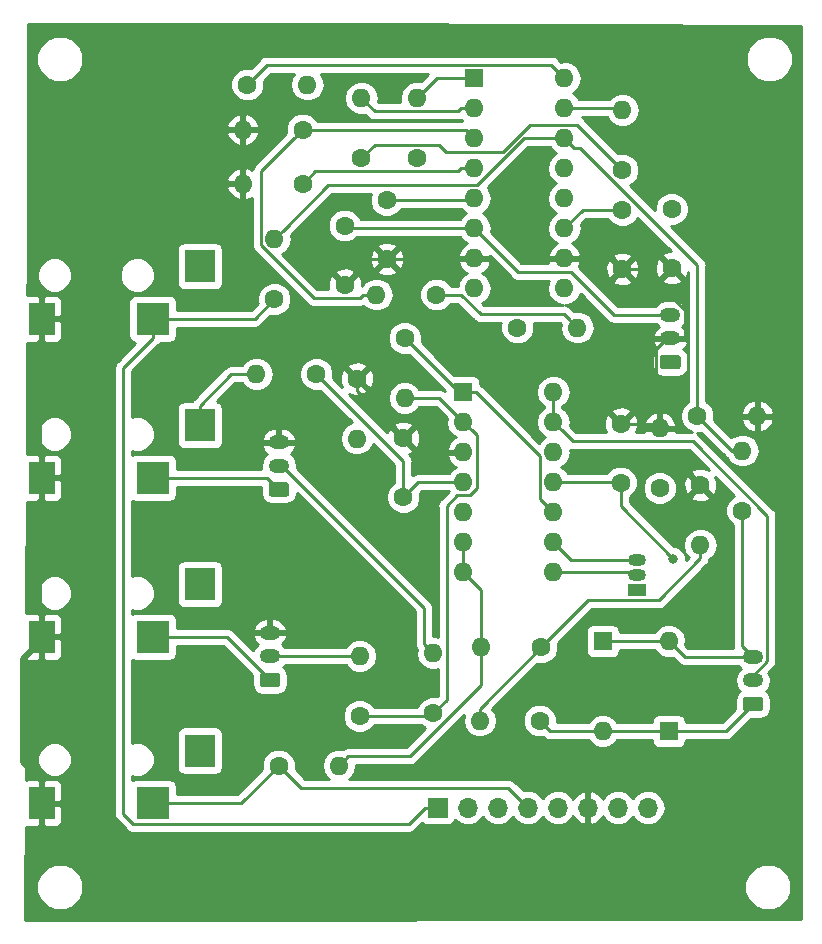
<source format=gbr>
G04 #@! TF.GenerationSoftware,KiCad,Pcbnew,(5.0.1)-rc2*
G04 #@! TF.CreationDate,2018-12-07T18:39:01-05:00*
G04 #@! TF.ProjectId,vcf,7663662E6B696361645F706362000000,rev?*
G04 #@! TF.SameCoordinates,Original*
G04 #@! TF.FileFunction,Copper,L1,Top,Signal*
G04 #@! TF.FilePolarity,Positive*
%FSLAX46Y46*%
G04 Gerber Fmt 4.6, Leading zero omitted, Abs format (unit mm)*
G04 Created by KiCad (PCBNEW (5.0.1)-rc2) date 12/7/2018 6:39:01 PM*
%MOMM*%
%LPD*%
G01*
G04 APERTURE LIST*
G04 #@! TA.AperFunction,Conductor*
%ADD10C,0.100000*%
G04 #@! TD*
G04 #@! TA.AperFunction,ComponentPad*
%ADD11C,1.200000*%
G04 #@! TD*
G04 #@! TA.AperFunction,ComponentPad*
%ADD12O,1.750000X1.200000*%
G04 #@! TD*
G04 #@! TA.AperFunction,ComponentPad*
%ADD13R,1.700000X1.700000*%
G04 #@! TD*
G04 #@! TA.AperFunction,ComponentPad*
%ADD14O,1.700000X1.700000*%
G04 #@! TD*
G04 #@! TA.AperFunction,SMDPad,CuDef*
%ADD15R,2.600000X2.800000*%
G04 #@! TD*
G04 #@! TA.AperFunction,SMDPad,CuDef*
%ADD16R,2.800000X2.800000*%
G04 #@! TD*
G04 #@! TA.AperFunction,SMDPad,CuDef*
%ADD17R,2.200000X2.800000*%
G04 #@! TD*
G04 #@! TA.AperFunction,ComponentPad*
%ADD18C,1.600000*%
G04 #@! TD*
G04 #@! TA.AperFunction,ComponentPad*
%ADD19R,1.600000X1.600000*%
G04 #@! TD*
G04 #@! TA.AperFunction,ComponentPad*
%ADD20O,1.600000X1.600000*%
G04 #@! TD*
G04 #@! TA.AperFunction,ComponentPad*
%ADD21O,1.500000X1.050000*%
G04 #@! TD*
G04 #@! TA.AperFunction,ComponentPad*
%ADD22R,1.500000X1.050000*%
G04 #@! TD*
G04 #@! TA.AperFunction,ViaPad*
%ADD23C,0.800000*%
G04 #@! TD*
G04 #@! TA.AperFunction,Conductor*
%ADD24C,0.508000*%
G04 #@! TD*
G04 #@! TA.AperFunction,Conductor*
%ADD25C,0.254000*%
G04 #@! TD*
G04 APERTURE END LIST*
D10*
G04 #@! TO.N,+9V*
G04 #@! TO.C,J6*
G36*
X134761505Y-94778204D02*
X134785773Y-94781804D01*
X134809572Y-94787765D01*
X134832671Y-94796030D01*
X134854850Y-94806520D01*
X134875893Y-94819132D01*
X134895599Y-94833747D01*
X134913777Y-94850223D01*
X134930253Y-94868401D01*
X134944868Y-94888107D01*
X134957480Y-94909150D01*
X134967970Y-94931329D01*
X134976235Y-94954428D01*
X134982196Y-94978227D01*
X134985796Y-95002495D01*
X134987000Y-95026999D01*
X134987000Y-95727001D01*
X134985796Y-95751505D01*
X134982196Y-95775773D01*
X134976235Y-95799572D01*
X134967970Y-95822671D01*
X134957480Y-95844850D01*
X134944868Y-95865893D01*
X134930253Y-95885599D01*
X134913777Y-95903777D01*
X134895599Y-95920253D01*
X134875893Y-95934868D01*
X134854850Y-95947480D01*
X134832671Y-95957970D01*
X134809572Y-95966235D01*
X134785773Y-95972196D01*
X134761505Y-95975796D01*
X134737001Y-95977000D01*
X133486999Y-95977000D01*
X133462495Y-95975796D01*
X133438227Y-95972196D01*
X133414428Y-95966235D01*
X133391329Y-95957970D01*
X133369150Y-95947480D01*
X133348107Y-95934868D01*
X133328401Y-95920253D01*
X133310223Y-95903777D01*
X133293747Y-95885599D01*
X133279132Y-95865893D01*
X133266520Y-95844850D01*
X133256030Y-95822671D01*
X133247765Y-95799572D01*
X133241804Y-95775773D01*
X133238204Y-95751505D01*
X133237000Y-95727001D01*
X133237000Y-95026999D01*
X133238204Y-95002495D01*
X133241804Y-94978227D01*
X133247765Y-94954428D01*
X133256030Y-94931329D01*
X133266520Y-94909150D01*
X133279132Y-94888107D01*
X133293747Y-94868401D01*
X133310223Y-94850223D01*
X133328401Y-94833747D01*
X133348107Y-94819132D01*
X133369150Y-94806520D01*
X133391329Y-94796030D01*
X133414428Y-94787765D01*
X133438227Y-94781804D01*
X133462495Y-94778204D01*
X133486999Y-94777000D01*
X134737001Y-94777000D01*
X134761505Y-94778204D01*
X134761505Y-94778204D01*
G37*
D11*
G04 #@! TD*
G04 #@! TO.P,J6,1*
G04 #@! TO.N,+9V*
X134112000Y-95377000D03*
D12*
G04 #@! TO.P,J6,2*
G04 #@! TO.N,GND*
X134112000Y-93377000D03*
G04 #@! TO.P,J6,3*
G04 #@! TO.N,-9V*
X134112000Y-91377000D03*
G04 #@! TD*
D13*
G04 #@! TO.P,J2,1*
G04 #@! TO.N,AudioIn*
X114427000Y-133096000D03*
D14*
G04 #@! TO.P,J2,2*
G04 #@! TO.N,CV_In1*
X116967000Y-133096000D03*
G04 #@! TO.P,J2,3*
G04 #@! TO.N,CV_In2*
X119507000Y-133096000D03*
G04 #@! TO.P,J2,4*
G04 #@! TO.N,Out1*
X122047000Y-133096000D03*
G04 #@! TO.P,J2,5*
G04 #@! TO.N,+9V*
X124587000Y-133096000D03*
G04 #@! TO.P,J2,6*
G04 #@! TO.N,GND*
X127127000Y-133096000D03*
G04 #@! TO.P,J2,7*
G04 #@! TO.N,-9V*
X129667000Y-133096000D03*
G04 #@! TO.P,J2,8*
G04 #@! TO.N,Net-(J2-Pad8)*
X132207000Y-133096000D03*
G04 #@! TD*
D15*
G04 #@! TO.P,J1,TN*
G04 #@! TO.N,Net-(J1-PadTN)*
X94275000Y-87261000D03*
D16*
G04 #@! TO.P,J1,T*
G04 #@! TO.N,AudioIn*
X90275000Y-91711000D03*
D17*
G04 #@! TO.P,J1,S*
G04 #@! TO.N,GND*
X80875000Y-91711000D03*
G04 #@! TD*
G04 #@! TO.P,J5,S*
G04 #@! TO.N,GND*
X80875000Y-105173000D03*
D16*
G04 #@! TO.P,J5,T*
G04 #@! TO.N,CV_In1*
X90275000Y-105173000D03*
D15*
G04 #@! TO.P,J5,TN*
G04 #@! TO.N,Net-(J5-PadTN)*
X94275000Y-100723000D03*
G04 #@! TD*
G04 #@! TO.P,J4,TN*
G04 #@! TO.N,Net-(J4-PadTN)*
X94275000Y-114185000D03*
D16*
G04 #@! TO.P,J4,T*
G04 #@! TO.N,CV_In2*
X90275000Y-118635000D03*
D17*
G04 #@! TO.P,J4,S*
G04 #@! TO.N,GND*
X80875000Y-118635000D03*
G04 #@! TD*
G04 #@! TO.P,J3,S*
G04 #@! TO.N,GND*
X80875000Y-132732000D03*
D16*
G04 #@! TO.P,J3,T*
G04 #@! TO.N,Out1*
X90275000Y-132732000D03*
D15*
G04 #@! TO.P,J3,TN*
G04 #@! TO.N,Net-(J3-PadTN)*
X94275000Y-128282000D03*
G04 #@! TD*
D18*
G04 #@! TO.P,C6,2*
G04 #@! TO.N,GND*
X110109000Y-86661000D03*
G04 #@! TO.P,C6,1*
G04 #@! TO.N,Net-(C6-Pad1)*
X110109000Y-81661000D03*
G04 #@! TD*
G04 #@! TO.P,C5,1*
G04 #@! TO.N,GND*
X130048000Y-87503000D03*
G04 #@! TO.P,C5,2*
G04 #@! TO.N,+9V*
X130048000Y-82503000D03*
G04 #@! TD*
G04 #@! TO.P,C4,2*
G04 #@! TO.N,-9V*
X129921000Y-105584000D03*
G04 #@! TO.P,C4,1*
G04 #@! TO.N,GND*
X129921000Y-100584000D03*
G04 #@! TD*
G04 #@! TO.P,C3,1*
G04 #@! TO.N,-9V*
X106553000Y-83820000D03*
G04 #@! TO.P,C3,2*
G04 #@! TO.N,GND*
X106553000Y-88820000D03*
G04 #@! TD*
G04 #@! TO.P,C2,2*
G04 #@! TO.N,GND*
X111506000Y-101807000D03*
G04 #@! TO.P,C2,1*
G04 #@! TO.N,+9V*
X111506000Y-106807000D03*
G04 #@! TD*
G04 #@! TO.P,C1,1*
G04 #@! TO.N,Net-(C1-Pad1)*
X134239000Y-82423000D03*
G04 #@! TO.P,C1,2*
G04 #@! TO.N,GND*
X134239000Y-87423000D03*
G04 #@! TD*
D19*
G04 #@! TO.P,D1,1*
G04 #@! TO.N,Net-(D1-Pad1)*
X128397000Y-118999000D03*
D20*
G04 #@! TO.P,D1,2*
G04 #@! TO.N,Net-(D1-Pad2)*
X128397000Y-126619000D03*
G04 #@! TD*
G04 #@! TO.P,D2,2*
G04 #@! TO.N,Net-(D1-Pad1)*
X133985000Y-118999000D03*
D19*
G04 #@! TO.P,D2,1*
G04 #@! TO.N,Net-(D1-Pad2)*
X133985000Y-126619000D03*
G04 #@! TD*
D21*
G04 #@! TO.P,Q1,2*
G04 #@! TO.N,Net-(Q1-Pad2)*
X131318000Y-113411000D03*
G04 #@! TO.P,Q1,3*
G04 #@! TO.N,Net-(Q1-Pad3)*
X131318000Y-112141000D03*
D22*
G04 #@! TO.P,Q1,1*
G04 #@! TO.N,Net-(Q1-Pad1)*
X131318000Y-114681000D03*
G04 #@! TD*
D18*
G04 #@! TO.P,R1,1*
G04 #@! TO.N,Net-(R1-Pad1)*
X107823000Y-125349000D03*
D20*
G04 #@! TO.P,R1,2*
G04 #@! TO.N,Net-(R1-Pad2)*
X107823000Y-120269000D03*
G04 #@! TD*
D18*
G04 #@! TO.P,R2,1*
G04 #@! TO.N,Net-(R2-Pad1)*
X136398000Y-99949000D03*
D20*
G04 #@! TO.P,R2,2*
G04 #@! TO.N,GND*
X141478000Y-99949000D03*
G04 #@! TD*
D18*
G04 #@! TO.P,R3,1*
G04 #@! TO.N,Net-(R3-Pad1)*
X111633000Y-93345000D03*
D20*
G04 #@! TO.P,R3,2*
G04 #@! TO.N,Net-(R1-Pad1)*
X111633000Y-98425000D03*
G04 #@! TD*
G04 #@! TO.P,R4,2*
G04 #@! TO.N,GND*
X133223000Y-100965000D03*
D18*
G04 #@! TO.P,R4,1*
G04 #@! TO.N,Net-(Q1-Pad3)*
X133223000Y-106045000D03*
G04 #@! TD*
D20*
G04 #@! TO.P,R5,2*
G04 #@! TO.N,Net-(R5-Pad2)*
X114046000Y-120015000D03*
D18*
G04 #@! TO.P,R5,1*
G04 #@! TO.N,Net-(R1-Pad1)*
X114046000Y-125095000D03*
G04 #@! TD*
D20*
G04 #@! TO.P,R6,2*
G04 #@! TO.N,Net-(R2-Pad1)*
X100584000Y-84963000D03*
D18*
G04 #@! TO.P,R6,1*
G04 #@! TO.N,AudioIn*
X100584000Y-90043000D03*
G04 #@! TD*
D20*
G04 #@! TO.P,R7,2*
G04 #@! TO.N,Net-(R11-Pad1)*
X136652000Y-110871000D03*
D18*
G04 #@! TO.P,R7,1*
G04 #@! TO.N,GND*
X136652000Y-105791000D03*
G04 #@! TD*
D20*
G04 #@! TO.P,R8,2*
G04 #@! TO.N,Net-(R2-Pad1)*
X140208000Y-102870000D03*
D18*
G04 #@! TO.P,R8,1*
G04 #@! TO.N,Net-(D1-Pad1)*
X140208000Y-107950000D03*
G04 #@! TD*
G04 #@! TO.P,R9,1*
G04 #@! TO.N,Net-(D1-Pad2)*
X123063000Y-125730000D03*
D20*
G04 #@! TO.P,R9,2*
G04 #@! TO.N,Net-(R11-Pad1)*
X117983000Y-125730000D03*
G04 #@! TD*
D18*
G04 #@! TO.P,R10,1*
G04 #@! TO.N,+9V*
X130048000Y-79121000D03*
D20*
G04 #@! TO.P,R10,2*
G04 #@! TO.N,Net-(R10-Pad2)*
X130048000Y-74041000D03*
G04 #@! TD*
D18*
G04 #@! TO.P,R11,1*
G04 #@! TO.N,Net-(R11-Pad1)*
X121158000Y-92456000D03*
D20*
G04 #@! TO.P,R11,2*
G04 #@! TO.N,Net-(R11-Pad2)*
X126238000Y-92456000D03*
G04 #@! TD*
G04 #@! TO.P,R12,2*
G04 #@! TO.N,Net-(R12-Pad2)*
X118110000Y-119507000D03*
D18*
G04 #@! TO.P,R12,1*
G04 #@! TO.N,Net-(R11-Pad1)*
X123190000Y-119507000D03*
G04 #@! TD*
G04 #@! TO.P,R13,1*
G04 #@! TO.N,Net-(R13-Pad1)*
X98298000Y-71882000D03*
D20*
G04 #@! TO.P,R13,2*
G04 #@! TO.N,Net-(Q1-Pad1)*
X103378000Y-71882000D03*
G04 #@! TD*
D18*
G04 #@! TO.P,R14,1*
G04 #@! TO.N,GND*
X107569000Y-96774000D03*
D20*
G04 #@! TO.P,R14,2*
G04 #@! TO.N,Net-(J5-PadTN)*
X107569000Y-101854000D03*
G04 #@! TD*
G04 #@! TO.P,R15,2*
G04 #@! TO.N,Net-(R15-Pad2)*
X112649000Y-73025000D03*
D18*
G04 #@! TO.P,R15,1*
G04 #@! TO.N,Net-(Q1-Pad1)*
X112649000Y-78105000D03*
G04 #@! TD*
D20*
G04 #@! TO.P,R16,2*
G04 #@! TO.N,Net-(R16-Pad2)*
X109220000Y-89662000D03*
D18*
G04 #@! TO.P,R16,1*
G04 #@! TO.N,Net-(R11-Pad2)*
X114300000Y-89662000D03*
G04 #@! TD*
D20*
G04 #@! TO.P,R17,2*
G04 #@! TO.N,GND*
X97917000Y-75692000D03*
D18*
G04 #@! TO.P,R17,1*
G04 #@! TO.N,Net-(R16-Pad2)*
X102997000Y-75692000D03*
G04 #@! TD*
G04 #@! TO.P,R18,1*
G04 #@! TO.N,Net-(R18-Pad1)*
X102997000Y-80264000D03*
D20*
G04 #@! TO.P,R18,2*
G04 #@! TO.N,GND*
X97917000Y-80264000D03*
G04 #@! TD*
D18*
G04 #@! TO.P,R19,1*
G04 #@! TO.N,+9V*
X107950000Y-78105000D03*
D20*
G04 #@! TO.P,R19,2*
G04 #@! TO.N,Net-(R19-Pad2)*
X107950000Y-73025000D03*
G04 #@! TD*
D18*
G04 #@! TO.P,R20,1*
G04 #@! TO.N,Out1*
X100965000Y-129540000D03*
D20*
G04 #@! TO.P,R20,2*
G04 #@! TO.N,Net-(R12-Pad2)*
X106045000Y-129540000D03*
G04 #@! TD*
G04 #@! TO.P,R21,2*
G04 #@! TO.N,Net-(J5-PadTN)*
X99060000Y-96393000D03*
D18*
G04 #@! TO.P,R21,1*
G04 #@! TO.N,+9V*
X104140000Y-96393000D03*
G04 #@! TD*
D10*
G04 #@! TO.N,CV_In2*
G04 #@! TO.C,RV1*
G36*
X100852505Y-121702204D02*
X100876773Y-121705804D01*
X100900572Y-121711765D01*
X100923671Y-121720030D01*
X100945850Y-121730520D01*
X100966893Y-121743132D01*
X100986599Y-121757747D01*
X101004777Y-121774223D01*
X101021253Y-121792401D01*
X101035868Y-121812107D01*
X101048480Y-121833150D01*
X101058970Y-121855329D01*
X101067235Y-121878428D01*
X101073196Y-121902227D01*
X101076796Y-121926495D01*
X101078000Y-121950999D01*
X101078000Y-122651001D01*
X101076796Y-122675505D01*
X101073196Y-122699773D01*
X101067235Y-122723572D01*
X101058970Y-122746671D01*
X101048480Y-122768850D01*
X101035868Y-122789893D01*
X101021253Y-122809599D01*
X101004777Y-122827777D01*
X100986599Y-122844253D01*
X100966893Y-122858868D01*
X100945850Y-122871480D01*
X100923671Y-122881970D01*
X100900572Y-122890235D01*
X100876773Y-122896196D01*
X100852505Y-122899796D01*
X100828001Y-122901000D01*
X99577999Y-122901000D01*
X99553495Y-122899796D01*
X99529227Y-122896196D01*
X99505428Y-122890235D01*
X99482329Y-122881970D01*
X99460150Y-122871480D01*
X99439107Y-122858868D01*
X99419401Y-122844253D01*
X99401223Y-122827777D01*
X99384747Y-122809599D01*
X99370132Y-122789893D01*
X99357520Y-122768850D01*
X99347030Y-122746671D01*
X99338765Y-122723572D01*
X99332804Y-122699773D01*
X99329204Y-122675505D01*
X99328000Y-122651001D01*
X99328000Y-121950999D01*
X99329204Y-121926495D01*
X99332804Y-121902227D01*
X99338765Y-121878428D01*
X99347030Y-121855329D01*
X99357520Y-121833150D01*
X99370132Y-121812107D01*
X99384747Y-121792401D01*
X99401223Y-121774223D01*
X99419401Y-121757747D01*
X99439107Y-121743132D01*
X99460150Y-121730520D01*
X99482329Y-121720030D01*
X99505428Y-121711765D01*
X99529227Y-121705804D01*
X99553495Y-121702204D01*
X99577999Y-121701000D01*
X100828001Y-121701000D01*
X100852505Y-121702204D01*
X100852505Y-121702204D01*
G37*
D11*
G04 #@! TD*
G04 #@! TO.P,RV1,1*
G04 #@! TO.N,CV_In2*
X100203000Y-122301000D03*
D12*
G04 #@! TO.P,RV1,2*
G04 #@! TO.N,Net-(R1-Pad2)*
X100203000Y-120301000D03*
G04 #@! TO.P,RV1,3*
G04 #@! TO.N,GND*
X100203000Y-118301000D03*
G04 #@! TD*
D10*
G04 #@! TO.N,CV_In1*
G04 #@! TO.C,RV2*
G36*
X101614505Y-105573204D02*
X101638773Y-105576804D01*
X101662572Y-105582765D01*
X101685671Y-105591030D01*
X101707850Y-105601520D01*
X101728893Y-105614132D01*
X101748599Y-105628747D01*
X101766777Y-105645223D01*
X101783253Y-105663401D01*
X101797868Y-105683107D01*
X101810480Y-105704150D01*
X101820970Y-105726329D01*
X101829235Y-105749428D01*
X101835196Y-105773227D01*
X101838796Y-105797495D01*
X101840000Y-105821999D01*
X101840000Y-106522001D01*
X101838796Y-106546505D01*
X101835196Y-106570773D01*
X101829235Y-106594572D01*
X101820970Y-106617671D01*
X101810480Y-106639850D01*
X101797868Y-106660893D01*
X101783253Y-106680599D01*
X101766777Y-106698777D01*
X101748599Y-106715253D01*
X101728893Y-106729868D01*
X101707850Y-106742480D01*
X101685671Y-106752970D01*
X101662572Y-106761235D01*
X101638773Y-106767196D01*
X101614505Y-106770796D01*
X101590001Y-106772000D01*
X100339999Y-106772000D01*
X100315495Y-106770796D01*
X100291227Y-106767196D01*
X100267428Y-106761235D01*
X100244329Y-106752970D01*
X100222150Y-106742480D01*
X100201107Y-106729868D01*
X100181401Y-106715253D01*
X100163223Y-106698777D01*
X100146747Y-106680599D01*
X100132132Y-106660893D01*
X100119520Y-106639850D01*
X100109030Y-106617671D01*
X100100765Y-106594572D01*
X100094804Y-106570773D01*
X100091204Y-106546505D01*
X100090000Y-106522001D01*
X100090000Y-105821999D01*
X100091204Y-105797495D01*
X100094804Y-105773227D01*
X100100765Y-105749428D01*
X100109030Y-105726329D01*
X100119520Y-105704150D01*
X100132132Y-105683107D01*
X100146747Y-105663401D01*
X100163223Y-105645223D01*
X100181401Y-105628747D01*
X100201107Y-105614132D01*
X100222150Y-105601520D01*
X100244329Y-105591030D01*
X100267428Y-105582765D01*
X100291227Y-105576804D01*
X100315495Y-105573204D01*
X100339999Y-105572000D01*
X101590001Y-105572000D01*
X101614505Y-105573204D01*
X101614505Y-105573204D01*
G37*
D11*
G04 #@! TD*
G04 #@! TO.P,RV2,1*
G04 #@! TO.N,CV_In1*
X100965000Y-106172000D03*
D12*
G04 #@! TO.P,RV2,2*
G04 #@! TO.N,Net-(R5-Pad2)*
X100965000Y-104172000D03*
G04 #@! TO.P,RV2,3*
G04 #@! TO.N,GND*
X100965000Y-102172000D03*
G04 #@! TD*
G04 #@! TO.P,RV3,3*
G04 #@! TO.N,Net-(D1-Pad1)*
X141097000Y-120333000D03*
G04 #@! TO.P,RV3,2*
G04 #@! TO.N,Net-(R11-Pad2)*
X141097000Y-122333000D03*
D10*
G04 #@! TD*
G04 #@! TO.N,Net-(D1-Pad2)*
G04 #@! TO.C,RV3*
G36*
X141746505Y-123734204D02*
X141770773Y-123737804D01*
X141794572Y-123743765D01*
X141817671Y-123752030D01*
X141839850Y-123762520D01*
X141860893Y-123775132D01*
X141880599Y-123789747D01*
X141898777Y-123806223D01*
X141915253Y-123824401D01*
X141929868Y-123844107D01*
X141942480Y-123865150D01*
X141952970Y-123887329D01*
X141961235Y-123910428D01*
X141967196Y-123934227D01*
X141970796Y-123958495D01*
X141972000Y-123982999D01*
X141972000Y-124683001D01*
X141970796Y-124707505D01*
X141967196Y-124731773D01*
X141961235Y-124755572D01*
X141952970Y-124778671D01*
X141942480Y-124800850D01*
X141929868Y-124821893D01*
X141915253Y-124841599D01*
X141898777Y-124859777D01*
X141880599Y-124876253D01*
X141860893Y-124890868D01*
X141839850Y-124903480D01*
X141817671Y-124913970D01*
X141794572Y-124922235D01*
X141770773Y-124928196D01*
X141746505Y-124931796D01*
X141722001Y-124933000D01*
X140471999Y-124933000D01*
X140447495Y-124931796D01*
X140423227Y-124928196D01*
X140399428Y-124922235D01*
X140376329Y-124913970D01*
X140354150Y-124903480D01*
X140333107Y-124890868D01*
X140313401Y-124876253D01*
X140295223Y-124859777D01*
X140278747Y-124841599D01*
X140264132Y-124821893D01*
X140251520Y-124800850D01*
X140241030Y-124778671D01*
X140232765Y-124755572D01*
X140226804Y-124731773D01*
X140223204Y-124707505D01*
X140222000Y-124683001D01*
X140222000Y-123982999D01*
X140223204Y-123958495D01*
X140226804Y-123934227D01*
X140232765Y-123910428D01*
X140241030Y-123887329D01*
X140251520Y-123865150D01*
X140264132Y-123844107D01*
X140278747Y-123824401D01*
X140295223Y-123806223D01*
X140313401Y-123789747D01*
X140333107Y-123775132D01*
X140354150Y-123762520D01*
X140376329Y-123752030D01*
X140399428Y-123743765D01*
X140423227Y-123737804D01*
X140447495Y-123734204D01*
X140471999Y-123733000D01*
X141722001Y-123733000D01*
X141746505Y-123734204D01*
X141746505Y-123734204D01*
G37*
D11*
G04 #@! TO.P,RV3,1*
G04 #@! TO.N,Net-(D1-Pad2)*
X141097000Y-124333000D03*
G04 #@! TD*
D19*
G04 #@! TO.P,U1,1*
G04 #@! TO.N,Net-(R15-Pad2)*
X117526001Y-71348001D03*
D20*
G04 #@! TO.P,U1,9*
G04 #@! TO.N,Net-(U1-Pad9)*
X125146001Y-89128001D03*
G04 #@! TO.P,U1,2*
G04 #@! TO.N,Net-(R19-Pad2)*
X117526001Y-73888001D03*
G04 #@! TO.P,U1,10*
G04 #@! TO.N,GND*
X125146001Y-86588001D03*
G04 #@! TO.P,U1,3*
G04 #@! TO.N,Net-(R16-Pad2)*
X117526001Y-76428001D03*
G04 #@! TO.P,U1,11*
G04 #@! TO.N,+9V*
X125146001Y-84048001D03*
G04 #@! TO.P,U1,4*
G04 #@! TO.N,Net-(R18-Pad1)*
X117526001Y-78968001D03*
G04 #@! TO.P,U1,12*
G04 #@! TO.N,Net-(C1-Pad1)*
X125146001Y-81508001D03*
G04 #@! TO.P,U1,5*
G04 #@! TO.N,Net-(C6-Pad1)*
X117526001Y-81508001D03*
G04 #@! TO.P,U1,13*
G04 #@! TO.N,Net-(R11-Pad1)*
X125146001Y-78968001D03*
G04 #@! TO.P,U1,6*
G04 #@! TO.N,-9V*
X117526001Y-84048001D03*
G04 #@! TO.P,U1,14*
G04 #@! TO.N,Net-(R2-Pad1)*
X125146001Y-76428001D03*
G04 #@! TO.P,U1,7*
G04 #@! TO.N,GND*
X117526001Y-86588001D03*
G04 #@! TO.P,U1,15*
G04 #@! TO.N,Net-(R10-Pad2)*
X125146001Y-73888001D03*
G04 #@! TO.P,U1,8*
G04 #@! TO.N,Net-(U1-Pad8)*
X117526001Y-89128001D03*
G04 #@! TO.P,U1,16*
G04 #@! TO.N,Net-(R13-Pad1)*
X125146001Y-71348001D03*
G04 #@! TD*
D19*
G04 #@! TO.P,U2,1*
G04 #@! TO.N,Net-(R3-Pad1)*
X116586000Y-97917000D03*
D20*
G04 #@! TO.P,U2,8*
G04 #@! TO.N,Net-(Q1-Pad2)*
X124206000Y-113157000D03*
G04 #@! TO.P,U2,2*
G04 #@! TO.N,Net-(R1-Pad1)*
X116586000Y-100457000D03*
G04 #@! TO.P,U2,9*
G04 #@! TO.N,Net-(Q1-Pad3)*
X124206000Y-110617000D03*
G04 #@! TO.P,U2,3*
G04 #@! TO.N,GND*
X116586000Y-102997000D03*
G04 #@! TO.P,U2,10*
G04 #@! TO.N,Net-(R3-Pad1)*
X124206000Y-108077000D03*
G04 #@! TO.P,U2,4*
G04 #@! TO.N,+9V*
X116586000Y-105537000D03*
G04 #@! TO.P,U2,11*
G04 #@! TO.N,-9V*
X124206000Y-105537000D03*
G04 #@! TO.P,U2,5*
G04 #@! TO.N,Net-(C6-Pad1)*
X116586000Y-108077000D03*
G04 #@! TO.P,U2,12*
G04 #@! TO.N,Net-(C1-Pad1)*
X124206000Y-102997000D03*
G04 #@! TO.P,U2,6*
G04 #@! TO.N,Net-(R12-Pad2)*
X116586000Y-110617000D03*
G04 #@! TO.P,U2,13*
G04 #@! TO.N,Net-(R11-Pad2)*
X124206000Y-100457000D03*
G04 #@! TO.P,U2,7*
G04 #@! TO.N,Net-(R12-Pad2)*
X116586000Y-113157000D03*
G04 #@! TO.P,U2,14*
G04 #@! TO.N,Net-(R11-Pad2)*
X124206000Y-97917000D03*
G04 #@! TD*
D23*
G04 #@! TO.N,-9V*
X134366000Y-112014000D03*
G04 #@! TD*
D24*
G04 #@! TO.N,GND*
X80875000Y-118935000D02*
X80875000Y-118635000D01*
X79267000Y-120543000D02*
X80875000Y-118935000D01*
X79267000Y-129216000D02*
X79267000Y-120543000D01*
X80875000Y-130824000D02*
X79267000Y-129216000D01*
X80875000Y-132732000D02*
X80875000Y-130824000D01*
X80875000Y-107081000D02*
X80875000Y-105173000D01*
X80670999Y-107285001D02*
X80875000Y-107081000D01*
X80670999Y-116522999D02*
X80670999Y-107285001D01*
X80875000Y-116727000D02*
X80670999Y-116522999D01*
X80875000Y-118635000D02*
X80875000Y-116727000D01*
X80875000Y-93619000D02*
X80875000Y-91711000D01*
X80670999Y-93823001D02*
X80875000Y-93619000D01*
X80670999Y-103060999D02*
X80670999Y-93823001D01*
X80875000Y-103265000D02*
X80670999Y-103060999D01*
X80875000Y-105173000D02*
X80875000Y-103265000D01*
D25*
X112696000Y-102997000D02*
X116586000Y-102997000D01*
X111506000Y-101807000D02*
X112696000Y-102997000D01*
X117453002Y-86661000D02*
X117526001Y-86588001D01*
X110109000Y-86661000D02*
X117453002Y-86661000D01*
X129133001Y-86588001D02*
X125146001Y-86588001D01*
X130048000Y-87503000D02*
X129133001Y-86588001D01*
X108712000Y-86661000D02*
X106553000Y-88820000D01*
X110109000Y-86661000D02*
X108712000Y-86661000D01*
X131179370Y-87503000D02*
X130048000Y-87503000D01*
X131823990Y-87503000D02*
X131179370Y-87503000D01*
X135314010Y-90993020D02*
X131823990Y-87503000D01*
X135314010Y-93303990D02*
X135314010Y-90993020D01*
X135241000Y-93377000D02*
X135314010Y-93303990D01*
X134112000Y-93377000D02*
X135241000Y-93377000D01*
X132842000Y-100584000D02*
X133223000Y-100965000D01*
X129921000Y-100584000D02*
X132842000Y-100584000D01*
X133837000Y-93377000D02*
X134112000Y-93377000D01*
X132909990Y-94304010D02*
X133837000Y-93377000D01*
X132909990Y-99520620D02*
X132909990Y-94304010D01*
X133223000Y-99833630D02*
X132909990Y-99520620D01*
X133223000Y-100965000D02*
X133223000Y-99833630D01*
X107569000Y-97870000D02*
X107569000Y-96774000D01*
X111506000Y-101807000D02*
X107569000Y-97870000D01*
X96785630Y-80264000D02*
X97917000Y-80264000D01*
X93676000Y-80264000D02*
X96785630Y-80264000D01*
X82229000Y-91711000D02*
X93676000Y-80264000D01*
X80875000Y-91711000D02*
X82229000Y-91711000D01*
X97917000Y-80264000D02*
X97917000Y-75692000D01*
G04 #@! TO.N,+9V*
X112776000Y-105537000D02*
X116586000Y-105537000D01*
X111506000Y-106807000D02*
X112776000Y-105537000D01*
X126691002Y-82503000D02*
X130048000Y-82503000D01*
X125146001Y-84048001D02*
X126691002Y-82503000D01*
X111506000Y-103759000D02*
X111506000Y-106807000D01*
X104140000Y-96393000D02*
X111506000Y-103759000D01*
X129248001Y-78321001D02*
X130048000Y-79121000D01*
X126228000Y-75301000D02*
X129248001Y-78321001D01*
X122218898Y-75301000D02*
X126228000Y-75301000D01*
X119964896Y-77555002D02*
X122218898Y-75301000D01*
X114538001Y-76977999D02*
X115115004Y-77555002D01*
X115115004Y-77555002D02*
X119964896Y-77555002D01*
X109077001Y-76977999D02*
X114538001Y-76977999D01*
X107950000Y-78105000D02*
X109077001Y-76977999D01*
G04 #@! TO.N,-9V*
X129874000Y-105537000D02*
X129921000Y-105584000D01*
X124206000Y-105537000D02*
X129874000Y-105537000D01*
X106781001Y-84048001D02*
X106553000Y-83820000D01*
X117526001Y-84048001D02*
X106781001Y-84048001D01*
X118326000Y-84848000D02*
X117526001Y-84048001D01*
X121193002Y-87715002D02*
X118326000Y-84848000D01*
X125686962Y-87715002D02*
X121193002Y-87715002D01*
X129348960Y-91377000D02*
X125686962Y-87715002D01*
X134112000Y-91377000D02*
X129348960Y-91377000D01*
X129921000Y-105584000D02*
X129921000Y-107569000D01*
X129921000Y-107569000D02*
X134366000Y-112014000D01*
X134366000Y-112014000D02*
X134366000Y-112014000D01*
G04 #@! TO.N,Net-(C6-Pad1)*
X117373002Y-81661000D02*
X117526001Y-81508001D01*
X110109000Y-81661000D02*
X117373002Y-81661000D01*
G04 #@! TO.N,Net-(D1-Pad1)*
X128397000Y-118999000D02*
X133985000Y-118999000D01*
X135319000Y-120333000D02*
X133985000Y-118999000D01*
X141097000Y-120333000D02*
X135319000Y-120333000D01*
X140208000Y-119444000D02*
X141097000Y-120333000D01*
X140208000Y-107950000D02*
X140208000Y-119444000D01*
G04 #@! TO.N,Net-(D1-Pad2)*
X123952000Y-126619000D02*
X128397000Y-126619000D01*
X123063000Y-125730000D02*
X123952000Y-126619000D01*
X128397000Y-126619000D02*
X133985000Y-126619000D01*
X138811000Y-126619000D02*
X141097000Y-124333000D01*
X133985000Y-126619000D02*
X138811000Y-126619000D01*
G04 #@! TO.N,AudioIn*
X98916000Y-91711000D02*
X100584000Y-90043000D01*
X90275000Y-91711000D02*
X98916000Y-91711000D01*
X90275000Y-93365000D02*
X90275000Y-91711000D01*
X87797999Y-133643601D02*
X87797999Y-95842001D01*
X87797999Y-95842001D02*
X90275000Y-93365000D01*
X88613399Y-134459001D02*
X87797999Y-133643601D01*
X111959999Y-134459001D02*
X88613399Y-134459001D01*
X113323000Y-133096000D02*
X111959999Y-134459001D01*
X114427000Y-133096000D02*
X113323000Y-133096000D01*
G04 #@! TO.N,Out1*
X97773000Y-132732000D02*
X100965000Y-129540000D01*
X90275000Y-132732000D02*
X97773000Y-132732000D01*
X101764999Y-130339999D02*
X100965000Y-129540000D01*
X102870000Y-131445000D02*
X101764999Y-130339999D01*
X120396000Y-131445000D02*
X102870000Y-131445000D01*
X122047000Y-133096000D02*
X120396000Y-131445000D01*
G04 #@! TO.N,CV_In2*
X96537000Y-118635000D02*
X100203000Y-122301000D01*
X90275000Y-118635000D02*
X96537000Y-118635000D01*
G04 #@! TO.N,CV_In1*
X99966000Y-105173000D02*
X100965000Y-106172000D01*
X90275000Y-105173000D02*
X99966000Y-105173000D01*
G04 #@! TO.N,Net-(Q1-Pad2)*
X131064000Y-113157000D02*
X131318000Y-113411000D01*
X124206000Y-113157000D02*
X131064000Y-113157000D01*
G04 #@! TO.N,Net-(Q1-Pad3)*
X125730000Y-112141000D02*
X124206000Y-110617000D01*
X131318000Y-112141000D02*
X125730000Y-112141000D01*
G04 #@! TO.N,Net-(R1-Pad1)*
X113792000Y-125349000D02*
X114046000Y-125095000D01*
X107823000Y-125349000D02*
X113792000Y-125349000D01*
X114554000Y-98425000D02*
X116586000Y-100457000D01*
X111633000Y-98425000D02*
X114554000Y-98425000D01*
X117713001Y-101584001D02*
X117385999Y-101256999D01*
X117713001Y-106077961D02*
X117713001Y-101584001D01*
X117385999Y-101256999D02*
X116586000Y-100457000D01*
X117126961Y-106664001D02*
X117713001Y-106077961D01*
X116045039Y-106664001D02*
X117126961Y-106664001D01*
X115173001Y-107536039D02*
X116045039Y-106664001D01*
X115173001Y-123967999D02*
X115173001Y-107536039D01*
X114046000Y-125095000D02*
X115173001Y-123967999D01*
G04 #@! TO.N,Net-(R1-Pad2)*
X107791000Y-120301000D02*
X107823000Y-120269000D01*
X100203000Y-120301000D02*
X107791000Y-120301000D01*
G04 #@! TO.N,Net-(R2-Pad1)*
X101383999Y-84163001D02*
X100584000Y-84963000D01*
X105166000Y-80381000D02*
X101383999Y-84163001D01*
X117780964Y-80381000D02*
X105166000Y-80381000D01*
X121733963Y-76428001D02*
X117780964Y-80381000D01*
X125146001Y-76428001D02*
X121733963Y-76428001D01*
X139319000Y-102870000D02*
X140208000Y-102870000D01*
X136398000Y-99949000D02*
X139319000Y-102870000D01*
X136398000Y-98817630D02*
X136398000Y-99949000D01*
X136398000Y-87185038D02*
X136398000Y-98817630D01*
X126440962Y-77228000D02*
X136398000Y-87185038D01*
X125946000Y-77228000D02*
X126440962Y-77228000D01*
X125146001Y-76428001D02*
X125946000Y-77228000D01*
G04 #@! TO.N,Net-(R3-Pad1)*
X116205000Y-97917000D02*
X116586000Y-97917000D01*
X111633000Y-93345000D02*
X116205000Y-97917000D01*
X123406001Y-107277001D02*
X124206000Y-108077000D01*
X123078999Y-106949999D02*
X123406001Y-107277001D01*
X123078999Y-103355999D02*
X123078999Y-106949999D01*
X117640000Y-97917000D02*
X123078999Y-103355999D01*
X116586000Y-97917000D02*
X117640000Y-97917000D01*
G04 #@! TO.N,Net-(R5-Pad2)*
X101240000Y-104172000D02*
X100965000Y-104172000D01*
X113246001Y-116178001D02*
X101240000Y-104172000D01*
X113246001Y-119215001D02*
X113246001Y-116178001D01*
X114046000Y-120015000D02*
X113246001Y-119215001D01*
G04 #@! TO.N,Net-(R11-Pad1)*
X117983000Y-124714000D02*
X117983000Y-125730000D01*
X123190000Y-119507000D02*
X117983000Y-124714000D01*
X136652000Y-112002370D02*
X136652000Y-110871000D01*
X133121369Y-115533001D02*
X136652000Y-112002370D01*
X127163999Y-115533001D02*
X133121369Y-115533001D01*
X123190000Y-119507000D02*
X127163999Y-115533001D01*
G04 #@! TO.N,Net-(R10-Pad2)*
X129895001Y-73888001D02*
X130048000Y-74041000D01*
X125146001Y-73888001D02*
X129895001Y-73888001D01*
G04 #@! TO.N,Net-(R11-Pad2)*
X124206000Y-100457000D02*
X124206000Y-97917000D01*
X125438001Y-91656001D02*
X126238000Y-92456000D01*
X125110999Y-91328999D02*
X125438001Y-91656001D01*
X118059037Y-91328999D02*
X125110999Y-91328999D01*
X116392038Y-89662000D02*
X118059037Y-91328999D01*
X114300000Y-89662000D02*
X116392038Y-89662000D01*
X125005999Y-101256999D02*
X124206000Y-100457000D01*
X125841001Y-102092001D02*
X125005999Y-101256999D01*
X136017963Y-102092001D02*
X125841001Y-102092001D01*
X142299010Y-108373048D02*
X136017963Y-102092001D01*
X142299010Y-120716980D02*
X142299010Y-108373048D01*
X141097000Y-121918990D02*
X142299010Y-120716980D01*
X141097000Y-122333000D02*
X141097000Y-121918990D01*
G04 #@! TO.N,Net-(R12-Pad2)*
X118110000Y-114681000D02*
X116586000Y-113157000D01*
X118110000Y-119507000D02*
X118110000Y-114681000D01*
X116586000Y-112025630D02*
X116586000Y-110617000D01*
X116586000Y-113157000D02*
X116586000Y-112025630D01*
X118110000Y-120638370D02*
X118110000Y-119507000D01*
X118110000Y-122698962D02*
X118110000Y-120638370D01*
X112068961Y-128740001D02*
X118110000Y-122698962D01*
X106844999Y-128740001D02*
X112068961Y-128740001D01*
X106045000Y-129540000D02*
X106844999Y-128740001D01*
G04 #@! TO.N,Net-(R13-Pad1)*
X124346002Y-70548002D02*
X125146001Y-71348001D01*
X124019000Y-70221000D02*
X124346002Y-70548002D01*
X99959000Y-70221000D02*
X124019000Y-70221000D01*
X98298000Y-71882000D02*
X99959000Y-70221000D01*
G04 #@! TO.N,Net-(J5-PadTN)*
X97928630Y-96393000D02*
X99060000Y-96393000D01*
X96951000Y-96393000D02*
X97928630Y-96393000D01*
X94275000Y-99069000D02*
X96951000Y-96393000D01*
X94275000Y-100723000D02*
X94275000Y-99069000D01*
G04 #@! TO.N,Net-(R15-Pad2)*
X114325999Y-71348001D02*
X117526001Y-71348001D01*
X112649000Y-73025000D02*
X114325999Y-71348001D01*
G04 #@! TO.N,Net-(R16-Pad2)*
X116790000Y-75692000D02*
X117526001Y-76428001D01*
X102997000Y-75692000D02*
X116790000Y-75692000D01*
X102197001Y-76491999D02*
X102997000Y-75692000D01*
X99456999Y-79232001D02*
X102197001Y-76491999D01*
X99456999Y-85503961D02*
X99456999Y-79232001D01*
X103900039Y-89947001D02*
X99456999Y-85503961D01*
X107803629Y-89947001D02*
X103900039Y-89947001D01*
X108088630Y-89662000D02*
X107803629Y-89947001D01*
X109220000Y-89662000D02*
X108088630Y-89662000D01*
G04 #@! TO.N,Net-(R18-Pad1)*
X116394631Y-78968001D02*
X117526001Y-78968001D01*
X116130631Y-79232001D02*
X116394631Y-78968001D01*
X104028999Y-79232001D02*
X116130631Y-79232001D01*
X102997000Y-80264000D02*
X104028999Y-79232001D01*
G04 #@! TO.N,Net-(R19-Pad2)*
X116394631Y-73888001D02*
X117526001Y-73888001D01*
X116130631Y-74152001D02*
X116394631Y-73888001D01*
X109077001Y-74152001D02*
X116130631Y-74152001D01*
X107950000Y-73025000D02*
X109077001Y-74152001D01*
G04 #@! TD*
G04 #@! TO.N,GND*
G36*
X145161000Y-66928510D02*
X145161000Y-142494244D01*
X79502425Y-142620754D01*
X79513053Y-139432159D01*
X80438000Y-139432159D01*
X80438000Y-140221841D01*
X80740199Y-140951412D01*
X81298588Y-141509801D01*
X82028159Y-141812000D01*
X82817841Y-141812000D01*
X83547412Y-141509801D01*
X84105801Y-140951412D01*
X84408000Y-140221841D01*
X84408000Y-139432159D01*
X140382000Y-139432159D01*
X140382000Y-140221841D01*
X140684199Y-140951412D01*
X141242588Y-141509801D01*
X141972159Y-141812000D01*
X142761841Y-141812000D01*
X143491412Y-141509801D01*
X144049801Y-140951412D01*
X144352000Y-140221841D01*
X144352000Y-139432159D01*
X144049801Y-138702588D01*
X143491412Y-138144199D01*
X142761841Y-137842000D01*
X141972159Y-137842000D01*
X141242588Y-138144199D01*
X140684199Y-138702588D01*
X140382000Y-139432159D01*
X84408000Y-139432159D01*
X84105801Y-138702588D01*
X83547412Y-138144199D01*
X82817841Y-137842000D01*
X82028159Y-137842000D01*
X81298588Y-138144199D01*
X80740199Y-138702588D01*
X80438000Y-139432159D01*
X79513053Y-139432159D01*
X79528770Y-134717327D01*
X79648691Y-134767000D01*
X80589250Y-134767000D01*
X80748000Y-134608250D01*
X80748000Y-132859000D01*
X81002000Y-132859000D01*
X81002000Y-134608250D01*
X81160750Y-134767000D01*
X82101309Y-134767000D01*
X82334698Y-134670327D01*
X82513327Y-134491699D01*
X82610000Y-134258310D01*
X82610000Y-133017750D01*
X82451250Y-132859000D01*
X81002000Y-132859000D01*
X80748000Y-132859000D01*
X80728000Y-132859000D01*
X80728000Y-132605000D01*
X80748000Y-132605000D01*
X80748000Y-130855750D01*
X81002000Y-130855750D01*
X81002000Y-132605000D01*
X82451250Y-132605000D01*
X82610000Y-132446250D01*
X82610000Y-131205690D01*
X82513327Y-130972301D01*
X82334698Y-130793673D01*
X82101309Y-130697000D01*
X81160750Y-130697000D01*
X81002000Y-130855750D01*
X80748000Y-130855750D01*
X80589250Y-130697000D01*
X79648691Y-130697000D01*
X79542023Y-130741183D01*
X79548705Y-128736615D01*
X80490000Y-128736615D01*
X80490000Y-129327385D01*
X80716078Y-129873185D01*
X81133815Y-130290922D01*
X81679615Y-130517000D01*
X82270385Y-130517000D01*
X82816185Y-130290922D01*
X83233922Y-129873185D01*
X83460000Y-129327385D01*
X83460000Y-128736615D01*
X83233922Y-128190815D01*
X82816185Y-127773078D01*
X82270385Y-127547000D01*
X81679615Y-127547000D01*
X81133815Y-127773078D01*
X80716078Y-128190815D01*
X80490000Y-128736615D01*
X79548705Y-128736615D01*
X79575695Y-120639764D01*
X79648691Y-120670000D01*
X80589250Y-120670000D01*
X80748000Y-120511250D01*
X80748000Y-118762000D01*
X81002000Y-118762000D01*
X81002000Y-120511250D01*
X81160750Y-120670000D01*
X82101309Y-120670000D01*
X82334698Y-120573327D01*
X82513327Y-120394699D01*
X82610000Y-120161310D01*
X82610000Y-118920750D01*
X82451250Y-118762000D01*
X81002000Y-118762000D01*
X80748000Y-118762000D01*
X80728000Y-118762000D01*
X80728000Y-118508000D01*
X80748000Y-118508000D01*
X80748000Y-116758750D01*
X81002000Y-116758750D01*
X81002000Y-118508000D01*
X82451250Y-118508000D01*
X82610000Y-118349250D01*
X82610000Y-117108690D01*
X82513327Y-116875301D01*
X82334698Y-116696673D01*
X82101309Y-116600000D01*
X81160750Y-116600000D01*
X81002000Y-116758750D01*
X80748000Y-116758750D01*
X80589250Y-116600000D01*
X79648691Y-116600000D01*
X79589078Y-116624692D01*
X79595694Y-114639615D01*
X80490000Y-114639615D01*
X80490000Y-115230385D01*
X80716078Y-115776185D01*
X81133815Y-116193922D01*
X81679615Y-116420000D01*
X82270385Y-116420000D01*
X82816185Y-116193922D01*
X83233922Y-115776185D01*
X83460000Y-115230385D01*
X83460000Y-114639615D01*
X83233922Y-114093815D01*
X82816185Y-113676078D01*
X82270385Y-113450000D01*
X81679615Y-113450000D01*
X81133815Y-113676078D01*
X80716078Y-114093815D01*
X80490000Y-114639615D01*
X79595694Y-114639615D01*
X79620506Y-107196325D01*
X79648691Y-107208000D01*
X80589250Y-107208000D01*
X80748000Y-107049250D01*
X80748000Y-105300000D01*
X81002000Y-105300000D01*
X81002000Y-107049250D01*
X81160750Y-107208000D01*
X82101309Y-107208000D01*
X82334698Y-107111327D01*
X82513327Y-106932699D01*
X82610000Y-106699310D01*
X82610000Y-105458750D01*
X82451250Y-105300000D01*
X81002000Y-105300000D01*
X80748000Y-105300000D01*
X80728000Y-105300000D01*
X80728000Y-105046000D01*
X80748000Y-105046000D01*
X80748000Y-103296750D01*
X81002000Y-103296750D01*
X81002000Y-105046000D01*
X82451250Y-105046000D01*
X82610000Y-104887250D01*
X82610000Y-103646690D01*
X82513327Y-103413301D01*
X82334698Y-103234673D01*
X82101309Y-103138000D01*
X81160750Y-103138000D01*
X81002000Y-103296750D01*
X80748000Y-103296750D01*
X80589250Y-103138000D01*
X79648691Y-103138000D01*
X79634013Y-103144080D01*
X79640567Y-101177615D01*
X80490000Y-101177615D01*
X80490000Y-101768385D01*
X80716078Y-102314185D01*
X81133815Y-102731922D01*
X81679615Y-102958000D01*
X82270385Y-102958000D01*
X82816185Y-102731922D01*
X83233922Y-102314185D01*
X83460000Y-101768385D01*
X83460000Y-101177615D01*
X83233922Y-100631815D01*
X82816185Y-100214078D01*
X82270385Y-99988000D01*
X81679615Y-99988000D01*
X81133815Y-100214078D01*
X80716078Y-100631815D01*
X80490000Y-101177615D01*
X79640567Y-101177615D01*
X79658353Y-95842001D01*
X87021072Y-95842001D01*
X87036000Y-95917049D01*
X87035999Y-133568558D01*
X87021072Y-133643601D01*
X87035999Y-133718644D01*
X87035999Y-133718648D01*
X87080211Y-133940917D01*
X87248628Y-134192972D01*
X87312252Y-134235484D01*
X88021517Y-134944750D01*
X88064028Y-135008372D01*
X88316082Y-135176789D01*
X88538351Y-135221001D01*
X88538352Y-135221001D01*
X88613399Y-135235929D01*
X88688446Y-135221001D01*
X111884956Y-135221001D01*
X111959999Y-135235928D01*
X112035042Y-135221001D01*
X112035047Y-135221001D01*
X112257316Y-135176789D01*
X112509370Y-135008372D01*
X112551883Y-134944747D01*
X113108629Y-134388001D01*
X113119191Y-134403809D01*
X113329235Y-134544157D01*
X113577000Y-134593440D01*
X115277000Y-134593440D01*
X115524765Y-134544157D01*
X115734809Y-134403809D01*
X115875157Y-134193765D01*
X115884184Y-134148381D01*
X115896375Y-134166625D01*
X116387582Y-134494839D01*
X116820744Y-134581000D01*
X117113256Y-134581000D01*
X117546418Y-134494839D01*
X118037625Y-134166625D01*
X118237000Y-133868239D01*
X118436375Y-134166625D01*
X118927582Y-134494839D01*
X119360744Y-134581000D01*
X119653256Y-134581000D01*
X120086418Y-134494839D01*
X120577625Y-134166625D01*
X120777000Y-133868239D01*
X120976375Y-134166625D01*
X121467582Y-134494839D01*
X121900744Y-134581000D01*
X122193256Y-134581000D01*
X122626418Y-134494839D01*
X123117625Y-134166625D01*
X123317000Y-133868239D01*
X123516375Y-134166625D01*
X124007582Y-134494839D01*
X124440744Y-134581000D01*
X124733256Y-134581000D01*
X125166418Y-134494839D01*
X125657625Y-134166625D01*
X125870843Y-133847522D01*
X125931817Y-133977358D01*
X126360076Y-134367645D01*
X126770110Y-134537476D01*
X127000000Y-134416155D01*
X127000000Y-133223000D01*
X126980000Y-133223000D01*
X126980000Y-132969000D01*
X127000000Y-132969000D01*
X127000000Y-131775845D01*
X127254000Y-131775845D01*
X127254000Y-132969000D01*
X127274000Y-132969000D01*
X127274000Y-133223000D01*
X127254000Y-133223000D01*
X127254000Y-134416155D01*
X127483890Y-134537476D01*
X127893924Y-134367645D01*
X128322183Y-133977358D01*
X128383157Y-133847522D01*
X128596375Y-134166625D01*
X129087582Y-134494839D01*
X129520744Y-134581000D01*
X129813256Y-134581000D01*
X130246418Y-134494839D01*
X130737625Y-134166625D01*
X130937000Y-133868239D01*
X131136375Y-134166625D01*
X131627582Y-134494839D01*
X132060744Y-134581000D01*
X132353256Y-134581000D01*
X132786418Y-134494839D01*
X133277625Y-134166625D01*
X133605839Y-133675418D01*
X133721092Y-133096000D01*
X133605839Y-132516582D01*
X133277625Y-132025375D01*
X132786418Y-131697161D01*
X132353256Y-131611000D01*
X132060744Y-131611000D01*
X131627582Y-131697161D01*
X131136375Y-132025375D01*
X130937000Y-132323761D01*
X130737625Y-132025375D01*
X130246418Y-131697161D01*
X129813256Y-131611000D01*
X129520744Y-131611000D01*
X129087582Y-131697161D01*
X128596375Y-132025375D01*
X128383157Y-132344478D01*
X128322183Y-132214642D01*
X127893924Y-131824355D01*
X127483890Y-131654524D01*
X127254000Y-131775845D01*
X127000000Y-131775845D01*
X126770110Y-131654524D01*
X126360076Y-131824355D01*
X125931817Y-132214642D01*
X125870843Y-132344478D01*
X125657625Y-132025375D01*
X125166418Y-131697161D01*
X124733256Y-131611000D01*
X124440744Y-131611000D01*
X124007582Y-131697161D01*
X123516375Y-132025375D01*
X123317000Y-132323761D01*
X123117625Y-132025375D01*
X122626418Y-131697161D01*
X122193256Y-131611000D01*
X121900744Y-131611000D01*
X121682952Y-131654321D01*
X120987883Y-130959253D01*
X120945371Y-130895629D01*
X120693317Y-130727212D01*
X120471048Y-130683000D01*
X120471043Y-130683000D01*
X120396000Y-130668073D01*
X120320957Y-130683000D01*
X106917311Y-130683000D01*
X107079577Y-130574577D01*
X107396740Y-130099909D01*
X107508113Y-129540000D01*
X107500555Y-129502001D01*
X111993918Y-129502001D01*
X112068961Y-129516928D01*
X112144004Y-129502001D01*
X112144009Y-129502001D01*
X112366278Y-129457789D01*
X112618332Y-129289372D01*
X112660844Y-129225748D01*
X116610094Y-125276498D01*
X116519887Y-125730000D01*
X116631260Y-126289909D01*
X116948423Y-126764577D01*
X117423091Y-127081740D01*
X117841667Y-127165000D01*
X118124333Y-127165000D01*
X118542909Y-127081740D01*
X119017577Y-126764577D01*
X119334740Y-126289909D01*
X119446113Y-125730000D01*
X119334740Y-125170091D01*
X119042263Y-124732368D01*
X122853699Y-120920932D01*
X122904561Y-120942000D01*
X123475439Y-120942000D01*
X124002862Y-120723534D01*
X124406534Y-120319862D01*
X124625000Y-119792439D01*
X124625000Y-119221561D01*
X124603932Y-119170698D01*
X127479630Y-116295001D01*
X133046326Y-116295001D01*
X133121369Y-116309928D01*
X133196412Y-116295001D01*
X133196417Y-116295001D01*
X133418686Y-116250789D01*
X133670740Y-116082372D01*
X133713252Y-116018748D01*
X137137750Y-112594251D01*
X137201371Y-112551741D01*
X137276560Y-112439213D01*
X137369787Y-112299689D01*
X137369787Y-112299688D01*
X137369788Y-112299687D01*
X137411640Y-112089284D01*
X137686577Y-111905577D01*
X138003740Y-111430909D01*
X138115113Y-110871000D01*
X138003740Y-110311091D01*
X137686577Y-109836423D01*
X137211909Y-109519260D01*
X136793333Y-109436000D01*
X136510667Y-109436000D01*
X136092091Y-109519260D01*
X135617423Y-109836423D01*
X135300260Y-110311091D01*
X135188887Y-110871000D01*
X135300260Y-111430909D01*
X135617423Y-111905577D01*
X135649637Y-111927102D01*
X135401000Y-112175739D01*
X135401000Y-111808126D01*
X135243431Y-111427720D01*
X134952280Y-111136569D01*
X134571874Y-110979000D01*
X134408631Y-110979000D01*
X130683000Y-107253370D01*
X130683000Y-106821602D01*
X130733862Y-106800534D01*
X131137534Y-106396862D01*
X131356000Y-105869439D01*
X131356000Y-105759561D01*
X131788000Y-105759561D01*
X131788000Y-106330439D01*
X132006466Y-106857862D01*
X132410138Y-107261534D01*
X132937561Y-107480000D01*
X133508439Y-107480000D01*
X134035862Y-107261534D01*
X134439534Y-106857862D01*
X134464021Y-106798745D01*
X135823861Y-106798745D01*
X135897995Y-107044864D01*
X136435223Y-107237965D01*
X137005454Y-107210778D01*
X137406005Y-107044864D01*
X137480139Y-106798745D01*
X136652000Y-105970605D01*
X135823861Y-106798745D01*
X134464021Y-106798745D01*
X134658000Y-106330439D01*
X134658000Y-105759561D01*
X134581231Y-105574223D01*
X135205035Y-105574223D01*
X135232222Y-106144454D01*
X135398136Y-106545005D01*
X135644255Y-106619139D01*
X136472395Y-105791000D01*
X135644255Y-104962861D01*
X135398136Y-105036995D01*
X135205035Y-105574223D01*
X134581231Y-105574223D01*
X134439534Y-105232138D01*
X134035862Y-104828466D01*
X133508439Y-104610000D01*
X132937561Y-104610000D01*
X132410138Y-104828466D01*
X132006466Y-105232138D01*
X131788000Y-105759561D01*
X131356000Y-105759561D01*
X131356000Y-105298561D01*
X131137534Y-104771138D01*
X130733862Y-104367466D01*
X130206439Y-104149000D01*
X129635561Y-104149000D01*
X129108138Y-104367466D01*
X128704466Y-104771138D01*
X128702866Y-104775000D01*
X125422707Y-104775000D01*
X125240577Y-104502423D01*
X124888242Y-104267000D01*
X125240577Y-104031577D01*
X125557740Y-103556909D01*
X125669113Y-102997000D01*
X125635507Y-102828054D01*
X125765953Y-102854001D01*
X125765957Y-102854001D01*
X125841000Y-102868928D01*
X125916043Y-102854001D01*
X135702333Y-102854001D01*
X137373944Y-104525612D01*
X136868777Y-104344035D01*
X136298546Y-104371222D01*
X135897995Y-104537136D01*
X135823861Y-104783255D01*
X136652000Y-105611395D01*
X136666142Y-105597252D01*
X136845748Y-105776858D01*
X136831605Y-105791000D01*
X137659745Y-106619139D01*
X137905864Y-106545005D01*
X138098965Y-106007777D01*
X138071778Y-105437546D01*
X137920386Y-105072055D01*
X139527126Y-106678795D01*
X139395138Y-106733466D01*
X138991466Y-107137138D01*
X138773000Y-107664561D01*
X138773000Y-108235439D01*
X138991466Y-108762862D01*
X139395138Y-109166534D01*
X139446000Y-109187602D01*
X139446001Y-119368952D01*
X139431073Y-119444000D01*
X139456335Y-119571000D01*
X135634631Y-119571000D01*
X135384157Y-119320527D01*
X135448113Y-118999000D01*
X135336740Y-118439091D01*
X135019577Y-117964423D01*
X134544909Y-117647260D01*
X134126333Y-117564000D01*
X133843667Y-117564000D01*
X133425091Y-117647260D01*
X132950423Y-117964423D01*
X132768293Y-118237000D01*
X129844440Y-118237000D01*
X129844440Y-118199000D01*
X129795157Y-117951235D01*
X129654809Y-117741191D01*
X129444765Y-117600843D01*
X129197000Y-117551560D01*
X127597000Y-117551560D01*
X127349235Y-117600843D01*
X127139191Y-117741191D01*
X126998843Y-117951235D01*
X126949560Y-118199000D01*
X126949560Y-119799000D01*
X126998843Y-120046765D01*
X127139191Y-120256809D01*
X127349235Y-120397157D01*
X127597000Y-120446440D01*
X129197000Y-120446440D01*
X129444765Y-120397157D01*
X129654809Y-120256809D01*
X129795157Y-120046765D01*
X129844440Y-119799000D01*
X129844440Y-119761000D01*
X132768293Y-119761000D01*
X132950423Y-120033577D01*
X133425091Y-120350740D01*
X133843667Y-120434000D01*
X134126333Y-120434000D01*
X134306527Y-120398157D01*
X134727118Y-120818749D01*
X134769629Y-120882371D01*
X134833251Y-120924882D01*
X134849422Y-120935687D01*
X135021683Y-121050788D01*
X135243952Y-121095000D01*
X135243957Y-121095000D01*
X135319000Y-121109927D01*
X135394043Y-121095000D01*
X139845831Y-121095000D01*
X139931615Y-121223385D01*
X140095665Y-121333000D01*
X139931615Y-121442615D01*
X139658656Y-121851127D01*
X139562805Y-122333000D01*
X139658656Y-122814873D01*
X139931615Y-123223385D01*
X139978074Y-123254428D01*
X139837414Y-123348414D01*
X139642873Y-123639564D01*
X139574560Y-123982999D01*
X139574560Y-124683001D01*
X139590290Y-124762080D01*
X138495370Y-125857000D01*
X135432440Y-125857000D01*
X135432440Y-125819000D01*
X135383157Y-125571235D01*
X135242809Y-125361191D01*
X135032765Y-125220843D01*
X134785000Y-125171560D01*
X133185000Y-125171560D01*
X132937235Y-125220843D01*
X132727191Y-125361191D01*
X132586843Y-125571235D01*
X132537560Y-125819000D01*
X132537560Y-125857000D01*
X129613707Y-125857000D01*
X129431577Y-125584423D01*
X128956909Y-125267260D01*
X128538333Y-125184000D01*
X128255667Y-125184000D01*
X127837091Y-125267260D01*
X127362423Y-125584423D01*
X127180293Y-125857000D01*
X124498000Y-125857000D01*
X124498000Y-125444561D01*
X124279534Y-124917138D01*
X123875862Y-124513466D01*
X123348439Y-124295000D01*
X122777561Y-124295000D01*
X122250138Y-124513466D01*
X121846466Y-124917138D01*
X121628000Y-125444561D01*
X121628000Y-126015439D01*
X121846466Y-126542862D01*
X122250138Y-126946534D01*
X122777561Y-127165000D01*
X123348439Y-127165000D01*
X123389118Y-127148150D01*
X123402629Y-127168371D01*
X123654683Y-127336788D01*
X123876952Y-127381000D01*
X123876953Y-127381000D01*
X123952000Y-127395928D01*
X124027047Y-127381000D01*
X127180293Y-127381000D01*
X127362423Y-127653577D01*
X127837091Y-127970740D01*
X128255667Y-128054000D01*
X128538333Y-128054000D01*
X128956909Y-127970740D01*
X129431577Y-127653577D01*
X129613707Y-127381000D01*
X132537560Y-127381000D01*
X132537560Y-127419000D01*
X132586843Y-127666765D01*
X132727191Y-127876809D01*
X132937235Y-128017157D01*
X133185000Y-128066440D01*
X134785000Y-128066440D01*
X135032765Y-128017157D01*
X135242809Y-127876809D01*
X135383157Y-127666765D01*
X135432440Y-127419000D01*
X135432440Y-127381000D01*
X138735957Y-127381000D01*
X138811000Y-127395927D01*
X138886043Y-127381000D01*
X138886048Y-127381000D01*
X139108317Y-127336788D01*
X139360371Y-127168371D01*
X139402883Y-127104747D01*
X140927191Y-125580440D01*
X141722001Y-125580440D01*
X142065436Y-125512127D01*
X142356586Y-125317586D01*
X142551127Y-125026436D01*
X142619440Y-124683001D01*
X142619440Y-123982999D01*
X142551127Y-123639564D01*
X142356586Y-123348414D01*
X142215926Y-123254428D01*
X142262385Y-123223385D01*
X142535344Y-122814873D01*
X142631195Y-122333000D01*
X142535344Y-121851127D01*
X142418045Y-121675576D01*
X142784760Y-121308861D01*
X142848381Y-121266351D01*
X142900907Y-121187741D01*
X142990563Y-121053560D01*
X143016798Y-121014297D01*
X143061010Y-120792028D01*
X143061010Y-120792027D01*
X143075938Y-120716980D01*
X143061010Y-120641933D01*
X143061010Y-108448095D01*
X143075938Y-108373048D01*
X143027179Y-108127921D01*
X143016798Y-108075731D01*
X142848381Y-107823677D01*
X142784759Y-107781166D01*
X136609846Y-101606254D01*
X136567334Y-101542630D01*
X136329927Y-101384000D01*
X136683439Y-101384000D01*
X136734302Y-101362932D01*
X138727118Y-103355749D01*
X138769629Y-103419371D01*
X138913413Y-103515444D01*
X139173423Y-103904577D01*
X139648091Y-104221740D01*
X140066667Y-104305000D01*
X140349333Y-104305000D01*
X140767909Y-104221740D01*
X141242577Y-103904577D01*
X141559740Y-103429909D01*
X141671113Y-102870000D01*
X141559740Y-102310091D01*
X141242577Y-101835423D01*
X140767909Y-101518260D01*
X140349333Y-101435000D01*
X140066667Y-101435000D01*
X139648091Y-101518260D01*
X139286499Y-101759868D01*
X137824670Y-100298039D01*
X140086096Y-100298039D01*
X140246959Y-100686423D01*
X140622866Y-101101389D01*
X141128959Y-101340914D01*
X141351000Y-101219629D01*
X141351000Y-100076000D01*
X141605000Y-100076000D01*
X141605000Y-101219629D01*
X141827041Y-101340914D01*
X142333134Y-101101389D01*
X142709041Y-100686423D01*
X142869904Y-100298039D01*
X142747915Y-100076000D01*
X141605000Y-100076000D01*
X141351000Y-100076000D01*
X140208085Y-100076000D01*
X140086096Y-100298039D01*
X137824670Y-100298039D01*
X137811932Y-100285302D01*
X137833000Y-100234439D01*
X137833000Y-99663561D01*
X137806656Y-99599961D01*
X140086096Y-99599961D01*
X140208085Y-99822000D01*
X141351000Y-99822000D01*
X141351000Y-98678371D01*
X141605000Y-98678371D01*
X141605000Y-99822000D01*
X142747915Y-99822000D01*
X142869904Y-99599961D01*
X142709041Y-99211577D01*
X142333134Y-98796611D01*
X141827041Y-98557086D01*
X141605000Y-98678371D01*
X141351000Y-98678371D01*
X141128959Y-98557086D01*
X140622866Y-98796611D01*
X140246959Y-99211577D01*
X140086096Y-99599961D01*
X137806656Y-99599961D01*
X137614534Y-99136138D01*
X137210862Y-98732466D01*
X137160000Y-98711398D01*
X137160000Y-87260080D01*
X137174927Y-87185037D01*
X137160000Y-87109994D01*
X137160000Y-87109990D01*
X137115788Y-86887721D01*
X137025155Y-86752078D01*
X136989882Y-86699289D01*
X136947371Y-86635667D01*
X136883750Y-86593157D01*
X134148593Y-83858000D01*
X134524439Y-83858000D01*
X135051862Y-83639534D01*
X135455534Y-83235862D01*
X135674000Y-82708439D01*
X135674000Y-82137561D01*
X135455534Y-81610138D01*
X135051862Y-81206466D01*
X134524439Y-80988000D01*
X133953561Y-80988000D01*
X133426138Y-81206466D01*
X133022466Y-81610138D01*
X132804000Y-82137561D01*
X132804000Y-82513407D01*
X130696293Y-80405701D01*
X130860862Y-80337534D01*
X131264534Y-79933862D01*
X131483000Y-79406439D01*
X131483000Y-78835561D01*
X131264534Y-78308138D01*
X130860862Y-77904466D01*
X130333439Y-77686000D01*
X129762561Y-77686000D01*
X129711699Y-77707068D01*
X126819883Y-74815253D01*
X126777371Y-74751629D01*
X126625274Y-74650001D01*
X128729062Y-74650001D01*
X129013423Y-75075577D01*
X129488091Y-75392740D01*
X129906667Y-75476000D01*
X130189333Y-75476000D01*
X130607909Y-75392740D01*
X131082577Y-75075577D01*
X131399740Y-74600909D01*
X131511113Y-74041000D01*
X131399740Y-73481091D01*
X131082577Y-73006423D01*
X130607909Y-72689260D01*
X130189333Y-72606000D01*
X129906667Y-72606000D01*
X129488091Y-72689260D01*
X129013423Y-73006423D01*
X128933524Y-73126001D01*
X126362708Y-73126001D01*
X126180578Y-72853424D01*
X125828243Y-72618001D01*
X126180578Y-72382578D01*
X126497741Y-71907910D01*
X126609114Y-71348001D01*
X126497741Y-70788092D01*
X126180578Y-70313424D01*
X125705910Y-69996261D01*
X125287334Y-69913001D01*
X125004668Y-69913001D01*
X124824474Y-69948844D01*
X124610884Y-69735254D01*
X124568371Y-69671629D01*
X124316317Y-69503212D01*
X124094048Y-69459000D01*
X124094043Y-69459000D01*
X124019000Y-69444073D01*
X123943957Y-69459000D01*
X100034047Y-69459000D01*
X99959000Y-69444072D01*
X99883953Y-69459000D01*
X99883952Y-69459000D01*
X99661683Y-69503212D01*
X99409629Y-69671629D01*
X99367118Y-69735251D01*
X98634302Y-70468068D01*
X98583439Y-70447000D01*
X98012561Y-70447000D01*
X97485138Y-70665466D01*
X97081466Y-71069138D01*
X96863000Y-71596561D01*
X96863000Y-72167439D01*
X97081466Y-72694862D01*
X97485138Y-73098534D01*
X98012561Y-73317000D01*
X98583439Y-73317000D01*
X99110862Y-73098534D01*
X99514534Y-72694862D01*
X99733000Y-72167439D01*
X99733000Y-71596561D01*
X99711932Y-71545698D01*
X100274631Y-70983000D01*
X102252833Y-70983000D01*
X102026260Y-71322091D01*
X101914887Y-71882000D01*
X102026260Y-72441909D01*
X102343423Y-72916577D01*
X102818091Y-73233740D01*
X103236667Y-73317000D01*
X103519333Y-73317000D01*
X103937909Y-73233740D01*
X104412577Y-72916577D01*
X104729740Y-72441909D01*
X104841113Y-71882000D01*
X104729740Y-71322091D01*
X104503167Y-70983000D01*
X113613369Y-70983000D01*
X112970527Y-71625843D01*
X112790333Y-71590000D01*
X112507667Y-71590000D01*
X112089091Y-71673260D01*
X111614423Y-71990423D01*
X111297260Y-72465091D01*
X111185887Y-73025000D01*
X111258490Y-73390001D01*
X109392632Y-73390001D01*
X109349157Y-73346527D01*
X109413113Y-73025000D01*
X109301740Y-72465091D01*
X108984577Y-71990423D01*
X108509909Y-71673260D01*
X108091333Y-71590000D01*
X107808667Y-71590000D01*
X107390091Y-71673260D01*
X106915423Y-71990423D01*
X106598260Y-72465091D01*
X106486887Y-73025000D01*
X106598260Y-73584909D01*
X106915423Y-74059577D01*
X107390091Y-74376740D01*
X107808667Y-74460000D01*
X108091333Y-74460000D01*
X108271527Y-74424157D01*
X108485119Y-74637750D01*
X108527630Y-74701372D01*
X108779684Y-74869789D01*
X109001953Y-74914001D01*
X109001957Y-74914001D01*
X109077000Y-74928928D01*
X109152043Y-74914001D01*
X116055588Y-74914001D01*
X116130631Y-74928928D01*
X116205674Y-74914001D01*
X116205679Y-74914001D01*
X116427948Y-74869789D01*
X116447446Y-74856761D01*
X116491424Y-74922578D01*
X116502532Y-74930000D01*
X104234602Y-74930000D01*
X104213534Y-74879138D01*
X103809862Y-74475466D01*
X103282439Y-74257000D01*
X102711561Y-74257000D01*
X102184138Y-74475466D01*
X101780466Y-74879138D01*
X101562000Y-75406561D01*
X101562000Y-75977439D01*
X101583068Y-76028301D01*
X98971251Y-78640119D01*
X98907629Y-78682630D01*
X98865118Y-78746252D01*
X98865117Y-78746253D01*
X98739212Y-78934684D01*
X98709880Y-79082147D01*
X98266041Y-78872086D01*
X98044000Y-78993371D01*
X98044000Y-80137000D01*
X98064000Y-80137000D01*
X98064000Y-80391000D01*
X98044000Y-80391000D01*
X98044000Y-81534629D01*
X98266041Y-81655914D01*
X98695000Y-81452895D01*
X98694999Y-85428918D01*
X98680072Y-85503961D01*
X98694999Y-85579004D01*
X98694999Y-85579008D01*
X98739211Y-85801277D01*
X98907628Y-86053332D01*
X98971252Y-86095844D01*
X103308157Y-90432750D01*
X103350668Y-90496372D01*
X103414290Y-90538883D01*
X103602720Y-90664788D01*
X103602721Y-90664788D01*
X103602722Y-90664789D01*
X103824991Y-90709001D01*
X103824995Y-90709001D01*
X103900038Y-90723928D01*
X103975081Y-90709001D01*
X107728586Y-90709001D01*
X107803629Y-90723928D01*
X107878672Y-90709001D01*
X107878677Y-90709001D01*
X108100946Y-90664789D01*
X108144664Y-90635577D01*
X108185423Y-90696577D01*
X108660091Y-91013740D01*
X109078667Y-91097000D01*
X109361333Y-91097000D01*
X109779909Y-91013740D01*
X110254577Y-90696577D01*
X110571740Y-90221909D01*
X110683113Y-89662000D01*
X110571740Y-89102091D01*
X110254577Y-88627423D01*
X109779909Y-88310260D01*
X109361333Y-88227000D01*
X109078667Y-88227000D01*
X108660091Y-88310260D01*
X108185423Y-88627423D01*
X108001716Y-88902360D01*
X107993633Y-88903968D01*
X107972778Y-88466546D01*
X107806864Y-88065995D01*
X107560745Y-87991861D01*
X106732605Y-88820000D01*
X106746748Y-88834143D01*
X106567143Y-89013748D01*
X106553000Y-88999605D01*
X106538858Y-89013748D01*
X106359253Y-88834143D01*
X106373395Y-88820000D01*
X105545255Y-87991861D01*
X105299136Y-88065995D01*
X105106035Y-88603223D01*
X105133222Y-89173454D01*
X105138005Y-89185001D01*
X104215670Y-89185001D01*
X102842924Y-87812255D01*
X105724861Y-87812255D01*
X106553000Y-88640395D01*
X107381139Y-87812255D01*
X107337913Y-87668745D01*
X109280861Y-87668745D01*
X109354995Y-87914864D01*
X109892223Y-88107965D01*
X110462454Y-88080778D01*
X110863005Y-87914864D01*
X110937139Y-87668745D01*
X110109000Y-86840605D01*
X109280861Y-87668745D01*
X107337913Y-87668745D01*
X107307005Y-87566136D01*
X106769777Y-87373035D01*
X106199546Y-87400222D01*
X105798995Y-87566136D01*
X105724861Y-87812255D01*
X102842924Y-87812255D01*
X101474892Y-86444223D01*
X108662035Y-86444223D01*
X108689222Y-87014454D01*
X108855136Y-87415005D01*
X109101255Y-87489139D01*
X109929395Y-86661000D01*
X110288605Y-86661000D01*
X111116745Y-87489139D01*
X111362864Y-87415005D01*
X111555965Y-86877777D01*
X111528778Y-86307546D01*
X111362864Y-85906995D01*
X111116745Y-85832861D01*
X110288605Y-86661000D01*
X109929395Y-86661000D01*
X109101255Y-85832861D01*
X108855136Y-85906995D01*
X108662035Y-86444223D01*
X101474892Y-86444223D01*
X101264699Y-86234031D01*
X101618577Y-85997577D01*
X101848645Y-85653255D01*
X109280861Y-85653255D01*
X110109000Y-86481395D01*
X110937139Y-85653255D01*
X110863005Y-85407136D01*
X110325777Y-85214035D01*
X109755546Y-85241222D01*
X109354995Y-85407136D01*
X109280861Y-85653255D01*
X101848645Y-85653255D01*
X101935740Y-85522909D01*
X102047113Y-84963000D01*
X101983157Y-84641473D01*
X105481631Y-81143000D01*
X108770330Y-81143000D01*
X108674000Y-81375561D01*
X108674000Y-81946439D01*
X108892466Y-82473862D01*
X109296138Y-82877534D01*
X109823561Y-83096000D01*
X110394439Y-83096000D01*
X110921862Y-82877534D01*
X111325534Y-82473862D01*
X111346602Y-82423000D01*
X116411525Y-82423000D01*
X116491424Y-82542578D01*
X116843759Y-82778001D01*
X116491424Y-83013424D01*
X116309294Y-83286001D01*
X107885043Y-83286001D01*
X107769534Y-83007138D01*
X107365862Y-82603466D01*
X106838439Y-82385000D01*
X106267561Y-82385000D01*
X105740138Y-82603466D01*
X105336466Y-83007138D01*
X105118000Y-83534561D01*
X105118000Y-84105439D01*
X105336466Y-84632862D01*
X105740138Y-85036534D01*
X106267561Y-85255000D01*
X106838439Y-85255000D01*
X107365862Y-85036534D01*
X107592395Y-84810001D01*
X116309294Y-84810001D01*
X116491424Y-85082578D01*
X116875109Y-85338948D01*
X116670867Y-85435612D01*
X116294960Y-85850578D01*
X116134097Y-86238962D01*
X116256086Y-86461001D01*
X117399001Y-86461001D01*
X117399001Y-86441001D01*
X117653001Y-86441001D01*
X117653001Y-86461001D01*
X118795916Y-86461001D01*
X118819126Y-86418756D01*
X120601119Y-88200750D01*
X120643631Y-88264373D01*
X120895685Y-88432790D01*
X121117954Y-88477002D01*
X121117958Y-88477002D01*
X121193001Y-88491929D01*
X121268044Y-88477002D01*
X123855125Y-88477002D01*
X123794261Y-88568092D01*
X123682888Y-89128001D01*
X123794261Y-89687910D01*
X124111424Y-90162578D01*
X124586092Y-90479741D01*
X125004668Y-90563001D01*
X125056055Y-90563001D01*
X125035956Y-90566999D01*
X118374668Y-90566999D01*
X118206700Y-90399032D01*
X118560578Y-90162578D01*
X118877741Y-89687910D01*
X118989114Y-89128001D01*
X118877741Y-88568092D01*
X118560578Y-88093424D01*
X118176893Y-87837054D01*
X118381135Y-87740390D01*
X118757042Y-87325424D01*
X118917905Y-86937040D01*
X118795916Y-86715001D01*
X117653001Y-86715001D01*
X117653001Y-86735001D01*
X117399001Y-86735001D01*
X117399001Y-86715001D01*
X116256086Y-86715001D01*
X116134097Y-86937040D01*
X116294960Y-87325424D01*
X116670867Y-87740390D01*
X116875109Y-87837054D01*
X116491424Y-88093424D01*
X116174261Y-88568092D01*
X116108240Y-88900000D01*
X115537602Y-88900000D01*
X115516534Y-88849138D01*
X115112862Y-88445466D01*
X114585439Y-88227000D01*
X114014561Y-88227000D01*
X113487138Y-88445466D01*
X113083466Y-88849138D01*
X112865000Y-89376561D01*
X112865000Y-89947439D01*
X113083466Y-90474862D01*
X113487138Y-90878534D01*
X114014561Y-91097000D01*
X114585439Y-91097000D01*
X115112862Y-90878534D01*
X115516534Y-90474862D01*
X115537602Y-90424000D01*
X116076408Y-90424000D01*
X117467154Y-91814747D01*
X117509666Y-91878370D01*
X117573288Y-91920881D01*
X117621834Y-91953318D01*
X117761720Y-92046787D01*
X117983989Y-92090999D01*
X117983990Y-92090999D01*
X118059037Y-92105927D01*
X118134084Y-92090999D01*
X119755956Y-92090999D01*
X119723000Y-92170561D01*
X119723000Y-92741439D01*
X119941466Y-93268862D01*
X120345138Y-93672534D01*
X120872561Y-93891000D01*
X121443439Y-93891000D01*
X121970862Y-93672534D01*
X122374534Y-93268862D01*
X122593000Y-92741439D01*
X122593000Y-92170561D01*
X122560044Y-92090999D01*
X124795369Y-92090999D01*
X124838843Y-92134473D01*
X124774887Y-92456000D01*
X124886260Y-93015909D01*
X125203423Y-93490577D01*
X125678091Y-93807740D01*
X126096667Y-93891000D01*
X126379333Y-93891000D01*
X126797909Y-93807740D01*
X127272577Y-93490577D01*
X127589740Y-93015909D01*
X127701113Y-92456000D01*
X127589740Y-91896091D01*
X127272577Y-91421423D01*
X126797909Y-91104260D01*
X126379333Y-91021000D01*
X126096667Y-91021000D01*
X125916473Y-91056843D01*
X125702883Y-90843253D01*
X125660370Y-90779628D01*
X125408316Y-90611211D01*
X125186047Y-90566999D01*
X125186042Y-90566999D01*
X125165943Y-90563001D01*
X125287334Y-90563001D01*
X125705910Y-90479741D01*
X126180578Y-90162578D01*
X126497741Y-89687910D01*
X126511760Y-89617431D01*
X128757078Y-91862749D01*
X128799589Y-91926371D01*
X128863211Y-91968882D01*
X129051641Y-92094787D01*
X129051642Y-92094787D01*
X129051643Y-92094788D01*
X129273912Y-92139000D01*
X129273916Y-92139000D01*
X129348959Y-92153927D01*
X129424002Y-92139000D01*
X132860831Y-92139000D01*
X132946615Y-92267385D01*
X133124385Y-92386167D01*
X132873920Y-92593526D01*
X132647408Y-93021719D01*
X132643538Y-93059391D01*
X132768269Y-93250000D01*
X133985000Y-93250000D01*
X133985000Y-93230000D01*
X134239000Y-93230000D01*
X134239000Y-93250000D01*
X135455731Y-93250000D01*
X135580462Y-93059391D01*
X135576592Y-93021719D01*
X135350080Y-92593526D01*
X135099615Y-92386167D01*
X135277385Y-92267385D01*
X135550344Y-91858873D01*
X135636000Y-91428252D01*
X135636001Y-98711398D01*
X135585138Y-98732466D01*
X135181466Y-99136138D01*
X134963000Y-99663561D01*
X134963000Y-100234439D01*
X135181466Y-100761862D01*
X135585138Y-101165534D01*
X135969454Y-101324723D01*
X135942920Y-101330001D01*
X134607360Y-101330001D01*
X134614914Y-101314041D01*
X134493629Y-101092000D01*
X133350000Y-101092000D01*
X133350000Y-101112000D01*
X133096000Y-101112000D01*
X133096000Y-101092000D01*
X131952371Y-101092000D01*
X131831086Y-101314041D01*
X131838640Y-101330001D01*
X131177741Y-101330001D01*
X131367965Y-100800777D01*
X131359154Y-100615959D01*
X131831086Y-100615959D01*
X131952371Y-100838000D01*
X133096000Y-100838000D01*
X133096000Y-99695085D01*
X133350000Y-99695085D01*
X133350000Y-100838000D01*
X134493629Y-100838000D01*
X134614914Y-100615959D01*
X134375389Y-100109866D01*
X133960423Y-99733959D01*
X133572039Y-99573096D01*
X133350000Y-99695085D01*
X133096000Y-99695085D01*
X132873961Y-99573096D01*
X132485577Y-99733959D01*
X132070611Y-100109866D01*
X131831086Y-100615959D01*
X131359154Y-100615959D01*
X131340778Y-100230546D01*
X131174864Y-99829995D01*
X130928745Y-99755861D01*
X130100605Y-100584000D01*
X130114748Y-100598142D01*
X129935142Y-100777748D01*
X129921000Y-100763605D01*
X129906858Y-100777748D01*
X129727252Y-100598142D01*
X129741395Y-100584000D01*
X128913255Y-99755861D01*
X128667136Y-99829995D01*
X128474035Y-100367223D01*
X128501222Y-100937454D01*
X128663821Y-101330001D01*
X126156632Y-101330001D01*
X125605157Y-100778527D01*
X125669113Y-100457000D01*
X125557740Y-99897091D01*
X125343365Y-99576255D01*
X129092861Y-99576255D01*
X129921000Y-100404395D01*
X130749139Y-99576255D01*
X130675005Y-99330136D01*
X130137777Y-99137035D01*
X129567546Y-99164222D01*
X129166995Y-99330136D01*
X129092861Y-99576255D01*
X125343365Y-99576255D01*
X125240577Y-99422423D01*
X124968000Y-99240293D01*
X124968000Y-99133707D01*
X125240577Y-98951577D01*
X125557740Y-98476909D01*
X125669113Y-97917000D01*
X125557740Y-97357091D01*
X125240577Y-96882423D01*
X124765909Y-96565260D01*
X124347333Y-96482000D01*
X124064667Y-96482000D01*
X123646091Y-96565260D01*
X123171423Y-96882423D01*
X122854260Y-97357091D01*
X122742887Y-97917000D01*
X122854260Y-98476909D01*
X123171423Y-98951577D01*
X123444001Y-99133707D01*
X123444000Y-99240293D01*
X123171423Y-99422423D01*
X122854260Y-99897091D01*
X122742887Y-100457000D01*
X122854260Y-101016909D01*
X123171423Y-101491577D01*
X123523758Y-101727000D01*
X123171423Y-101962423D01*
X123007853Y-102207222D01*
X118231883Y-97431253D01*
X118189371Y-97367629D01*
X118033440Y-97263439D01*
X118033440Y-97117000D01*
X117984157Y-96869235D01*
X117843809Y-96659191D01*
X117633765Y-96518843D01*
X117386000Y-96469560D01*
X115835191Y-96469560D01*
X114392630Y-95026999D01*
X132589560Y-95026999D01*
X132589560Y-95727001D01*
X132657873Y-96070436D01*
X132852414Y-96361586D01*
X133143564Y-96556127D01*
X133486999Y-96624440D01*
X134737001Y-96624440D01*
X135080436Y-96556127D01*
X135371586Y-96361586D01*
X135566127Y-96070436D01*
X135634440Y-95727001D01*
X135634440Y-95026999D01*
X135566127Y-94683564D01*
X135371586Y-94392414D01*
X135204653Y-94280873D01*
X135350080Y-94160474D01*
X135576592Y-93732281D01*
X135580462Y-93694609D01*
X135455731Y-93504000D01*
X134239000Y-93504000D01*
X134239000Y-93524000D01*
X133985000Y-93524000D01*
X133985000Y-93504000D01*
X132768269Y-93504000D01*
X132643538Y-93694609D01*
X132647408Y-93732281D01*
X132873920Y-94160474D01*
X133019347Y-94280873D01*
X132852414Y-94392414D01*
X132657873Y-94683564D01*
X132589560Y-95026999D01*
X114392630Y-95026999D01*
X113046932Y-93681302D01*
X113068000Y-93630439D01*
X113068000Y-93059561D01*
X112849534Y-92532138D01*
X112445862Y-92128466D01*
X111918439Y-91910000D01*
X111347561Y-91910000D01*
X110820138Y-92128466D01*
X110416466Y-92532138D01*
X110198000Y-93059561D01*
X110198000Y-93630439D01*
X110416466Y-94157862D01*
X110820138Y-94561534D01*
X111347561Y-94780000D01*
X111918439Y-94780000D01*
X111969302Y-94758932D01*
X115051015Y-97840646D01*
X114851317Y-97707212D01*
X114629048Y-97663000D01*
X114629043Y-97663000D01*
X114554000Y-97648073D01*
X114478957Y-97663000D01*
X112849707Y-97663000D01*
X112667577Y-97390423D01*
X112192909Y-97073260D01*
X111774333Y-96990000D01*
X111491667Y-96990000D01*
X111073091Y-97073260D01*
X110598423Y-97390423D01*
X110281260Y-97865091D01*
X110169887Y-98425000D01*
X110281260Y-98984909D01*
X110598423Y-99459577D01*
X111073091Y-99776740D01*
X111491667Y-99860000D01*
X111774333Y-99860000D01*
X112192909Y-99776740D01*
X112667577Y-99459577D01*
X112849707Y-99187000D01*
X114238370Y-99187000D01*
X115186843Y-100135473D01*
X115122887Y-100457000D01*
X115234260Y-101016909D01*
X115551423Y-101491577D01*
X115935108Y-101747947D01*
X115730866Y-101844611D01*
X115354959Y-102259577D01*
X115194096Y-102647961D01*
X115316085Y-102870000D01*
X116459000Y-102870000D01*
X116459000Y-102850000D01*
X116713000Y-102850000D01*
X116713000Y-102870000D01*
X116733000Y-102870000D01*
X116733000Y-103124000D01*
X116713000Y-103124000D01*
X116713000Y-103144000D01*
X116459000Y-103144000D01*
X116459000Y-103124000D01*
X115316085Y-103124000D01*
X115194096Y-103346039D01*
X115354959Y-103734423D01*
X115730866Y-104149389D01*
X115935108Y-104246053D01*
X115551423Y-104502423D01*
X115369293Y-104775000D01*
X112851042Y-104775000D01*
X112775999Y-104760073D01*
X112700956Y-104775000D01*
X112700952Y-104775000D01*
X112478683Y-104819212D01*
X112478682Y-104819213D01*
X112478681Y-104819213D01*
X112290251Y-104945118D01*
X112268000Y-104959986D01*
X112268000Y-103834042D01*
X112282927Y-103758999D01*
X112268000Y-103683956D01*
X112268000Y-103683952D01*
X112223788Y-103461683D01*
X112108405Y-103289000D01*
X112097882Y-103273251D01*
X112055371Y-103209629D01*
X111996240Y-103170119D01*
X112260005Y-103060864D01*
X112334139Y-102814745D01*
X111506000Y-101986605D01*
X111491858Y-102000748D01*
X111312253Y-101821143D01*
X111326395Y-101807000D01*
X111685605Y-101807000D01*
X112513745Y-102635139D01*
X112759864Y-102561005D01*
X112952965Y-102023777D01*
X112925778Y-101453546D01*
X112759864Y-101052995D01*
X112513745Y-100978861D01*
X111685605Y-101807000D01*
X111326395Y-101807000D01*
X110498255Y-100978861D01*
X110252136Y-101052995D01*
X110153114Y-101328484D01*
X109623885Y-100799255D01*
X110677861Y-100799255D01*
X111506000Y-101627395D01*
X112334139Y-100799255D01*
X112260005Y-100553136D01*
X111722777Y-100360035D01*
X111152546Y-100387222D01*
X110751995Y-100553136D01*
X110677861Y-100799255D01*
X109623885Y-100799255D01*
X106873536Y-98048906D01*
X107352223Y-98220965D01*
X107922454Y-98193778D01*
X108323005Y-98027864D01*
X108397139Y-97781745D01*
X107569000Y-96953605D01*
X107554858Y-96967748D01*
X107375252Y-96788142D01*
X107389395Y-96774000D01*
X107748605Y-96774000D01*
X108576745Y-97602139D01*
X108822864Y-97528005D01*
X109015965Y-96990777D01*
X108988778Y-96420546D01*
X108822864Y-96019995D01*
X108576745Y-95945861D01*
X107748605Y-96774000D01*
X107389395Y-96774000D01*
X106561255Y-95945861D01*
X106315136Y-96019995D01*
X106122035Y-96557223D01*
X106149222Y-97127454D01*
X106288620Y-97463990D01*
X105553932Y-96729302D01*
X105575000Y-96678439D01*
X105575000Y-96107561D01*
X105433627Y-95766255D01*
X106740861Y-95766255D01*
X107569000Y-96594395D01*
X108397139Y-95766255D01*
X108323005Y-95520136D01*
X107785777Y-95327035D01*
X107215546Y-95354222D01*
X106814995Y-95520136D01*
X106740861Y-95766255D01*
X105433627Y-95766255D01*
X105356534Y-95580138D01*
X104952862Y-95176466D01*
X104425439Y-94958000D01*
X103854561Y-94958000D01*
X103327138Y-95176466D01*
X102923466Y-95580138D01*
X102705000Y-96107561D01*
X102705000Y-96678439D01*
X102923466Y-97205862D01*
X103327138Y-97609534D01*
X103854561Y-97828000D01*
X104425439Y-97828000D01*
X104476302Y-97806932D01*
X107144663Y-100475293D01*
X107009091Y-100502260D01*
X106534423Y-100819423D01*
X106217260Y-101294091D01*
X106105887Y-101854000D01*
X106217260Y-102413909D01*
X106534423Y-102888577D01*
X107009091Y-103205740D01*
X107427667Y-103289000D01*
X107710333Y-103289000D01*
X108128909Y-103205740D01*
X108603577Y-102888577D01*
X108920740Y-102413909D01*
X108947707Y-102278338D01*
X110744000Y-104074631D01*
X110744001Y-105569398D01*
X110693138Y-105590466D01*
X110289466Y-105994138D01*
X110071000Y-106521561D01*
X110071000Y-107092439D01*
X110289466Y-107619862D01*
X110693138Y-108023534D01*
X111220561Y-108242000D01*
X111791439Y-108242000D01*
X112318862Y-108023534D01*
X112722534Y-107619862D01*
X112941000Y-107092439D01*
X112941000Y-106521561D01*
X112919932Y-106470699D01*
X113091631Y-106299000D01*
X115332409Y-106299000D01*
X114687252Y-106944158D01*
X114623631Y-106986668D01*
X114581120Y-107050290D01*
X114581119Y-107050291D01*
X114455214Y-107238722D01*
X114396074Y-107536039D01*
X114411002Y-107611087D01*
X114411001Y-118624490D01*
X114187333Y-118580000D01*
X114008001Y-118580000D01*
X114008001Y-116253043D01*
X114022928Y-116178000D01*
X114008001Y-116102957D01*
X114008001Y-116102953D01*
X113963789Y-115880684D01*
X113912656Y-115804157D01*
X113837883Y-115692252D01*
X113795372Y-115628630D01*
X113731750Y-115586119D01*
X102469071Y-104323441D01*
X102499195Y-104172000D01*
X102403344Y-103690127D01*
X102130385Y-103281615D01*
X101952615Y-103162833D01*
X102203080Y-102955474D01*
X102429592Y-102527281D01*
X102433462Y-102489609D01*
X102308731Y-102299000D01*
X101092000Y-102299000D01*
X101092000Y-102319000D01*
X100838000Y-102319000D01*
X100838000Y-102299000D01*
X99621269Y-102299000D01*
X99496538Y-102489609D01*
X99500408Y-102527281D01*
X99726920Y-102955474D01*
X99977385Y-103162833D01*
X99799615Y-103281615D01*
X99526656Y-103690127D01*
X99430805Y-104172000D01*
X99478345Y-104411000D01*
X92322440Y-104411000D01*
X92322440Y-103773000D01*
X92273157Y-103525235D01*
X92132809Y-103315191D01*
X91922765Y-103174843D01*
X91675000Y-103125560D01*
X88875000Y-103125560D01*
X88627235Y-103174843D01*
X88559999Y-103219769D01*
X88559999Y-102908453D01*
X88679615Y-102958000D01*
X89270385Y-102958000D01*
X89816185Y-102731922D01*
X90233922Y-102314185D01*
X90460000Y-101768385D01*
X90460000Y-101177615D01*
X90233922Y-100631815D01*
X89816185Y-100214078D01*
X89270385Y-99988000D01*
X88679615Y-99988000D01*
X88559999Y-100037547D01*
X88559999Y-99323000D01*
X92327560Y-99323000D01*
X92327560Y-102123000D01*
X92376843Y-102370765D01*
X92517191Y-102580809D01*
X92727235Y-102721157D01*
X92975000Y-102770440D01*
X95575000Y-102770440D01*
X95822765Y-102721157D01*
X96032809Y-102580809D01*
X96173157Y-102370765D01*
X96222440Y-102123000D01*
X96222440Y-101854391D01*
X99496538Y-101854391D01*
X99621269Y-102045000D01*
X100838000Y-102045000D01*
X100838000Y-100937000D01*
X101092000Y-100937000D01*
X101092000Y-102045000D01*
X102308731Y-102045000D01*
X102433462Y-101854391D01*
X102429592Y-101816719D01*
X102203080Y-101388526D01*
X101829947Y-101079610D01*
X101367000Y-100937000D01*
X101092000Y-100937000D01*
X100838000Y-100937000D01*
X100563000Y-100937000D01*
X100100053Y-101079610D01*
X99726920Y-101388526D01*
X99500408Y-101816719D01*
X99496538Y-101854391D01*
X96222440Y-101854391D01*
X96222440Y-99323000D01*
X96173157Y-99075235D01*
X96032809Y-98865191D01*
X95822765Y-98724843D01*
X95717688Y-98703942D01*
X97266630Y-97155000D01*
X97843293Y-97155000D01*
X98025423Y-97427577D01*
X98500091Y-97744740D01*
X98918667Y-97828000D01*
X99201333Y-97828000D01*
X99619909Y-97744740D01*
X100094577Y-97427577D01*
X100411740Y-96952909D01*
X100523113Y-96393000D01*
X100411740Y-95833091D01*
X100094577Y-95358423D01*
X99619909Y-95041260D01*
X99201333Y-94958000D01*
X98918667Y-94958000D01*
X98500091Y-95041260D01*
X98025423Y-95358423D01*
X97843293Y-95631000D01*
X97026042Y-95631000D01*
X96950999Y-95616073D01*
X96875956Y-95631000D01*
X96875952Y-95631000D01*
X96653683Y-95675212D01*
X96653682Y-95675213D01*
X96653681Y-95675213D01*
X96599641Y-95711322D01*
X96401629Y-95843629D01*
X96359116Y-95907254D01*
X93789252Y-98477118D01*
X93725630Y-98519629D01*
X93683119Y-98583251D01*
X93683118Y-98583252D01*
X93621440Y-98675560D01*
X92975000Y-98675560D01*
X92727235Y-98724843D01*
X92517191Y-98865191D01*
X92376843Y-99075235D01*
X92327560Y-99323000D01*
X88559999Y-99323000D01*
X88559999Y-96157631D01*
X90760750Y-93956881D01*
X90824371Y-93914371D01*
X90928561Y-93758440D01*
X91675000Y-93758440D01*
X91922765Y-93709157D01*
X92132809Y-93568809D01*
X92273157Y-93358765D01*
X92322440Y-93111000D01*
X92322440Y-92473000D01*
X98840957Y-92473000D01*
X98916000Y-92487927D01*
X98991043Y-92473000D01*
X98991048Y-92473000D01*
X99213317Y-92428788D01*
X99465371Y-92260371D01*
X99507883Y-92196747D01*
X100247698Y-91456932D01*
X100298561Y-91478000D01*
X100869439Y-91478000D01*
X101396862Y-91259534D01*
X101800534Y-90855862D01*
X102019000Y-90328439D01*
X102019000Y-89757561D01*
X101800534Y-89230138D01*
X101396862Y-88826466D01*
X100869439Y-88608000D01*
X100298561Y-88608000D01*
X99771138Y-88826466D01*
X99367466Y-89230138D01*
X99149000Y-89757561D01*
X99149000Y-90328439D01*
X99170068Y-90379302D01*
X98600370Y-90949000D01*
X92322440Y-90949000D01*
X92322440Y-90311000D01*
X92273157Y-90063235D01*
X92132809Y-89853191D01*
X91922765Y-89712843D01*
X91675000Y-89663560D01*
X88875000Y-89663560D01*
X88627235Y-89712843D01*
X88417191Y-89853191D01*
X88276843Y-90063235D01*
X88227560Y-90311000D01*
X88227560Y-93111000D01*
X88276843Y-93358765D01*
X88417191Y-93568809D01*
X88627235Y-93709157D01*
X88815721Y-93746649D01*
X87312250Y-95250120D01*
X87248629Y-95292630D01*
X87206118Y-95356252D01*
X87206117Y-95356253D01*
X87080212Y-95544684D01*
X87021072Y-95842001D01*
X79658353Y-95842001D01*
X79665340Y-93746000D01*
X80589250Y-93746000D01*
X80748000Y-93587250D01*
X80748000Y-91838000D01*
X81002000Y-91838000D01*
X81002000Y-93587250D01*
X81160750Y-93746000D01*
X82101309Y-93746000D01*
X82334698Y-93649327D01*
X82513327Y-93470699D01*
X82610000Y-93237310D01*
X82610000Y-91996750D01*
X82451250Y-91838000D01*
X81002000Y-91838000D01*
X80748000Y-91838000D01*
X80728000Y-91838000D01*
X80728000Y-91584000D01*
X80748000Y-91584000D01*
X80748000Y-89834750D01*
X81002000Y-89834750D01*
X81002000Y-91584000D01*
X82451250Y-91584000D01*
X82610000Y-91425250D01*
X82610000Y-90184690D01*
X82513327Y-89951301D01*
X82334698Y-89772673D01*
X82101309Y-89676000D01*
X81160750Y-89676000D01*
X81002000Y-89834750D01*
X80748000Y-89834750D01*
X80589250Y-89676000D01*
X79678907Y-89676000D01*
X79685441Y-87715615D01*
X80490000Y-87715615D01*
X80490000Y-88306385D01*
X80716078Y-88852185D01*
X81133815Y-89269922D01*
X81679615Y-89496000D01*
X82270385Y-89496000D01*
X82816185Y-89269922D01*
X83233922Y-88852185D01*
X83460000Y-88306385D01*
X83460000Y-87715615D01*
X87490000Y-87715615D01*
X87490000Y-88306385D01*
X87716078Y-88852185D01*
X88133815Y-89269922D01*
X88679615Y-89496000D01*
X89270385Y-89496000D01*
X89816185Y-89269922D01*
X90233922Y-88852185D01*
X90460000Y-88306385D01*
X90460000Y-87715615D01*
X90233922Y-87169815D01*
X89816185Y-86752078D01*
X89270385Y-86526000D01*
X88679615Y-86526000D01*
X88133815Y-86752078D01*
X87716078Y-87169815D01*
X87490000Y-87715615D01*
X83460000Y-87715615D01*
X83233922Y-87169815D01*
X82816185Y-86752078D01*
X82270385Y-86526000D01*
X81679615Y-86526000D01*
X81133815Y-86752078D01*
X80716078Y-87169815D01*
X80490000Y-87715615D01*
X79685441Y-87715615D01*
X79691622Y-85861000D01*
X92327560Y-85861000D01*
X92327560Y-88661000D01*
X92376843Y-88908765D01*
X92517191Y-89118809D01*
X92727235Y-89259157D01*
X92975000Y-89308440D01*
X95575000Y-89308440D01*
X95822765Y-89259157D01*
X96032809Y-89118809D01*
X96173157Y-88908765D01*
X96222440Y-88661000D01*
X96222440Y-85861000D01*
X96173157Y-85613235D01*
X96032809Y-85403191D01*
X95822765Y-85262843D01*
X95575000Y-85213560D01*
X92975000Y-85213560D01*
X92727235Y-85262843D01*
X92517191Y-85403191D01*
X92376843Y-85613235D01*
X92327560Y-85861000D01*
X79691622Y-85861000D01*
X79709115Y-80613039D01*
X96525096Y-80613039D01*
X96685959Y-81001423D01*
X97061866Y-81416389D01*
X97567959Y-81655914D01*
X97790000Y-81534629D01*
X97790000Y-80391000D01*
X96647085Y-80391000D01*
X96525096Y-80613039D01*
X79709115Y-80613039D01*
X79711441Y-79914961D01*
X96525096Y-79914961D01*
X96647085Y-80137000D01*
X97790000Y-80137000D01*
X97790000Y-78993371D01*
X97567959Y-78872086D01*
X97061866Y-79111611D01*
X96685959Y-79526577D01*
X96525096Y-79914961D01*
X79711441Y-79914961D01*
X79724354Y-76041039D01*
X96525096Y-76041039D01*
X96685959Y-76429423D01*
X97061866Y-76844389D01*
X97567959Y-77083914D01*
X97790000Y-76962629D01*
X97790000Y-75819000D01*
X98044000Y-75819000D01*
X98044000Y-76962629D01*
X98266041Y-77083914D01*
X98772134Y-76844389D01*
X99148041Y-76429423D01*
X99308904Y-76041039D01*
X99186915Y-75819000D01*
X98044000Y-75819000D01*
X97790000Y-75819000D01*
X96647085Y-75819000D01*
X96525096Y-76041039D01*
X79724354Y-76041039D01*
X79726681Y-75342961D01*
X96525096Y-75342961D01*
X96647085Y-75565000D01*
X97790000Y-75565000D01*
X97790000Y-74421371D01*
X98044000Y-74421371D01*
X98044000Y-75565000D01*
X99186915Y-75565000D01*
X99308904Y-75342961D01*
X99148041Y-74954577D01*
X98772134Y-74539611D01*
X98266041Y-74300086D01*
X98044000Y-74421371D01*
X97790000Y-74421371D01*
X97567959Y-74300086D01*
X97061866Y-74539611D01*
X96685959Y-74954577D01*
X96525096Y-75342961D01*
X79726681Y-75342961D01*
X79746732Y-69328159D01*
X80438000Y-69328159D01*
X80438000Y-70117841D01*
X80740199Y-70847412D01*
X81298588Y-71405801D01*
X82028159Y-71708000D01*
X82817841Y-71708000D01*
X83547412Y-71405801D01*
X84105801Y-70847412D01*
X84408000Y-70117841D01*
X84408000Y-69328159D01*
X140509000Y-69328159D01*
X140509000Y-70117841D01*
X140811199Y-70847412D01*
X141369588Y-71405801D01*
X142099159Y-71708000D01*
X142888841Y-71708000D01*
X143618412Y-71405801D01*
X144176801Y-70847412D01*
X144479000Y-70117841D01*
X144479000Y-69328159D01*
X144176801Y-68598588D01*
X143618412Y-68040199D01*
X142888841Y-67738000D01*
X142099159Y-67738000D01*
X141369588Y-68040199D01*
X140811199Y-68598588D01*
X140509000Y-69328159D01*
X84408000Y-69328159D01*
X84105801Y-68598588D01*
X83547412Y-68040199D01*
X82817841Y-67738000D01*
X82028159Y-67738000D01*
X81298588Y-68040199D01*
X80740199Y-68598588D01*
X80438000Y-69328159D01*
X79746732Y-69328159D01*
X79755243Y-66775000D01*
X105478657Y-66775000D01*
X145161000Y-66928510D01*
X145161000Y-66928510D01*
G37*
X145161000Y-66928510D02*
X145161000Y-142494244D01*
X79502425Y-142620754D01*
X79513053Y-139432159D01*
X80438000Y-139432159D01*
X80438000Y-140221841D01*
X80740199Y-140951412D01*
X81298588Y-141509801D01*
X82028159Y-141812000D01*
X82817841Y-141812000D01*
X83547412Y-141509801D01*
X84105801Y-140951412D01*
X84408000Y-140221841D01*
X84408000Y-139432159D01*
X140382000Y-139432159D01*
X140382000Y-140221841D01*
X140684199Y-140951412D01*
X141242588Y-141509801D01*
X141972159Y-141812000D01*
X142761841Y-141812000D01*
X143491412Y-141509801D01*
X144049801Y-140951412D01*
X144352000Y-140221841D01*
X144352000Y-139432159D01*
X144049801Y-138702588D01*
X143491412Y-138144199D01*
X142761841Y-137842000D01*
X141972159Y-137842000D01*
X141242588Y-138144199D01*
X140684199Y-138702588D01*
X140382000Y-139432159D01*
X84408000Y-139432159D01*
X84105801Y-138702588D01*
X83547412Y-138144199D01*
X82817841Y-137842000D01*
X82028159Y-137842000D01*
X81298588Y-138144199D01*
X80740199Y-138702588D01*
X80438000Y-139432159D01*
X79513053Y-139432159D01*
X79528770Y-134717327D01*
X79648691Y-134767000D01*
X80589250Y-134767000D01*
X80748000Y-134608250D01*
X80748000Y-132859000D01*
X81002000Y-132859000D01*
X81002000Y-134608250D01*
X81160750Y-134767000D01*
X82101309Y-134767000D01*
X82334698Y-134670327D01*
X82513327Y-134491699D01*
X82610000Y-134258310D01*
X82610000Y-133017750D01*
X82451250Y-132859000D01*
X81002000Y-132859000D01*
X80748000Y-132859000D01*
X80728000Y-132859000D01*
X80728000Y-132605000D01*
X80748000Y-132605000D01*
X80748000Y-130855750D01*
X81002000Y-130855750D01*
X81002000Y-132605000D01*
X82451250Y-132605000D01*
X82610000Y-132446250D01*
X82610000Y-131205690D01*
X82513327Y-130972301D01*
X82334698Y-130793673D01*
X82101309Y-130697000D01*
X81160750Y-130697000D01*
X81002000Y-130855750D01*
X80748000Y-130855750D01*
X80589250Y-130697000D01*
X79648691Y-130697000D01*
X79542023Y-130741183D01*
X79548705Y-128736615D01*
X80490000Y-128736615D01*
X80490000Y-129327385D01*
X80716078Y-129873185D01*
X81133815Y-130290922D01*
X81679615Y-130517000D01*
X82270385Y-130517000D01*
X82816185Y-130290922D01*
X83233922Y-129873185D01*
X83460000Y-129327385D01*
X83460000Y-128736615D01*
X83233922Y-128190815D01*
X82816185Y-127773078D01*
X82270385Y-127547000D01*
X81679615Y-127547000D01*
X81133815Y-127773078D01*
X80716078Y-128190815D01*
X80490000Y-128736615D01*
X79548705Y-128736615D01*
X79575695Y-120639764D01*
X79648691Y-120670000D01*
X80589250Y-120670000D01*
X80748000Y-120511250D01*
X80748000Y-118762000D01*
X81002000Y-118762000D01*
X81002000Y-120511250D01*
X81160750Y-120670000D01*
X82101309Y-120670000D01*
X82334698Y-120573327D01*
X82513327Y-120394699D01*
X82610000Y-120161310D01*
X82610000Y-118920750D01*
X82451250Y-118762000D01*
X81002000Y-118762000D01*
X80748000Y-118762000D01*
X80728000Y-118762000D01*
X80728000Y-118508000D01*
X80748000Y-118508000D01*
X80748000Y-116758750D01*
X81002000Y-116758750D01*
X81002000Y-118508000D01*
X82451250Y-118508000D01*
X82610000Y-118349250D01*
X82610000Y-117108690D01*
X82513327Y-116875301D01*
X82334698Y-116696673D01*
X82101309Y-116600000D01*
X81160750Y-116600000D01*
X81002000Y-116758750D01*
X80748000Y-116758750D01*
X80589250Y-116600000D01*
X79648691Y-116600000D01*
X79589078Y-116624692D01*
X79595694Y-114639615D01*
X80490000Y-114639615D01*
X80490000Y-115230385D01*
X80716078Y-115776185D01*
X81133815Y-116193922D01*
X81679615Y-116420000D01*
X82270385Y-116420000D01*
X82816185Y-116193922D01*
X83233922Y-115776185D01*
X83460000Y-115230385D01*
X83460000Y-114639615D01*
X83233922Y-114093815D01*
X82816185Y-113676078D01*
X82270385Y-113450000D01*
X81679615Y-113450000D01*
X81133815Y-113676078D01*
X80716078Y-114093815D01*
X80490000Y-114639615D01*
X79595694Y-114639615D01*
X79620506Y-107196325D01*
X79648691Y-107208000D01*
X80589250Y-107208000D01*
X80748000Y-107049250D01*
X80748000Y-105300000D01*
X81002000Y-105300000D01*
X81002000Y-107049250D01*
X81160750Y-107208000D01*
X82101309Y-107208000D01*
X82334698Y-107111327D01*
X82513327Y-106932699D01*
X82610000Y-106699310D01*
X82610000Y-105458750D01*
X82451250Y-105300000D01*
X81002000Y-105300000D01*
X80748000Y-105300000D01*
X80728000Y-105300000D01*
X80728000Y-105046000D01*
X80748000Y-105046000D01*
X80748000Y-103296750D01*
X81002000Y-103296750D01*
X81002000Y-105046000D01*
X82451250Y-105046000D01*
X82610000Y-104887250D01*
X82610000Y-103646690D01*
X82513327Y-103413301D01*
X82334698Y-103234673D01*
X82101309Y-103138000D01*
X81160750Y-103138000D01*
X81002000Y-103296750D01*
X80748000Y-103296750D01*
X80589250Y-103138000D01*
X79648691Y-103138000D01*
X79634013Y-103144080D01*
X79640567Y-101177615D01*
X80490000Y-101177615D01*
X80490000Y-101768385D01*
X80716078Y-102314185D01*
X81133815Y-102731922D01*
X81679615Y-102958000D01*
X82270385Y-102958000D01*
X82816185Y-102731922D01*
X83233922Y-102314185D01*
X83460000Y-101768385D01*
X83460000Y-101177615D01*
X83233922Y-100631815D01*
X82816185Y-100214078D01*
X82270385Y-99988000D01*
X81679615Y-99988000D01*
X81133815Y-100214078D01*
X80716078Y-100631815D01*
X80490000Y-101177615D01*
X79640567Y-101177615D01*
X79658353Y-95842001D01*
X87021072Y-95842001D01*
X87036000Y-95917049D01*
X87035999Y-133568558D01*
X87021072Y-133643601D01*
X87035999Y-133718644D01*
X87035999Y-133718648D01*
X87080211Y-133940917D01*
X87248628Y-134192972D01*
X87312252Y-134235484D01*
X88021517Y-134944750D01*
X88064028Y-135008372D01*
X88316082Y-135176789D01*
X88538351Y-135221001D01*
X88538352Y-135221001D01*
X88613399Y-135235929D01*
X88688446Y-135221001D01*
X111884956Y-135221001D01*
X111959999Y-135235928D01*
X112035042Y-135221001D01*
X112035047Y-135221001D01*
X112257316Y-135176789D01*
X112509370Y-135008372D01*
X112551883Y-134944747D01*
X113108629Y-134388001D01*
X113119191Y-134403809D01*
X113329235Y-134544157D01*
X113577000Y-134593440D01*
X115277000Y-134593440D01*
X115524765Y-134544157D01*
X115734809Y-134403809D01*
X115875157Y-134193765D01*
X115884184Y-134148381D01*
X115896375Y-134166625D01*
X116387582Y-134494839D01*
X116820744Y-134581000D01*
X117113256Y-134581000D01*
X117546418Y-134494839D01*
X118037625Y-134166625D01*
X118237000Y-133868239D01*
X118436375Y-134166625D01*
X118927582Y-134494839D01*
X119360744Y-134581000D01*
X119653256Y-134581000D01*
X120086418Y-134494839D01*
X120577625Y-134166625D01*
X120777000Y-133868239D01*
X120976375Y-134166625D01*
X121467582Y-134494839D01*
X121900744Y-134581000D01*
X122193256Y-134581000D01*
X122626418Y-134494839D01*
X123117625Y-134166625D01*
X123317000Y-133868239D01*
X123516375Y-134166625D01*
X124007582Y-134494839D01*
X124440744Y-134581000D01*
X124733256Y-134581000D01*
X125166418Y-134494839D01*
X125657625Y-134166625D01*
X125870843Y-133847522D01*
X125931817Y-133977358D01*
X126360076Y-134367645D01*
X126770110Y-134537476D01*
X127000000Y-134416155D01*
X127000000Y-133223000D01*
X126980000Y-133223000D01*
X126980000Y-132969000D01*
X127000000Y-132969000D01*
X127000000Y-131775845D01*
X127254000Y-131775845D01*
X127254000Y-132969000D01*
X127274000Y-132969000D01*
X127274000Y-133223000D01*
X127254000Y-133223000D01*
X127254000Y-134416155D01*
X127483890Y-134537476D01*
X127893924Y-134367645D01*
X128322183Y-133977358D01*
X128383157Y-133847522D01*
X128596375Y-134166625D01*
X129087582Y-134494839D01*
X129520744Y-134581000D01*
X129813256Y-134581000D01*
X130246418Y-134494839D01*
X130737625Y-134166625D01*
X130937000Y-133868239D01*
X131136375Y-134166625D01*
X131627582Y-134494839D01*
X132060744Y-134581000D01*
X132353256Y-134581000D01*
X132786418Y-134494839D01*
X133277625Y-134166625D01*
X133605839Y-133675418D01*
X133721092Y-133096000D01*
X133605839Y-132516582D01*
X133277625Y-132025375D01*
X132786418Y-131697161D01*
X132353256Y-131611000D01*
X132060744Y-131611000D01*
X131627582Y-131697161D01*
X131136375Y-132025375D01*
X130937000Y-132323761D01*
X130737625Y-132025375D01*
X130246418Y-131697161D01*
X129813256Y-131611000D01*
X129520744Y-131611000D01*
X129087582Y-131697161D01*
X128596375Y-132025375D01*
X128383157Y-132344478D01*
X128322183Y-132214642D01*
X127893924Y-131824355D01*
X127483890Y-131654524D01*
X127254000Y-131775845D01*
X127000000Y-131775845D01*
X126770110Y-131654524D01*
X126360076Y-131824355D01*
X125931817Y-132214642D01*
X125870843Y-132344478D01*
X125657625Y-132025375D01*
X125166418Y-131697161D01*
X124733256Y-131611000D01*
X124440744Y-131611000D01*
X124007582Y-131697161D01*
X123516375Y-132025375D01*
X123317000Y-132323761D01*
X123117625Y-132025375D01*
X122626418Y-131697161D01*
X122193256Y-131611000D01*
X121900744Y-131611000D01*
X121682952Y-131654321D01*
X120987883Y-130959253D01*
X120945371Y-130895629D01*
X120693317Y-130727212D01*
X120471048Y-130683000D01*
X120471043Y-130683000D01*
X120396000Y-130668073D01*
X120320957Y-130683000D01*
X106917311Y-130683000D01*
X107079577Y-130574577D01*
X107396740Y-130099909D01*
X107508113Y-129540000D01*
X107500555Y-129502001D01*
X111993918Y-129502001D01*
X112068961Y-129516928D01*
X112144004Y-129502001D01*
X112144009Y-129502001D01*
X112366278Y-129457789D01*
X112618332Y-129289372D01*
X112660844Y-129225748D01*
X116610094Y-125276498D01*
X116519887Y-125730000D01*
X116631260Y-126289909D01*
X116948423Y-126764577D01*
X117423091Y-127081740D01*
X117841667Y-127165000D01*
X118124333Y-127165000D01*
X118542909Y-127081740D01*
X119017577Y-126764577D01*
X119334740Y-126289909D01*
X119446113Y-125730000D01*
X119334740Y-125170091D01*
X119042263Y-124732368D01*
X122853699Y-120920932D01*
X122904561Y-120942000D01*
X123475439Y-120942000D01*
X124002862Y-120723534D01*
X124406534Y-120319862D01*
X124625000Y-119792439D01*
X124625000Y-119221561D01*
X124603932Y-119170698D01*
X127479630Y-116295001D01*
X133046326Y-116295001D01*
X133121369Y-116309928D01*
X133196412Y-116295001D01*
X133196417Y-116295001D01*
X133418686Y-116250789D01*
X133670740Y-116082372D01*
X133713252Y-116018748D01*
X137137750Y-112594251D01*
X137201371Y-112551741D01*
X137276560Y-112439213D01*
X137369787Y-112299689D01*
X137369787Y-112299688D01*
X137369788Y-112299687D01*
X137411640Y-112089284D01*
X137686577Y-111905577D01*
X138003740Y-111430909D01*
X138115113Y-110871000D01*
X138003740Y-110311091D01*
X137686577Y-109836423D01*
X137211909Y-109519260D01*
X136793333Y-109436000D01*
X136510667Y-109436000D01*
X136092091Y-109519260D01*
X135617423Y-109836423D01*
X135300260Y-110311091D01*
X135188887Y-110871000D01*
X135300260Y-111430909D01*
X135617423Y-111905577D01*
X135649637Y-111927102D01*
X135401000Y-112175739D01*
X135401000Y-111808126D01*
X135243431Y-111427720D01*
X134952280Y-111136569D01*
X134571874Y-110979000D01*
X134408631Y-110979000D01*
X130683000Y-107253370D01*
X130683000Y-106821602D01*
X130733862Y-106800534D01*
X131137534Y-106396862D01*
X131356000Y-105869439D01*
X131356000Y-105759561D01*
X131788000Y-105759561D01*
X131788000Y-106330439D01*
X132006466Y-106857862D01*
X132410138Y-107261534D01*
X132937561Y-107480000D01*
X133508439Y-107480000D01*
X134035862Y-107261534D01*
X134439534Y-106857862D01*
X134464021Y-106798745D01*
X135823861Y-106798745D01*
X135897995Y-107044864D01*
X136435223Y-107237965D01*
X137005454Y-107210778D01*
X137406005Y-107044864D01*
X137480139Y-106798745D01*
X136652000Y-105970605D01*
X135823861Y-106798745D01*
X134464021Y-106798745D01*
X134658000Y-106330439D01*
X134658000Y-105759561D01*
X134581231Y-105574223D01*
X135205035Y-105574223D01*
X135232222Y-106144454D01*
X135398136Y-106545005D01*
X135644255Y-106619139D01*
X136472395Y-105791000D01*
X135644255Y-104962861D01*
X135398136Y-105036995D01*
X135205035Y-105574223D01*
X134581231Y-105574223D01*
X134439534Y-105232138D01*
X134035862Y-104828466D01*
X133508439Y-104610000D01*
X132937561Y-104610000D01*
X132410138Y-104828466D01*
X132006466Y-105232138D01*
X131788000Y-105759561D01*
X131356000Y-105759561D01*
X131356000Y-105298561D01*
X131137534Y-104771138D01*
X130733862Y-104367466D01*
X130206439Y-104149000D01*
X129635561Y-104149000D01*
X129108138Y-104367466D01*
X128704466Y-104771138D01*
X128702866Y-104775000D01*
X125422707Y-104775000D01*
X125240577Y-104502423D01*
X124888242Y-104267000D01*
X125240577Y-104031577D01*
X125557740Y-103556909D01*
X125669113Y-102997000D01*
X125635507Y-102828054D01*
X125765953Y-102854001D01*
X125765957Y-102854001D01*
X125841000Y-102868928D01*
X125916043Y-102854001D01*
X135702333Y-102854001D01*
X137373944Y-104525612D01*
X136868777Y-104344035D01*
X136298546Y-104371222D01*
X135897995Y-104537136D01*
X135823861Y-104783255D01*
X136652000Y-105611395D01*
X136666142Y-105597252D01*
X136845748Y-105776858D01*
X136831605Y-105791000D01*
X137659745Y-106619139D01*
X137905864Y-106545005D01*
X138098965Y-106007777D01*
X138071778Y-105437546D01*
X137920386Y-105072055D01*
X139527126Y-106678795D01*
X139395138Y-106733466D01*
X138991466Y-107137138D01*
X138773000Y-107664561D01*
X138773000Y-108235439D01*
X138991466Y-108762862D01*
X139395138Y-109166534D01*
X139446000Y-109187602D01*
X139446001Y-119368952D01*
X139431073Y-119444000D01*
X139456335Y-119571000D01*
X135634631Y-119571000D01*
X135384157Y-119320527D01*
X135448113Y-118999000D01*
X135336740Y-118439091D01*
X135019577Y-117964423D01*
X134544909Y-117647260D01*
X134126333Y-117564000D01*
X133843667Y-117564000D01*
X133425091Y-117647260D01*
X132950423Y-117964423D01*
X132768293Y-118237000D01*
X129844440Y-118237000D01*
X129844440Y-118199000D01*
X129795157Y-117951235D01*
X129654809Y-117741191D01*
X129444765Y-117600843D01*
X129197000Y-117551560D01*
X127597000Y-117551560D01*
X127349235Y-117600843D01*
X127139191Y-117741191D01*
X126998843Y-117951235D01*
X126949560Y-118199000D01*
X126949560Y-119799000D01*
X126998843Y-120046765D01*
X127139191Y-120256809D01*
X127349235Y-120397157D01*
X127597000Y-120446440D01*
X129197000Y-120446440D01*
X129444765Y-120397157D01*
X129654809Y-120256809D01*
X129795157Y-120046765D01*
X129844440Y-119799000D01*
X129844440Y-119761000D01*
X132768293Y-119761000D01*
X132950423Y-120033577D01*
X133425091Y-120350740D01*
X133843667Y-120434000D01*
X134126333Y-120434000D01*
X134306527Y-120398157D01*
X134727118Y-120818749D01*
X134769629Y-120882371D01*
X134833251Y-120924882D01*
X134849422Y-120935687D01*
X135021683Y-121050788D01*
X135243952Y-121095000D01*
X135243957Y-121095000D01*
X135319000Y-121109927D01*
X135394043Y-121095000D01*
X139845831Y-121095000D01*
X139931615Y-121223385D01*
X140095665Y-121333000D01*
X139931615Y-121442615D01*
X139658656Y-121851127D01*
X139562805Y-122333000D01*
X139658656Y-122814873D01*
X139931615Y-123223385D01*
X139978074Y-123254428D01*
X139837414Y-123348414D01*
X139642873Y-123639564D01*
X139574560Y-123982999D01*
X139574560Y-124683001D01*
X139590290Y-124762080D01*
X138495370Y-125857000D01*
X135432440Y-125857000D01*
X135432440Y-125819000D01*
X135383157Y-125571235D01*
X135242809Y-125361191D01*
X135032765Y-125220843D01*
X134785000Y-125171560D01*
X133185000Y-125171560D01*
X132937235Y-125220843D01*
X132727191Y-125361191D01*
X132586843Y-125571235D01*
X132537560Y-125819000D01*
X132537560Y-125857000D01*
X129613707Y-125857000D01*
X129431577Y-125584423D01*
X128956909Y-125267260D01*
X128538333Y-125184000D01*
X128255667Y-125184000D01*
X127837091Y-125267260D01*
X127362423Y-125584423D01*
X127180293Y-125857000D01*
X124498000Y-125857000D01*
X124498000Y-125444561D01*
X124279534Y-124917138D01*
X123875862Y-124513466D01*
X123348439Y-124295000D01*
X122777561Y-124295000D01*
X122250138Y-124513466D01*
X121846466Y-124917138D01*
X121628000Y-125444561D01*
X121628000Y-126015439D01*
X121846466Y-126542862D01*
X122250138Y-126946534D01*
X122777561Y-127165000D01*
X123348439Y-127165000D01*
X123389118Y-127148150D01*
X123402629Y-127168371D01*
X123654683Y-127336788D01*
X123876952Y-127381000D01*
X123876953Y-127381000D01*
X123952000Y-127395928D01*
X124027047Y-127381000D01*
X127180293Y-127381000D01*
X127362423Y-127653577D01*
X127837091Y-127970740D01*
X128255667Y-128054000D01*
X128538333Y-128054000D01*
X128956909Y-127970740D01*
X129431577Y-127653577D01*
X129613707Y-127381000D01*
X132537560Y-127381000D01*
X132537560Y-127419000D01*
X132586843Y-127666765D01*
X132727191Y-127876809D01*
X132937235Y-128017157D01*
X133185000Y-128066440D01*
X134785000Y-128066440D01*
X135032765Y-128017157D01*
X135242809Y-127876809D01*
X135383157Y-127666765D01*
X135432440Y-127419000D01*
X135432440Y-127381000D01*
X138735957Y-127381000D01*
X138811000Y-127395927D01*
X138886043Y-127381000D01*
X138886048Y-127381000D01*
X139108317Y-127336788D01*
X139360371Y-127168371D01*
X139402883Y-127104747D01*
X140927191Y-125580440D01*
X141722001Y-125580440D01*
X142065436Y-125512127D01*
X142356586Y-125317586D01*
X142551127Y-125026436D01*
X142619440Y-124683001D01*
X142619440Y-123982999D01*
X142551127Y-123639564D01*
X142356586Y-123348414D01*
X142215926Y-123254428D01*
X142262385Y-123223385D01*
X142535344Y-122814873D01*
X142631195Y-122333000D01*
X142535344Y-121851127D01*
X142418045Y-121675576D01*
X142784760Y-121308861D01*
X142848381Y-121266351D01*
X142900907Y-121187741D01*
X142990563Y-121053560D01*
X143016798Y-121014297D01*
X143061010Y-120792028D01*
X143061010Y-120792027D01*
X143075938Y-120716980D01*
X143061010Y-120641933D01*
X143061010Y-108448095D01*
X143075938Y-108373048D01*
X143027179Y-108127921D01*
X143016798Y-108075731D01*
X142848381Y-107823677D01*
X142784759Y-107781166D01*
X136609846Y-101606254D01*
X136567334Y-101542630D01*
X136329927Y-101384000D01*
X136683439Y-101384000D01*
X136734302Y-101362932D01*
X138727118Y-103355749D01*
X138769629Y-103419371D01*
X138913413Y-103515444D01*
X139173423Y-103904577D01*
X139648091Y-104221740D01*
X140066667Y-104305000D01*
X140349333Y-104305000D01*
X140767909Y-104221740D01*
X141242577Y-103904577D01*
X141559740Y-103429909D01*
X141671113Y-102870000D01*
X141559740Y-102310091D01*
X141242577Y-101835423D01*
X140767909Y-101518260D01*
X140349333Y-101435000D01*
X140066667Y-101435000D01*
X139648091Y-101518260D01*
X139286499Y-101759868D01*
X137824670Y-100298039D01*
X140086096Y-100298039D01*
X140246959Y-100686423D01*
X140622866Y-101101389D01*
X141128959Y-101340914D01*
X141351000Y-101219629D01*
X141351000Y-100076000D01*
X141605000Y-100076000D01*
X141605000Y-101219629D01*
X141827041Y-101340914D01*
X142333134Y-101101389D01*
X142709041Y-100686423D01*
X142869904Y-100298039D01*
X142747915Y-100076000D01*
X141605000Y-100076000D01*
X141351000Y-100076000D01*
X140208085Y-100076000D01*
X140086096Y-100298039D01*
X137824670Y-100298039D01*
X137811932Y-100285302D01*
X137833000Y-100234439D01*
X137833000Y-99663561D01*
X137806656Y-99599961D01*
X140086096Y-99599961D01*
X140208085Y-99822000D01*
X141351000Y-99822000D01*
X141351000Y-98678371D01*
X141605000Y-98678371D01*
X141605000Y-99822000D01*
X142747915Y-99822000D01*
X142869904Y-99599961D01*
X142709041Y-99211577D01*
X142333134Y-98796611D01*
X141827041Y-98557086D01*
X141605000Y-98678371D01*
X141351000Y-98678371D01*
X141128959Y-98557086D01*
X140622866Y-98796611D01*
X140246959Y-99211577D01*
X140086096Y-99599961D01*
X137806656Y-99599961D01*
X137614534Y-99136138D01*
X137210862Y-98732466D01*
X137160000Y-98711398D01*
X137160000Y-87260080D01*
X137174927Y-87185037D01*
X137160000Y-87109994D01*
X137160000Y-87109990D01*
X137115788Y-86887721D01*
X137025155Y-86752078D01*
X136989882Y-86699289D01*
X136947371Y-86635667D01*
X136883750Y-86593157D01*
X134148593Y-83858000D01*
X134524439Y-83858000D01*
X135051862Y-83639534D01*
X135455534Y-83235862D01*
X135674000Y-82708439D01*
X135674000Y-82137561D01*
X135455534Y-81610138D01*
X135051862Y-81206466D01*
X134524439Y-80988000D01*
X133953561Y-80988000D01*
X133426138Y-81206466D01*
X133022466Y-81610138D01*
X132804000Y-82137561D01*
X132804000Y-82513407D01*
X130696293Y-80405701D01*
X130860862Y-80337534D01*
X131264534Y-79933862D01*
X131483000Y-79406439D01*
X131483000Y-78835561D01*
X131264534Y-78308138D01*
X130860862Y-77904466D01*
X130333439Y-77686000D01*
X129762561Y-77686000D01*
X129711699Y-77707068D01*
X126819883Y-74815253D01*
X126777371Y-74751629D01*
X126625274Y-74650001D01*
X128729062Y-74650001D01*
X129013423Y-75075577D01*
X129488091Y-75392740D01*
X129906667Y-75476000D01*
X130189333Y-75476000D01*
X130607909Y-75392740D01*
X131082577Y-75075577D01*
X131399740Y-74600909D01*
X131511113Y-74041000D01*
X131399740Y-73481091D01*
X131082577Y-73006423D01*
X130607909Y-72689260D01*
X130189333Y-72606000D01*
X129906667Y-72606000D01*
X129488091Y-72689260D01*
X129013423Y-73006423D01*
X128933524Y-73126001D01*
X126362708Y-73126001D01*
X126180578Y-72853424D01*
X125828243Y-72618001D01*
X126180578Y-72382578D01*
X126497741Y-71907910D01*
X126609114Y-71348001D01*
X126497741Y-70788092D01*
X126180578Y-70313424D01*
X125705910Y-69996261D01*
X125287334Y-69913001D01*
X125004668Y-69913001D01*
X124824474Y-69948844D01*
X124610884Y-69735254D01*
X124568371Y-69671629D01*
X124316317Y-69503212D01*
X124094048Y-69459000D01*
X124094043Y-69459000D01*
X124019000Y-69444073D01*
X123943957Y-69459000D01*
X100034047Y-69459000D01*
X99959000Y-69444072D01*
X99883953Y-69459000D01*
X99883952Y-69459000D01*
X99661683Y-69503212D01*
X99409629Y-69671629D01*
X99367118Y-69735251D01*
X98634302Y-70468068D01*
X98583439Y-70447000D01*
X98012561Y-70447000D01*
X97485138Y-70665466D01*
X97081466Y-71069138D01*
X96863000Y-71596561D01*
X96863000Y-72167439D01*
X97081466Y-72694862D01*
X97485138Y-73098534D01*
X98012561Y-73317000D01*
X98583439Y-73317000D01*
X99110862Y-73098534D01*
X99514534Y-72694862D01*
X99733000Y-72167439D01*
X99733000Y-71596561D01*
X99711932Y-71545698D01*
X100274631Y-70983000D01*
X102252833Y-70983000D01*
X102026260Y-71322091D01*
X101914887Y-71882000D01*
X102026260Y-72441909D01*
X102343423Y-72916577D01*
X102818091Y-73233740D01*
X103236667Y-73317000D01*
X103519333Y-73317000D01*
X103937909Y-73233740D01*
X104412577Y-72916577D01*
X104729740Y-72441909D01*
X104841113Y-71882000D01*
X104729740Y-71322091D01*
X104503167Y-70983000D01*
X113613369Y-70983000D01*
X112970527Y-71625843D01*
X112790333Y-71590000D01*
X112507667Y-71590000D01*
X112089091Y-71673260D01*
X111614423Y-71990423D01*
X111297260Y-72465091D01*
X111185887Y-73025000D01*
X111258490Y-73390001D01*
X109392632Y-73390001D01*
X109349157Y-73346527D01*
X109413113Y-73025000D01*
X109301740Y-72465091D01*
X108984577Y-71990423D01*
X108509909Y-71673260D01*
X108091333Y-71590000D01*
X107808667Y-71590000D01*
X107390091Y-71673260D01*
X106915423Y-71990423D01*
X106598260Y-72465091D01*
X106486887Y-73025000D01*
X106598260Y-73584909D01*
X106915423Y-74059577D01*
X107390091Y-74376740D01*
X107808667Y-74460000D01*
X108091333Y-74460000D01*
X108271527Y-74424157D01*
X108485119Y-74637750D01*
X108527630Y-74701372D01*
X108779684Y-74869789D01*
X109001953Y-74914001D01*
X109001957Y-74914001D01*
X109077000Y-74928928D01*
X109152043Y-74914001D01*
X116055588Y-74914001D01*
X116130631Y-74928928D01*
X116205674Y-74914001D01*
X116205679Y-74914001D01*
X116427948Y-74869789D01*
X116447446Y-74856761D01*
X116491424Y-74922578D01*
X116502532Y-74930000D01*
X104234602Y-74930000D01*
X104213534Y-74879138D01*
X103809862Y-74475466D01*
X103282439Y-74257000D01*
X102711561Y-74257000D01*
X102184138Y-74475466D01*
X101780466Y-74879138D01*
X101562000Y-75406561D01*
X101562000Y-75977439D01*
X101583068Y-76028301D01*
X98971251Y-78640119D01*
X98907629Y-78682630D01*
X98865118Y-78746252D01*
X98865117Y-78746253D01*
X98739212Y-78934684D01*
X98709880Y-79082147D01*
X98266041Y-78872086D01*
X98044000Y-78993371D01*
X98044000Y-80137000D01*
X98064000Y-80137000D01*
X98064000Y-80391000D01*
X98044000Y-80391000D01*
X98044000Y-81534629D01*
X98266041Y-81655914D01*
X98695000Y-81452895D01*
X98694999Y-85428918D01*
X98680072Y-85503961D01*
X98694999Y-85579004D01*
X98694999Y-85579008D01*
X98739211Y-85801277D01*
X98907628Y-86053332D01*
X98971252Y-86095844D01*
X103308157Y-90432750D01*
X103350668Y-90496372D01*
X103414290Y-90538883D01*
X103602720Y-90664788D01*
X103602721Y-90664788D01*
X103602722Y-90664789D01*
X103824991Y-90709001D01*
X103824995Y-90709001D01*
X103900038Y-90723928D01*
X103975081Y-90709001D01*
X107728586Y-90709001D01*
X107803629Y-90723928D01*
X107878672Y-90709001D01*
X107878677Y-90709001D01*
X108100946Y-90664789D01*
X108144664Y-90635577D01*
X108185423Y-90696577D01*
X108660091Y-91013740D01*
X109078667Y-91097000D01*
X109361333Y-91097000D01*
X109779909Y-91013740D01*
X110254577Y-90696577D01*
X110571740Y-90221909D01*
X110683113Y-89662000D01*
X110571740Y-89102091D01*
X110254577Y-88627423D01*
X109779909Y-88310260D01*
X109361333Y-88227000D01*
X109078667Y-88227000D01*
X108660091Y-88310260D01*
X108185423Y-88627423D01*
X108001716Y-88902360D01*
X107993633Y-88903968D01*
X107972778Y-88466546D01*
X107806864Y-88065995D01*
X107560745Y-87991861D01*
X106732605Y-88820000D01*
X106746748Y-88834143D01*
X106567143Y-89013748D01*
X106553000Y-88999605D01*
X106538858Y-89013748D01*
X106359253Y-88834143D01*
X106373395Y-88820000D01*
X105545255Y-87991861D01*
X105299136Y-88065995D01*
X105106035Y-88603223D01*
X105133222Y-89173454D01*
X105138005Y-89185001D01*
X104215670Y-89185001D01*
X102842924Y-87812255D01*
X105724861Y-87812255D01*
X106553000Y-88640395D01*
X107381139Y-87812255D01*
X107337913Y-87668745D01*
X109280861Y-87668745D01*
X109354995Y-87914864D01*
X109892223Y-88107965D01*
X110462454Y-88080778D01*
X110863005Y-87914864D01*
X110937139Y-87668745D01*
X110109000Y-86840605D01*
X109280861Y-87668745D01*
X107337913Y-87668745D01*
X107307005Y-87566136D01*
X106769777Y-87373035D01*
X106199546Y-87400222D01*
X105798995Y-87566136D01*
X105724861Y-87812255D01*
X102842924Y-87812255D01*
X101474892Y-86444223D01*
X108662035Y-86444223D01*
X108689222Y-87014454D01*
X108855136Y-87415005D01*
X109101255Y-87489139D01*
X109929395Y-86661000D01*
X110288605Y-86661000D01*
X111116745Y-87489139D01*
X111362864Y-87415005D01*
X111555965Y-86877777D01*
X111528778Y-86307546D01*
X111362864Y-85906995D01*
X111116745Y-85832861D01*
X110288605Y-86661000D01*
X109929395Y-86661000D01*
X109101255Y-85832861D01*
X108855136Y-85906995D01*
X108662035Y-86444223D01*
X101474892Y-86444223D01*
X101264699Y-86234031D01*
X101618577Y-85997577D01*
X101848645Y-85653255D01*
X109280861Y-85653255D01*
X110109000Y-86481395D01*
X110937139Y-85653255D01*
X110863005Y-85407136D01*
X110325777Y-85214035D01*
X109755546Y-85241222D01*
X109354995Y-85407136D01*
X109280861Y-85653255D01*
X101848645Y-85653255D01*
X101935740Y-85522909D01*
X102047113Y-84963000D01*
X101983157Y-84641473D01*
X105481631Y-81143000D01*
X108770330Y-81143000D01*
X108674000Y-81375561D01*
X108674000Y-81946439D01*
X108892466Y-82473862D01*
X109296138Y-82877534D01*
X109823561Y-83096000D01*
X110394439Y-83096000D01*
X110921862Y-82877534D01*
X111325534Y-82473862D01*
X111346602Y-82423000D01*
X116411525Y-82423000D01*
X116491424Y-82542578D01*
X116843759Y-82778001D01*
X116491424Y-83013424D01*
X116309294Y-83286001D01*
X107885043Y-83286001D01*
X107769534Y-83007138D01*
X107365862Y-82603466D01*
X106838439Y-82385000D01*
X106267561Y-82385000D01*
X105740138Y-82603466D01*
X105336466Y-83007138D01*
X105118000Y-83534561D01*
X105118000Y-84105439D01*
X105336466Y-84632862D01*
X105740138Y-85036534D01*
X106267561Y-85255000D01*
X106838439Y-85255000D01*
X107365862Y-85036534D01*
X107592395Y-84810001D01*
X116309294Y-84810001D01*
X116491424Y-85082578D01*
X116875109Y-85338948D01*
X116670867Y-85435612D01*
X116294960Y-85850578D01*
X116134097Y-86238962D01*
X116256086Y-86461001D01*
X117399001Y-86461001D01*
X117399001Y-86441001D01*
X117653001Y-86441001D01*
X117653001Y-86461001D01*
X118795916Y-86461001D01*
X118819126Y-86418756D01*
X120601119Y-88200750D01*
X120643631Y-88264373D01*
X120895685Y-88432790D01*
X121117954Y-88477002D01*
X121117958Y-88477002D01*
X121193001Y-88491929D01*
X121268044Y-88477002D01*
X123855125Y-88477002D01*
X123794261Y-88568092D01*
X123682888Y-89128001D01*
X123794261Y-89687910D01*
X124111424Y-90162578D01*
X124586092Y-90479741D01*
X125004668Y-90563001D01*
X125056055Y-90563001D01*
X125035956Y-90566999D01*
X118374668Y-90566999D01*
X118206700Y-90399032D01*
X118560578Y-90162578D01*
X118877741Y-89687910D01*
X118989114Y-89128001D01*
X118877741Y-88568092D01*
X118560578Y-88093424D01*
X118176893Y-87837054D01*
X118381135Y-87740390D01*
X118757042Y-87325424D01*
X118917905Y-86937040D01*
X118795916Y-86715001D01*
X117653001Y-86715001D01*
X117653001Y-86735001D01*
X117399001Y-86735001D01*
X117399001Y-86715001D01*
X116256086Y-86715001D01*
X116134097Y-86937040D01*
X116294960Y-87325424D01*
X116670867Y-87740390D01*
X116875109Y-87837054D01*
X116491424Y-88093424D01*
X116174261Y-88568092D01*
X116108240Y-88900000D01*
X115537602Y-88900000D01*
X115516534Y-88849138D01*
X115112862Y-88445466D01*
X114585439Y-88227000D01*
X114014561Y-88227000D01*
X113487138Y-88445466D01*
X113083466Y-88849138D01*
X112865000Y-89376561D01*
X112865000Y-89947439D01*
X113083466Y-90474862D01*
X113487138Y-90878534D01*
X114014561Y-91097000D01*
X114585439Y-91097000D01*
X115112862Y-90878534D01*
X115516534Y-90474862D01*
X115537602Y-90424000D01*
X116076408Y-90424000D01*
X117467154Y-91814747D01*
X117509666Y-91878370D01*
X117573288Y-91920881D01*
X117621834Y-91953318D01*
X117761720Y-92046787D01*
X117983989Y-92090999D01*
X117983990Y-92090999D01*
X118059037Y-92105927D01*
X118134084Y-92090999D01*
X119755956Y-92090999D01*
X119723000Y-92170561D01*
X119723000Y-92741439D01*
X119941466Y-93268862D01*
X120345138Y-93672534D01*
X120872561Y-93891000D01*
X121443439Y-93891000D01*
X121970862Y-93672534D01*
X122374534Y-93268862D01*
X122593000Y-92741439D01*
X122593000Y-92170561D01*
X122560044Y-92090999D01*
X124795369Y-92090999D01*
X124838843Y-92134473D01*
X124774887Y-92456000D01*
X124886260Y-93015909D01*
X125203423Y-93490577D01*
X125678091Y-93807740D01*
X126096667Y-93891000D01*
X126379333Y-93891000D01*
X126797909Y-93807740D01*
X127272577Y-93490577D01*
X127589740Y-93015909D01*
X127701113Y-92456000D01*
X127589740Y-91896091D01*
X127272577Y-91421423D01*
X126797909Y-91104260D01*
X126379333Y-91021000D01*
X126096667Y-91021000D01*
X125916473Y-91056843D01*
X125702883Y-90843253D01*
X125660370Y-90779628D01*
X125408316Y-90611211D01*
X125186047Y-90566999D01*
X125186042Y-90566999D01*
X125165943Y-90563001D01*
X125287334Y-90563001D01*
X125705910Y-90479741D01*
X126180578Y-90162578D01*
X126497741Y-89687910D01*
X126511760Y-89617431D01*
X128757078Y-91862749D01*
X128799589Y-91926371D01*
X128863211Y-91968882D01*
X129051641Y-92094787D01*
X129051642Y-92094787D01*
X129051643Y-92094788D01*
X129273912Y-92139000D01*
X129273916Y-92139000D01*
X129348959Y-92153927D01*
X129424002Y-92139000D01*
X132860831Y-92139000D01*
X132946615Y-92267385D01*
X133124385Y-92386167D01*
X132873920Y-92593526D01*
X132647408Y-93021719D01*
X132643538Y-93059391D01*
X132768269Y-93250000D01*
X133985000Y-93250000D01*
X133985000Y-93230000D01*
X134239000Y-93230000D01*
X134239000Y-93250000D01*
X135455731Y-93250000D01*
X135580462Y-93059391D01*
X135576592Y-93021719D01*
X135350080Y-92593526D01*
X135099615Y-92386167D01*
X135277385Y-92267385D01*
X135550344Y-91858873D01*
X135636000Y-91428252D01*
X135636001Y-98711398D01*
X135585138Y-98732466D01*
X135181466Y-99136138D01*
X134963000Y-99663561D01*
X134963000Y-100234439D01*
X135181466Y-100761862D01*
X135585138Y-101165534D01*
X135969454Y-101324723D01*
X135942920Y-101330001D01*
X134607360Y-101330001D01*
X134614914Y-101314041D01*
X134493629Y-101092000D01*
X133350000Y-101092000D01*
X133350000Y-101112000D01*
X133096000Y-101112000D01*
X133096000Y-101092000D01*
X131952371Y-101092000D01*
X131831086Y-101314041D01*
X131838640Y-101330001D01*
X131177741Y-101330001D01*
X131367965Y-100800777D01*
X131359154Y-100615959D01*
X131831086Y-100615959D01*
X131952371Y-100838000D01*
X133096000Y-100838000D01*
X133096000Y-99695085D01*
X133350000Y-99695085D01*
X133350000Y-100838000D01*
X134493629Y-100838000D01*
X134614914Y-100615959D01*
X134375389Y-100109866D01*
X133960423Y-99733959D01*
X133572039Y-99573096D01*
X133350000Y-99695085D01*
X133096000Y-99695085D01*
X132873961Y-99573096D01*
X132485577Y-99733959D01*
X132070611Y-100109866D01*
X131831086Y-100615959D01*
X131359154Y-100615959D01*
X131340778Y-100230546D01*
X131174864Y-99829995D01*
X130928745Y-99755861D01*
X130100605Y-100584000D01*
X130114748Y-100598142D01*
X129935142Y-100777748D01*
X129921000Y-100763605D01*
X129906858Y-100777748D01*
X129727252Y-100598142D01*
X129741395Y-100584000D01*
X128913255Y-99755861D01*
X128667136Y-99829995D01*
X128474035Y-100367223D01*
X128501222Y-100937454D01*
X128663821Y-101330001D01*
X126156632Y-101330001D01*
X125605157Y-100778527D01*
X125669113Y-100457000D01*
X125557740Y-99897091D01*
X125343365Y-99576255D01*
X129092861Y-99576255D01*
X129921000Y-100404395D01*
X130749139Y-99576255D01*
X130675005Y-99330136D01*
X130137777Y-99137035D01*
X129567546Y-99164222D01*
X129166995Y-99330136D01*
X129092861Y-99576255D01*
X125343365Y-99576255D01*
X125240577Y-99422423D01*
X124968000Y-99240293D01*
X124968000Y-99133707D01*
X125240577Y-98951577D01*
X125557740Y-98476909D01*
X125669113Y-97917000D01*
X125557740Y-97357091D01*
X125240577Y-96882423D01*
X124765909Y-96565260D01*
X124347333Y-96482000D01*
X124064667Y-96482000D01*
X123646091Y-96565260D01*
X123171423Y-96882423D01*
X122854260Y-97357091D01*
X122742887Y-97917000D01*
X122854260Y-98476909D01*
X123171423Y-98951577D01*
X123444001Y-99133707D01*
X123444000Y-99240293D01*
X123171423Y-99422423D01*
X122854260Y-99897091D01*
X122742887Y-100457000D01*
X122854260Y-101016909D01*
X123171423Y-101491577D01*
X123523758Y-101727000D01*
X123171423Y-101962423D01*
X123007853Y-102207222D01*
X118231883Y-97431253D01*
X118189371Y-97367629D01*
X118033440Y-97263439D01*
X118033440Y-97117000D01*
X117984157Y-96869235D01*
X117843809Y-96659191D01*
X117633765Y-96518843D01*
X117386000Y-96469560D01*
X115835191Y-96469560D01*
X114392630Y-95026999D01*
X132589560Y-95026999D01*
X132589560Y-95727001D01*
X132657873Y-96070436D01*
X132852414Y-96361586D01*
X133143564Y-96556127D01*
X133486999Y-96624440D01*
X134737001Y-96624440D01*
X135080436Y-96556127D01*
X135371586Y-96361586D01*
X135566127Y-96070436D01*
X135634440Y-95727001D01*
X135634440Y-95026999D01*
X135566127Y-94683564D01*
X135371586Y-94392414D01*
X135204653Y-94280873D01*
X135350080Y-94160474D01*
X135576592Y-93732281D01*
X135580462Y-93694609D01*
X135455731Y-93504000D01*
X134239000Y-93504000D01*
X134239000Y-93524000D01*
X133985000Y-93524000D01*
X133985000Y-93504000D01*
X132768269Y-93504000D01*
X132643538Y-93694609D01*
X132647408Y-93732281D01*
X132873920Y-94160474D01*
X133019347Y-94280873D01*
X132852414Y-94392414D01*
X132657873Y-94683564D01*
X132589560Y-95026999D01*
X114392630Y-95026999D01*
X113046932Y-93681302D01*
X113068000Y-93630439D01*
X113068000Y-93059561D01*
X112849534Y-92532138D01*
X112445862Y-92128466D01*
X111918439Y-91910000D01*
X111347561Y-91910000D01*
X110820138Y-92128466D01*
X110416466Y-92532138D01*
X110198000Y-93059561D01*
X110198000Y-93630439D01*
X110416466Y-94157862D01*
X110820138Y-94561534D01*
X111347561Y-94780000D01*
X111918439Y-94780000D01*
X111969302Y-94758932D01*
X115051015Y-97840646D01*
X114851317Y-97707212D01*
X114629048Y-97663000D01*
X114629043Y-97663000D01*
X114554000Y-97648073D01*
X114478957Y-97663000D01*
X112849707Y-97663000D01*
X112667577Y-97390423D01*
X112192909Y-97073260D01*
X111774333Y-96990000D01*
X111491667Y-96990000D01*
X111073091Y-97073260D01*
X110598423Y-97390423D01*
X110281260Y-97865091D01*
X110169887Y-98425000D01*
X110281260Y-98984909D01*
X110598423Y-99459577D01*
X111073091Y-99776740D01*
X111491667Y-99860000D01*
X111774333Y-99860000D01*
X112192909Y-99776740D01*
X112667577Y-99459577D01*
X112849707Y-99187000D01*
X114238370Y-99187000D01*
X115186843Y-100135473D01*
X115122887Y-100457000D01*
X115234260Y-101016909D01*
X115551423Y-101491577D01*
X115935108Y-101747947D01*
X115730866Y-101844611D01*
X115354959Y-102259577D01*
X115194096Y-102647961D01*
X115316085Y-102870000D01*
X116459000Y-102870000D01*
X116459000Y-102850000D01*
X116713000Y-102850000D01*
X116713000Y-102870000D01*
X116733000Y-102870000D01*
X116733000Y-103124000D01*
X116713000Y-103124000D01*
X116713000Y-103144000D01*
X116459000Y-103144000D01*
X116459000Y-103124000D01*
X115316085Y-103124000D01*
X115194096Y-103346039D01*
X115354959Y-103734423D01*
X115730866Y-104149389D01*
X115935108Y-104246053D01*
X115551423Y-104502423D01*
X115369293Y-104775000D01*
X112851042Y-104775000D01*
X112775999Y-104760073D01*
X112700956Y-104775000D01*
X112700952Y-104775000D01*
X112478683Y-104819212D01*
X112478682Y-104819213D01*
X112478681Y-104819213D01*
X112290251Y-104945118D01*
X112268000Y-104959986D01*
X112268000Y-103834042D01*
X112282927Y-103758999D01*
X112268000Y-103683956D01*
X112268000Y-103683952D01*
X112223788Y-103461683D01*
X112108405Y-103289000D01*
X112097882Y-103273251D01*
X112055371Y-103209629D01*
X111996240Y-103170119D01*
X112260005Y-103060864D01*
X112334139Y-102814745D01*
X111506000Y-101986605D01*
X111491858Y-102000748D01*
X111312253Y-101821143D01*
X111326395Y-101807000D01*
X111685605Y-101807000D01*
X112513745Y-102635139D01*
X112759864Y-102561005D01*
X112952965Y-102023777D01*
X112925778Y-101453546D01*
X112759864Y-101052995D01*
X112513745Y-100978861D01*
X111685605Y-101807000D01*
X111326395Y-101807000D01*
X110498255Y-100978861D01*
X110252136Y-101052995D01*
X110153114Y-101328484D01*
X109623885Y-100799255D01*
X110677861Y-100799255D01*
X111506000Y-101627395D01*
X112334139Y-100799255D01*
X112260005Y-100553136D01*
X111722777Y-100360035D01*
X111152546Y-100387222D01*
X110751995Y-100553136D01*
X110677861Y-100799255D01*
X109623885Y-100799255D01*
X106873536Y-98048906D01*
X107352223Y-98220965D01*
X107922454Y-98193778D01*
X108323005Y-98027864D01*
X108397139Y-97781745D01*
X107569000Y-96953605D01*
X107554858Y-96967748D01*
X107375252Y-96788142D01*
X107389395Y-96774000D01*
X107748605Y-96774000D01*
X108576745Y-97602139D01*
X108822864Y-97528005D01*
X109015965Y-96990777D01*
X108988778Y-96420546D01*
X108822864Y-96019995D01*
X108576745Y-95945861D01*
X107748605Y-96774000D01*
X107389395Y-96774000D01*
X106561255Y-95945861D01*
X106315136Y-96019995D01*
X106122035Y-96557223D01*
X106149222Y-97127454D01*
X106288620Y-97463990D01*
X105553932Y-96729302D01*
X105575000Y-96678439D01*
X105575000Y-96107561D01*
X105433627Y-95766255D01*
X106740861Y-95766255D01*
X107569000Y-96594395D01*
X108397139Y-95766255D01*
X108323005Y-95520136D01*
X107785777Y-95327035D01*
X107215546Y-95354222D01*
X106814995Y-95520136D01*
X106740861Y-95766255D01*
X105433627Y-95766255D01*
X105356534Y-95580138D01*
X104952862Y-95176466D01*
X104425439Y-94958000D01*
X103854561Y-94958000D01*
X103327138Y-95176466D01*
X102923466Y-95580138D01*
X102705000Y-96107561D01*
X102705000Y-96678439D01*
X102923466Y-97205862D01*
X103327138Y-97609534D01*
X103854561Y-97828000D01*
X104425439Y-97828000D01*
X104476302Y-97806932D01*
X107144663Y-100475293D01*
X107009091Y-100502260D01*
X106534423Y-100819423D01*
X106217260Y-101294091D01*
X106105887Y-101854000D01*
X106217260Y-102413909D01*
X106534423Y-102888577D01*
X107009091Y-103205740D01*
X107427667Y-103289000D01*
X107710333Y-103289000D01*
X108128909Y-103205740D01*
X108603577Y-102888577D01*
X108920740Y-102413909D01*
X108947707Y-102278338D01*
X110744000Y-104074631D01*
X110744001Y-105569398D01*
X110693138Y-105590466D01*
X110289466Y-105994138D01*
X110071000Y-106521561D01*
X110071000Y-107092439D01*
X110289466Y-107619862D01*
X110693138Y-108023534D01*
X111220561Y-108242000D01*
X111791439Y-108242000D01*
X112318862Y-108023534D01*
X112722534Y-107619862D01*
X112941000Y-107092439D01*
X112941000Y-106521561D01*
X112919932Y-106470699D01*
X113091631Y-106299000D01*
X115332409Y-106299000D01*
X114687252Y-106944158D01*
X114623631Y-106986668D01*
X114581120Y-107050290D01*
X114581119Y-107050291D01*
X114455214Y-107238722D01*
X114396074Y-107536039D01*
X114411002Y-107611087D01*
X114411001Y-118624490D01*
X114187333Y-118580000D01*
X114008001Y-118580000D01*
X114008001Y-116253043D01*
X114022928Y-116178000D01*
X114008001Y-116102957D01*
X114008001Y-116102953D01*
X113963789Y-115880684D01*
X113912656Y-115804157D01*
X113837883Y-115692252D01*
X113795372Y-115628630D01*
X113731750Y-115586119D01*
X102469071Y-104323441D01*
X102499195Y-104172000D01*
X102403344Y-103690127D01*
X102130385Y-103281615D01*
X101952615Y-103162833D01*
X102203080Y-102955474D01*
X102429592Y-102527281D01*
X102433462Y-102489609D01*
X102308731Y-102299000D01*
X101092000Y-102299000D01*
X101092000Y-102319000D01*
X100838000Y-102319000D01*
X100838000Y-102299000D01*
X99621269Y-102299000D01*
X99496538Y-102489609D01*
X99500408Y-102527281D01*
X99726920Y-102955474D01*
X99977385Y-103162833D01*
X99799615Y-103281615D01*
X99526656Y-103690127D01*
X99430805Y-104172000D01*
X99478345Y-104411000D01*
X92322440Y-104411000D01*
X92322440Y-103773000D01*
X92273157Y-103525235D01*
X92132809Y-103315191D01*
X91922765Y-103174843D01*
X91675000Y-103125560D01*
X88875000Y-103125560D01*
X88627235Y-103174843D01*
X88559999Y-103219769D01*
X88559999Y-102908453D01*
X88679615Y-102958000D01*
X89270385Y-102958000D01*
X89816185Y-102731922D01*
X90233922Y-102314185D01*
X90460000Y-101768385D01*
X90460000Y-101177615D01*
X90233922Y-100631815D01*
X89816185Y-100214078D01*
X89270385Y-99988000D01*
X88679615Y-99988000D01*
X88559999Y-100037547D01*
X88559999Y-99323000D01*
X92327560Y-99323000D01*
X92327560Y-102123000D01*
X92376843Y-102370765D01*
X92517191Y-102580809D01*
X92727235Y-102721157D01*
X92975000Y-102770440D01*
X95575000Y-102770440D01*
X95822765Y-102721157D01*
X96032809Y-102580809D01*
X96173157Y-102370765D01*
X96222440Y-102123000D01*
X96222440Y-101854391D01*
X99496538Y-101854391D01*
X99621269Y-102045000D01*
X100838000Y-102045000D01*
X100838000Y-100937000D01*
X101092000Y-100937000D01*
X101092000Y-102045000D01*
X102308731Y-102045000D01*
X102433462Y-101854391D01*
X102429592Y-101816719D01*
X102203080Y-101388526D01*
X101829947Y-101079610D01*
X101367000Y-100937000D01*
X101092000Y-100937000D01*
X100838000Y-100937000D01*
X100563000Y-100937000D01*
X100100053Y-101079610D01*
X99726920Y-101388526D01*
X99500408Y-101816719D01*
X99496538Y-101854391D01*
X96222440Y-101854391D01*
X96222440Y-99323000D01*
X96173157Y-99075235D01*
X96032809Y-98865191D01*
X95822765Y-98724843D01*
X95717688Y-98703942D01*
X97266630Y-97155000D01*
X97843293Y-97155000D01*
X98025423Y-97427577D01*
X98500091Y-97744740D01*
X98918667Y-97828000D01*
X99201333Y-97828000D01*
X99619909Y-97744740D01*
X100094577Y-97427577D01*
X100411740Y-96952909D01*
X100523113Y-96393000D01*
X100411740Y-95833091D01*
X100094577Y-95358423D01*
X99619909Y-95041260D01*
X99201333Y-94958000D01*
X98918667Y-94958000D01*
X98500091Y-95041260D01*
X98025423Y-95358423D01*
X97843293Y-95631000D01*
X97026042Y-95631000D01*
X96950999Y-95616073D01*
X96875956Y-95631000D01*
X96875952Y-95631000D01*
X96653683Y-95675212D01*
X96653682Y-95675213D01*
X96653681Y-95675213D01*
X96599641Y-95711322D01*
X96401629Y-95843629D01*
X96359116Y-95907254D01*
X93789252Y-98477118D01*
X93725630Y-98519629D01*
X93683119Y-98583251D01*
X93683118Y-98583252D01*
X93621440Y-98675560D01*
X92975000Y-98675560D01*
X92727235Y-98724843D01*
X92517191Y-98865191D01*
X92376843Y-99075235D01*
X92327560Y-99323000D01*
X88559999Y-99323000D01*
X88559999Y-96157631D01*
X90760750Y-93956881D01*
X90824371Y-93914371D01*
X90928561Y-93758440D01*
X91675000Y-93758440D01*
X91922765Y-93709157D01*
X92132809Y-93568809D01*
X92273157Y-93358765D01*
X92322440Y-93111000D01*
X92322440Y-92473000D01*
X98840957Y-92473000D01*
X98916000Y-92487927D01*
X98991043Y-92473000D01*
X98991048Y-92473000D01*
X99213317Y-92428788D01*
X99465371Y-92260371D01*
X99507883Y-92196747D01*
X100247698Y-91456932D01*
X100298561Y-91478000D01*
X100869439Y-91478000D01*
X101396862Y-91259534D01*
X101800534Y-90855862D01*
X102019000Y-90328439D01*
X102019000Y-89757561D01*
X101800534Y-89230138D01*
X101396862Y-88826466D01*
X100869439Y-88608000D01*
X100298561Y-88608000D01*
X99771138Y-88826466D01*
X99367466Y-89230138D01*
X99149000Y-89757561D01*
X99149000Y-90328439D01*
X99170068Y-90379302D01*
X98600370Y-90949000D01*
X92322440Y-90949000D01*
X92322440Y-90311000D01*
X92273157Y-90063235D01*
X92132809Y-89853191D01*
X91922765Y-89712843D01*
X91675000Y-89663560D01*
X88875000Y-89663560D01*
X88627235Y-89712843D01*
X88417191Y-89853191D01*
X88276843Y-90063235D01*
X88227560Y-90311000D01*
X88227560Y-93111000D01*
X88276843Y-93358765D01*
X88417191Y-93568809D01*
X88627235Y-93709157D01*
X88815721Y-93746649D01*
X87312250Y-95250120D01*
X87248629Y-95292630D01*
X87206118Y-95356252D01*
X87206117Y-95356253D01*
X87080212Y-95544684D01*
X87021072Y-95842001D01*
X79658353Y-95842001D01*
X79665340Y-93746000D01*
X80589250Y-93746000D01*
X80748000Y-93587250D01*
X80748000Y-91838000D01*
X81002000Y-91838000D01*
X81002000Y-93587250D01*
X81160750Y-93746000D01*
X82101309Y-93746000D01*
X82334698Y-93649327D01*
X82513327Y-93470699D01*
X82610000Y-93237310D01*
X82610000Y-91996750D01*
X82451250Y-91838000D01*
X81002000Y-91838000D01*
X80748000Y-91838000D01*
X80728000Y-91838000D01*
X80728000Y-91584000D01*
X80748000Y-91584000D01*
X80748000Y-89834750D01*
X81002000Y-89834750D01*
X81002000Y-91584000D01*
X82451250Y-91584000D01*
X82610000Y-91425250D01*
X82610000Y-90184690D01*
X82513327Y-89951301D01*
X82334698Y-89772673D01*
X82101309Y-89676000D01*
X81160750Y-89676000D01*
X81002000Y-89834750D01*
X80748000Y-89834750D01*
X80589250Y-89676000D01*
X79678907Y-89676000D01*
X79685441Y-87715615D01*
X80490000Y-87715615D01*
X80490000Y-88306385D01*
X80716078Y-88852185D01*
X81133815Y-89269922D01*
X81679615Y-89496000D01*
X82270385Y-89496000D01*
X82816185Y-89269922D01*
X83233922Y-88852185D01*
X83460000Y-88306385D01*
X83460000Y-87715615D01*
X87490000Y-87715615D01*
X87490000Y-88306385D01*
X87716078Y-88852185D01*
X88133815Y-89269922D01*
X88679615Y-89496000D01*
X89270385Y-89496000D01*
X89816185Y-89269922D01*
X90233922Y-88852185D01*
X90460000Y-88306385D01*
X90460000Y-87715615D01*
X90233922Y-87169815D01*
X89816185Y-86752078D01*
X89270385Y-86526000D01*
X88679615Y-86526000D01*
X88133815Y-86752078D01*
X87716078Y-87169815D01*
X87490000Y-87715615D01*
X83460000Y-87715615D01*
X83233922Y-87169815D01*
X82816185Y-86752078D01*
X82270385Y-86526000D01*
X81679615Y-86526000D01*
X81133815Y-86752078D01*
X80716078Y-87169815D01*
X80490000Y-87715615D01*
X79685441Y-87715615D01*
X79691622Y-85861000D01*
X92327560Y-85861000D01*
X92327560Y-88661000D01*
X92376843Y-88908765D01*
X92517191Y-89118809D01*
X92727235Y-89259157D01*
X92975000Y-89308440D01*
X95575000Y-89308440D01*
X95822765Y-89259157D01*
X96032809Y-89118809D01*
X96173157Y-88908765D01*
X96222440Y-88661000D01*
X96222440Y-85861000D01*
X96173157Y-85613235D01*
X96032809Y-85403191D01*
X95822765Y-85262843D01*
X95575000Y-85213560D01*
X92975000Y-85213560D01*
X92727235Y-85262843D01*
X92517191Y-85403191D01*
X92376843Y-85613235D01*
X92327560Y-85861000D01*
X79691622Y-85861000D01*
X79709115Y-80613039D01*
X96525096Y-80613039D01*
X96685959Y-81001423D01*
X97061866Y-81416389D01*
X97567959Y-81655914D01*
X97790000Y-81534629D01*
X97790000Y-80391000D01*
X96647085Y-80391000D01*
X96525096Y-80613039D01*
X79709115Y-80613039D01*
X79711441Y-79914961D01*
X96525096Y-79914961D01*
X96647085Y-80137000D01*
X97790000Y-80137000D01*
X97790000Y-78993371D01*
X97567959Y-78872086D01*
X97061866Y-79111611D01*
X96685959Y-79526577D01*
X96525096Y-79914961D01*
X79711441Y-79914961D01*
X79724354Y-76041039D01*
X96525096Y-76041039D01*
X96685959Y-76429423D01*
X97061866Y-76844389D01*
X97567959Y-77083914D01*
X97790000Y-76962629D01*
X97790000Y-75819000D01*
X98044000Y-75819000D01*
X98044000Y-76962629D01*
X98266041Y-77083914D01*
X98772134Y-76844389D01*
X99148041Y-76429423D01*
X99308904Y-76041039D01*
X99186915Y-75819000D01*
X98044000Y-75819000D01*
X97790000Y-75819000D01*
X96647085Y-75819000D01*
X96525096Y-76041039D01*
X79724354Y-76041039D01*
X79726681Y-75342961D01*
X96525096Y-75342961D01*
X96647085Y-75565000D01*
X97790000Y-75565000D01*
X97790000Y-74421371D01*
X98044000Y-74421371D01*
X98044000Y-75565000D01*
X99186915Y-75565000D01*
X99308904Y-75342961D01*
X99148041Y-74954577D01*
X98772134Y-74539611D01*
X98266041Y-74300086D01*
X98044000Y-74421371D01*
X97790000Y-74421371D01*
X97567959Y-74300086D01*
X97061866Y-74539611D01*
X96685959Y-74954577D01*
X96525096Y-75342961D01*
X79726681Y-75342961D01*
X79746732Y-69328159D01*
X80438000Y-69328159D01*
X80438000Y-70117841D01*
X80740199Y-70847412D01*
X81298588Y-71405801D01*
X82028159Y-71708000D01*
X82817841Y-71708000D01*
X83547412Y-71405801D01*
X84105801Y-70847412D01*
X84408000Y-70117841D01*
X84408000Y-69328159D01*
X140509000Y-69328159D01*
X140509000Y-70117841D01*
X140811199Y-70847412D01*
X141369588Y-71405801D01*
X142099159Y-71708000D01*
X142888841Y-71708000D01*
X143618412Y-71405801D01*
X144176801Y-70847412D01*
X144479000Y-70117841D01*
X144479000Y-69328159D01*
X144176801Y-68598588D01*
X143618412Y-68040199D01*
X142888841Y-67738000D01*
X142099159Y-67738000D01*
X141369588Y-68040199D01*
X140811199Y-68598588D01*
X140509000Y-69328159D01*
X84408000Y-69328159D01*
X84105801Y-68598588D01*
X83547412Y-68040199D01*
X82817841Y-67738000D01*
X82028159Y-67738000D01*
X81298588Y-68040199D01*
X80740199Y-68598588D01*
X80438000Y-69328159D01*
X79746732Y-69328159D01*
X79755243Y-66775000D01*
X105478657Y-66775000D01*
X145161000Y-66928510D01*
G36*
X99442560Y-106522001D02*
X99510873Y-106865436D01*
X99705414Y-107156586D01*
X99996564Y-107351127D01*
X100339999Y-107419440D01*
X101590001Y-107419440D01*
X101933436Y-107351127D01*
X102224586Y-107156586D01*
X102419127Y-106865436D01*
X102487440Y-106522001D01*
X102487440Y-106497070D01*
X112484002Y-116493633D01*
X112484001Y-119139958D01*
X112469074Y-119215001D01*
X112484001Y-119290044D01*
X112484001Y-119290048D01*
X112528213Y-119512317D01*
X112647397Y-119690689D01*
X112582887Y-120015000D01*
X112694260Y-120574909D01*
X113011423Y-121049577D01*
X113486091Y-121366740D01*
X113904667Y-121450000D01*
X114187333Y-121450000D01*
X114411001Y-121405510D01*
X114411001Y-123652368D01*
X114382301Y-123681068D01*
X114331439Y-123660000D01*
X113760561Y-123660000D01*
X113233138Y-123878466D01*
X112829466Y-124282138D01*
X112703188Y-124587000D01*
X109060602Y-124587000D01*
X109039534Y-124536138D01*
X108635862Y-124132466D01*
X108108439Y-123914000D01*
X107537561Y-123914000D01*
X107010138Y-124132466D01*
X106606466Y-124536138D01*
X106388000Y-125063561D01*
X106388000Y-125634439D01*
X106606466Y-126161862D01*
X107010138Y-126565534D01*
X107537561Y-126784000D01*
X108108439Y-126784000D01*
X108635862Y-126565534D01*
X109039534Y-126161862D01*
X109060602Y-126111000D01*
X113032604Y-126111000D01*
X113233138Y-126311534D01*
X113365126Y-126366205D01*
X111753331Y-127978001D01*
X106920041Y-127978001D01*
X106844998Y-127963074D01*
X106769955Y-127978001D01*
X106769951Y-127978001D01*
X106547682Y-128022213D01*
X106547681Y-128022214D01*
X106547680Y-128022214D01*
X106423782Y-128105000D01*
X106369311Y-128141397D01*
X106186333Y-128105000D01*
X105903667Y-128105000D01*
X105485091Y-128188260D01*
X105010423Y-128505423D01*
X104693260Y-128980091D01*
X104581887Y-129540000D01*
X104693260Y-130099909D01*
X105010423Y-130574577D01*
X105172689Y-130683000D01*
X103185631Y-130683000D01*
X102378932Y-129876302D01*
X102400000Y-129825439D01*
X102400000Y-129254561D01*
X102181534Y-128727138D01*
X101777862Y-128323466D01*
X101250439Y-128105000D01*
X100679561Y-128105000D01*
X100152138Y-128323466D01*
X99748466Y-128727138D01*
X99530000Y-129254561D01*
X99530000Y-129825439D01*
X99551068Y-129876301D01*
X97457370Y-131970000D01*
X92322440Y-131970000D01*
X92322440Y-131332000D01*
X92273157Y-131084235D01*
X92132809Y-130874191D01*
X91922765Y-130733843D01*
X91675000Y-130684560D01*
X88875000Y-130684560D01*
X88627235Y-130733843D01*
X88559999Y-130778769D01*
X88559999Y-130467453D01*
X88679615Y-130517000D01*
X89270385Y-130517000D01*
X89816185Y-130290922D01*
X90233922Y-129873185D01*
X90460000Y-129327385D01*
X90460000Y-128736615D01*
X90233922Y-128190815D01*
X89816185Y-127773078D01*
X89270385Y-127547000D01*
X88679615Y-127547000D01*
X88559999Y-127596547D01*
X88559999Y-126882000D01*
X92327560Y-126882000D01*
X92327560Y-129682000D01*
X92376843Y-129929765D01*
X92517191Y-130139809D01*
X92727235Y-130280157D01*
X92975000Y-130329440D01*
X95575000Y-130329440D01*
X95822765Y-130280157D01*
X96032809Y-130139809D01*
X96173157Y-129929765D01*
X96222440Y-129682000D01*
X96222440Y-126882000D01*
X96173157Y-126634235D01*
X96032809Y-126424191D01*
X95822765Y-126283843D01*
X95575000Y-126234560D01*
X92975000Y-126234560D01*
X92727235Y-126283843D01*
X92517191Y-126424191D01*
X92376843Y-126634235D01*
X92327560Y-126882000D01*
X88559999Y-126882000D01*
X88559999Y-120588231D01*
X88627235Y-120633157D01*
X88875000Y-120682440D01*
X91675000Y-120682440D01*
X91922765Y-120633157D01*
X92132809Y-120492809D01*
X92273157Y-120282765D01*
X92322440Y-120035000D01*
X92322440Y-119397000D01*
X96221370Y-119397000D01*
X98696290Y-121871920D01*
X98680560Y-121950999D01*
X98680560Y-122651001D01*
X98748873Y-122994436D01*
X98943414Y-123285586D01*
X99234564Y-123480127D01*
X99577999Y-123548440D01*
X100828001Y-123548440D01*
X101171436Y-123480127D01*
X101462586Y-123285586D01*
X101657127Y-122994436D01*
X101725440Y-122651001D01*
X101725440Y-121950999D01*
X101657127Y-121607564D01*
X101462586Y-121316414D01*
X101321926Y-121222428D01*
X101368385Y-121191385D01*
X101454169Y-121063000D01*
X106627675Y-121063000D01*
X106788423Y-121303577D01*
X107263091Y-121620740D01*
X107681667Y-121704000D01*
X107964333Y-121704000D01*
X108382909Y-121620740D01*
X108857577Y-121303577D01*
X109174740Y-120828909D01*
X109286113Y-120269000D01*
X109174740Y-119709091D01*
X108857577Y-119234423D01*
X108382909Y-118917260D01*
X107964333Y-118834000D01*
X107681667Y-118834000D01*
X107263091Y-118917260D01*
X106788423Y-119234423D01*
X106584911Y-119539000D01*
X101454169Y-119539000D01*
X101368385Y-119410615D01*
X101190615Y-119291833D01*
X101441080Y-119084474D01*
X101667592Y-118656281D01*
X101671462Y-118618609D01*
X101546731Y-118428000D01*
X100330000Y-118428000D01*
X100330000Y-118448000D01*
X100076000Y-118448000D01*
X100076000Y-118428000D01*
X98859269Y-118428000D01*
X98734538Y-118618609D01*
X98738408Y-118656281D01*
X98964920Y-119084474D01*
X99215385Y-119291833D01*
X99037615Y-119410615D01*
X98778315Y-119798685D01*
X97128883Y-118149253D01*
X97086371Y-118085629D01*
X96933361Y-117983391D01*
X98734538Y-117983391D01*
X98859269Y-118174000D01*
X100076000Y-118174000D01*
X100076000Y-117066000D01*
X100330000Y-117066000D01*
X100330000Y-118174000D01*
X101546731Y-118174000D01*
X101671462Y-117983391D01*
X101667592Y-117945719D01*
X101441080Y-117517526D01*
X101067947Y-117208610D01*
X100605000Y-117066000D01*
X100330000Y-117066000D01*
X100076000Y-117066000D01*
X99801000Y-117066000D01*
X99338053Y-117208610D01*
X98964920Y-117517526D01*
X98738408Y-117945719D01*
X98734538Y-117983391D01*
X96933361Y-117983391D01*
X96834317Y-117917212D01*
X96612048Y-117873000D01*
X96612043Y-117873000D01*
X96537000Y-117858073D01*
X96461957Y-117873000D01*
X92322440Y-117873000D01*
X92322440Y-117235000D01*
X92273157Y-116987235D01*
X92132809Y-116777191D01*
X91922765Y-116636843D01*
X91675000Y-116587560D01*
X88875000Y-116587560D01*
X88627235Y-116636843D01*
X88559999Y-116681769D01*
X88559999Y-116370453D01*
X88679615Y-116420000D01*
X89270385Y-116420000D01*
X89816185Y-116193922D01*
X90233922Y-115776185D01*
X90460000Y-115230385D01*
X90460000Y-114639615D01*
X90233922Y-114093815D01*
X89816185Y-113676078D01*
X89270385Y-113450000D01*
X88679615Y-113450000D01*
X88559999Y-113499547D01*
X88559999Y-112785000D01*
X92327560Y-112785000D01*
X92327560Y-115585000D01*
X92376843Y-115832765D01*
X92517191Y-116042809D01*
X92727235Y-116183157D01*
X92975000Y-116232440D01*
X95575000Y-116232440D01*
X95822765Y-116183157D01*
X96032809Y-116042809D01*
X96173157Y-115832765D01*
X96222440Y-115585000D01*
X96222440Y-112785000D01*
X96173157Y-112537235D01*
X96032809Y-112327191D01*
X95822765Y-112186843D01*
X95575000Y-112137560D01*
X92975000Y-112137560D01*
X92727235Y-112186843D01*
X92517191Y-112327191D01*
X92376843Y-112537235D01*
X92327560Y-112785000D01*
X88559999Y-112785000D01*
X88559999Y-107126231D01*
X88627235Y-107171157D01*
X88875000Y-107220440D01*
X91675000Y-107220440D01*
X91922765Y-107171157D01*
X92132809Y-107030809D01*
X92273157Y-106820765D01*
X92322440Y-106573000D01*
X92322440Y-105935000D01*
X99442560Y-105935000D01*
X99442560Y-106522001D01*
X99442560Y-106522001D01*
G37*
X99442560Y-106522001D02*
X99510873Y-106865436D01*
X99705414Y-107156586D01*
X99996564Y-107351127D01*
X100339999Y-107419440D01*
X101590001Y-107419440D01*
X101933436Y-107351127D01*
X102224586Y-107156586D01*
X102419127Y-106865436D01*
X102487440Y-106522001D01*
X102487440Y-106497070D01*
X112484002Y-116493633D01*
X112484001Y-119139958D01*
X112469074Y-119215001D01*
X112484001Y-119290044D01*
X112484001Y-119290048D01*
X112528213Y-119512317D01*
X112647397Y-119690689D01*
X112582887Y-120015000D01*
X112694260Y-120574909D01*
X113011423Y-121049577D01*
X113486091Y-121366740D01*
X113904667Y-121450000D01*
X114187333Y-121450000D01*
X114411001Y-121405510D01*
X114411001Y-123652368D01*
X114382301Y-123681068D01*
X114331439Y-123660000D01*
X113760561Y-123660000D01*
X113233138Y-123878466D01*
X112829466Y-124282138D01*
X112703188Y-124587000D01*
X109060602Y-124587000D01*
X109039534Y-124536138D01*
X108635862Y-124132466D01*
X108108439Y-123914000D01*
X107537561Y-123914000D01*
X107010138Y-124132466D01*
X106606466Y-124536138D01*
X106388000Y-125063561D01*
X106388000Y-125634439D01*
X106606466Y-126161862D01*
X107010138Y-126565534D01*
X107537561Y-126784000D01*
X108108439Y-126784000D01*
X108635862Y-126565534D01*
X109039534Y-126161862D01*
X109060602Y-126111000D01*
X113032604Y-126111000D01*
X113233138Y-126311534D01*
X113365126Y-126366205D01*
X111753331Y-127978001D01*
X106920041Y-127978001D01*
X106844998Y-127963074D01*
X106769955Y-127978001D01*
X106769951Y-127978001D01*
X106547682Y-128022213D01*
X106547681Y-128022214D01*
X106547680Y-128022214D01*
X106423782Y-128105000D01*
X106369311Y-128141397D01*
X106186333Y-128105000D01*
X105903667Y-128105000D01*
X105485091Y-128188260D01*
X105010423Y-128505423D01*
X104693260Y-128980091D01*
X104581887Y-129540000D01*
X104693260Y-130099909D01*
X105010423Y-130574577D01*
X105172689Y-130683000D01*
X103185631Y-130683000D01*
X102378932Y-129876302D01*
X102400000Y-129825439D01*
X102400000Y-129254561D01*
X102181534Y-128727138D01*
X101777862Y-128323466D01*
X101250439Y-128105000D01*
X100679561Y-128105000D01*
X100152138Y-128323466D01*
X99748466Y-128727138D01*
X99530000Y-129254561D01*
X99530000Y-129825439D01*
X99551068Y-129876301D01*
X97457370Y-131970000D01*
X92322440Y-131970000D01*
X92322440Y-131332000D01*
X92273157Y-131084235D01*
X92132809Y-130874191D01*
X91922765Y-130733843D01*
X91675000Y-130684560D01*
X88875000Y-130684560D01*
X88627235Y-130733843D01*
X88559999Y-130778769D01*
X88559999Y-130467453D01*
X88679615Y-130517000D01*
X89270385Y-130517000D01*
X89816185Y-130290922D01*
X90233922Y-129873185D01*
X90460000Y-129327385D01*
X90460000Y-128736615D01*
X90233922Y-128190815D01*
X89816185Y-127773078D01*
X89270385Y-127547000D01*
X88679615Y-127547000D01*
X88559999Y-127596547D01*
X88559999Y-126882000D01*
X92327560Y-126882000D01*
X92327560Y-129682000D01*
X92376843Y-129929765D01*
X92517191Y-130139809D01*
X92727235Y-130280157D01*
X92975000Y-130329440D01*
X95575000Y-130329440D01*
X95822765Y-130280157D01*
X96032809Y-130139809D01*
X96173157Y-129929765D01*
X96222440Y-129682000D01*
X96222440Y-126882000D01*
X96173157Y-126634235D01*
X96032809Y-126424191D01*
X95822765Y-126283843D01*
X95575000Y-126234560D01*
X92975000Y-126234560D01*
X92727235Y-126283843D01*
X92517191Y-126424191D01*
X92376843Y-126634235D01*
X92327560Y-126882000D01*
X88559999Y-126882000D01*
X88559999Y-120588231D01*
X88627235Y-120633157D01*
X88875000Y-120682440D01*
X91675000Y-120682440D01*
X91922765Y-120633157D01*
X92132809Y-120492809D01*
X92273157Y-120282765D01*
X92322440Y-120035000D01*
X92322440Y-119397000D01*
X96221370Y-119397000D01*
X98696290Y-121871920D01*
X98680560Y-121950999D01*
X98680560Y-122651001D01*
X98748873Y-122994436D01*
X98943414Y-123285586D01*
X99234564Y-123480127D01*
X99577999Y-123548440D01*
X100828001Y-123548440D01*
X101171436Y-123480127D01*
X101462586Y-123285586D01*
X101657127Y-122994436D01*
X101725440Y-122651001D01*
X101725440Y-121950999D01*
X101657127Y-121607564D01*
X101462586Y-121316414D01*
X101321926Y-121222428D01*
X101368385Y-121191385D01*
X101454169Y-121063000D01*
X106627675Y-121063000D01*
X106788423Y-121303577D01*
X107263091Y-121620740D01*
X107681667Y-121704000D01*
X107964333Y-121704000D01*
X108382909Y-121620740D01*
X108857577Y-121303577D01*
X109174740Y-120828909D01*
X109286113Y-120269000D01*
X109174740Y-119709091D01*
X108857577Y-119234423D01*
X108382909Y-118917260D01*
X107964333Y-118834000D01*
X107681667Y-118834000D01*
X107263091Y-118917260D01*
X106788423Y-119234423D01*
X106584911Y-119539000D01*
X101454169Y-119539000D01*
X101368385Y-119410615D01*
X101190615Y-119291833D01*
X101441080Y-119084474D01*
X101667592Y-118656281D01*
X101671462Y-118618609D01*
X101546731Y-118428000D01*
X100330000Y-118428000D01*
X100330000Y-118448000D01*
X100076000Y-118448000D01*
X100076000Y-118428000D01*
X98859269Y-118428000D01*
X98734538Y-118618609D01*
X98738408Y-118656281D01*
X98964920Y-119084474D01*
X99215385Y-119291833D01*
X99037615Y-119410615D01*
X98778315Y-119798685D01*
X97128883Y-118149253D01*
X97086371Y-118085629D01*
X96933361Y-117983391D01*
X98734538Y-117983391D01*
X98859269Y-118174000D01*
X100076000Y-118174000D01*
X100076000Y-117066000D01*
X100330000Y-117066000D01*
X100330000Y-118174000D01*
X101546731Y-118174000D01*
X101671462Y-117983391D01*
X101667592Y-117945719D01*
X101441080Y-117517526D01*
X101067947Y-117208610D01*
X100605000Y-117066000D01*
X100330000Y-117066000D01*
X100076000Y-117066000D01*
X99801000Y-117066000D01*
X99338053Y-117208610D01*
X98964920Y-117517526D01*
X98738408Y-117945719D01*
X98734538Y-117983391D01*
X96933361Y-117983391D01*
X96834317Y-117917212D01*
X96612048Y-117873000D01*
X96612043Y-117873000D01*
X96537000Y-117858073D01*
X96461957Y-117873000D01*
X92322440Y-117873000D01*
X92322440Y-117235000D01*
X92273157Y-116987235D01*
X92132809Y-116777191D01*
X91922765Y-116636843D01*
X91675000Y-116587560D01*
X88875000Y-116587560D01*
X88627235Y-116636843D01*
X88559999Y-116681769D01*
X88559999Y-116370453D01*
X88679615Y-116420000D01*
X89270385Y-116420000D01*
X89816185Y-116193922D01*
X90233922Y-115776185D01*
X90460000Y-115230385D01*
X90460000Y-114639615D01*
X90233922Y-114093815D01*
X89816185Y-113676078D01*
X89270385Y-113450000D01*
X88679615Y-113450000D01*
X88559999Y-113499547D01*
X88559999Y-112785000D01*
X92327560Y-112785000D01*
X92327560Y-115585000D01*
X92376843Y-115832765D01*
X92517191Y-116042809D01*
X92727235Y-116183157D01*
X92975000Y-116232440D01*
X95575000Y-116232440D01*
X95822765Y-116183157D01*
X96032809Y-116042809D01*
X96173157Y-115832765D01*
X96222440Y-115585000D01*
X96222440Y-112785000D01*
X96173157Y-112537235D01*
X96032809Y-112327191D01*
X95822765Y-112186843D01*
X95575000Y-112137560D01*
X92975000Y-112137560D01*
X92727235Y-112186843D01*
X92517191Y-112327191D01*
X92376843Y-112537235D01*
X92327560Y-112785000D01*
X88559999Y-112785000D01*
X88559999Y-107126231D01*
X88627235Y-107171157D01*
X88875000Y-107220440D01*
X91675000Y-107220440D01*
X91922765Y-107171157D01*
X92132809Y-107030809D01*
X92273157Y-106820765D01*
X92322440Y-106573000D01*
X92322440Y-105935000D01*
X99442560Y-105935000D01*
X99442560Y-106522001D01*
G36*
X124111424Y-77462578D02*
X124463759Y-77698001D01*
X124111424Y-77933424D01*
X123794261Y-78408092D01*
X123682888Y-78968001D01*
X123794261Y-79527910D01*
X124111424Y-80002578D01*
X124463759Y-80238001D01*
X124111424Y-80473424D01*
X123794261Y-80948092D01*
X123682888Y-81508001D01*
X123794261Y-82067910D01*
X124111424Y-82542578D01*
X124463759Y-82778001D01*
X124111424Y-83013424D01*
X123794261Y-83488092D01*
X123682888Y-84048001D01*
X123794261Y-84607910D01*
X124111424Y-85082578D01*
X124495109Y-85338948D01*
X124290867Y-85435612D01*
X123914960Y-85850578D01*
X123754097Y-86238962D01*
X123876086Y-86461001D01*
X125019001Y-86461001D01*
X125019001Y-86441001D01*
X125273001Y-86441001D01*
X125273001Y-86461001D01*
X126415916Y-86461001D01*
X126537905Y-86238962D01*
X126377042Y-85850578D01*
X126001135Y-85435612D01*
X125796893Y-85338948D01*
X126180578Y-85082578D01*
X126497741Y-84607910D01*
X126609114Y-84048001D01*
X126545158Y-83726474D01*
X127006633Y-83265000D01*
X128810398Y-83265000D01*
X128831466Y-83315862D01*
X129235138Y-83719534D01*
X129762561Y-83938000D01*
X130333439Y-83938000D01*
X130860862Y-83719534D01*
X131264534Y-83315862D01*
X131319205Y-83183874D01*
X134127039Y-85991708D01*
X133885546Y-86003222D01*
X133484995Y-86169136D01*
X133410861Y-86415255D01*
X134239000Y-87243395D01*
X134253143Y-87229253D01*
X134432748Y-87408858D01*
X134418605Y-87423000D01*
X135246745Y-88251139D01*
X135492864Y-88177005D01*
X135636000Y-87778785D01*
X135636000Y-91325748D01*
X135550344Y-90895127D01*
X135277385Y-90486615D01*
X134868873Y-90213656D01*
X134508636Y-90142000D01*
X133715364Y-90142000D01*
X133355127Y-90213656D01*
X132946615Y-90486615D01*
X132860831Y-90615000D01*
X129664591Y-90615000D01*
X127560336Y-88510745D01*
X129219861Y-88510745D01*
X129293995Y-88756864D01*
X129831223Y-88949965D01*
X130401454Y-88922778D01*
X130802005Y-88756864D01*
X130876139Y-88510745D01*
X130796140Y-88430745D01*
X133410861Y-88430745D01*
X133484995Y-88676864D01*
X134022223Y-88869965D01*
X134592454Y-88842778D01*
X134993005Y-88676864D01*
X135067139Y-88430745D01*
X134239000Y-87602605D01*
X133410861Y-88430745D01*
X130796140Y-88430745D01*
X130048000Y-87682605D01*
X129219861Y-88510745D01*
X127560336Y-88510745D01*
X126376078Y-87326488D01*
X126377042Y-87325424D01*
X126393278Y-87286223D01*
X128601035Y-87286223D01*
X128628222Y-87856454D01*
X128794136Y-88257005D01*
X129040255Y-88331139D01*
X129868395Y-87503000D01*
X130227605Y-87503000D01*
X131055745Y-88331139D01*
X131301864Y-88257005D01*
X131494965Y-87719777D01*
X131470481Y-87206223D01*
X132792035Y-87206223D01*
X132819222Y-87776454D01*
X132985136Y-88177005D01*
X133231255Y-88251139D01*
X134059395Y-87423000D01*
X133231255Y-86594861D01*
X132985136Y-86668995D01*
X132792035Y-87206223D01*
X131470481Y-87206223D01*
X131467778Y-87149546D01*
X131301864Y-86748995D01*
X131055745Y-86674861D01*
X130227605Y-87503000D01*
X129868395Y-87503000D01*
X129040255Y-86674861D01*
X128794136Y-86748995D01*
X128601035Y-87286223D01*
X126393278Y-87286223D01*
X126537905Y-86937040D01*
X126415916Y-86715001D01*
X125273001Y-86715001D01*
X125273001Y-86735001D01*
X125019001Y-86735001D01*
X125019001Y-86715001D01*
X123876086Y-86715001D01*
X123754097Y-86937040D01*
X123760708Y-86953002D01*
X121508633Y-86953002D01*
X121050886Y-86495255D01*
X129219861Y-86495255D01*
X130048000Y-87323395D01*
X130876139Y-86495255D01*
X130802005Y-86249136D01*
X130264777Y-86056035D01*
X129694546Y-86083222D01*
X129293995Y-86249136D01*
X129219861Y-86495255D01*
X121050886Y-86495255D01*
X118925158Y-84369528D01*
X118989114Y-84048001D01*
X118877741Y-83488092D01*
X118560578Y-83013424D01*
X118208243Y-82778001D01*
X118560578Y-82542578D01*
X118877741Y-82067910D01*
X118989114Y-81508001D01*
X118877741Y-80948092D01*
X118642927Y-80596667D01*
X122049594Y-77190001D01*
X123929294Y-77190001D01*
X124111424Y-77462578D01*
X124111424Y-77462578D01*
G37*
X124111424Y-77462578D02*
X124463759Y-77698001D01*
X124111424Y-77933424D01*
X123794261Y-78408092D01*
X123682888Y-78968001D01*
X123794261Y-79527910D01*
X124111424Y-80002578D01*
X124463759Y-80238001D01*
X124111424Y-80473424D01*
X123794261Y-80948092D01*
X123682888Y-81508001D01*
X123794261Y-82067910D01*
X124111424Y-82542578D01*
X124463759Y-82778001D01*
X124111424Y-83013424D01*
X123794261Y-83488092D01*
X123682888Y-84048001D01*
X123794261Y-84607910D01*
X124111424Y-85082578D01*
X124495109Y-85338948D01*
X124290867Y-85435612D01*
X123914960Y-85850578D01*
X123754097Y-86238962D01*
X123876086Y-86461001D01*
X125019001Y-86461001D01*
X125019001Y-86441001D01*
X125273001Y-86441001D01*
X125273001Y-86461001D01*
X126415916Y-86461001D01*
X126537905Y-86238962D01*
X126377042Y-85850578D01*
X126001135Y-85435612D01*
X125796893Y-85338948D01*
X126180578Y-85082578D01*
X126497741Y-84607910D01*
X126609114Y-84048001D01*
X126545158Y-83726474D01*
X127006633Y-83265000D01*
X128810398Y-83265000D01*
X128831466Y-83315862D01*
X129235138Y-83719534D01*
X129762561Y-83938000D01*
X130333439Y-83938000D01*
X130860862Y-83719534D01*
X131264534Y-83315862D01*
X131319205Y-83183874D01*
X134127039Y-85991708D01*
X133885546Y-86003222D01*
X133484995Y-86169136D01*
X133410861Y-86415255D01*
X134239000Y-87243395D01*
X134253143Y-87229253D01*
X134432748Y-87408858D01*
X134418605Y-87423000D01*
X135246745Y-88251139D01*
X135492864Y-88177005D01*
X135636000Y-87778785D01*
X135636000Y-91325748D01*
X135550344Y-90895127D01*
X135277385Y-90486615D01*
X134868873Y-90213656D01*
X134508636Y-90142000D01*
X133715364Y-90142000D01*
X133355127Y-90213656D01*
X132946615Y-90486615D01*
X132860831Y-90615000D01*
X129664591Y-90615000D01*
X127560336Y-88510745D01*
X129219861Y-88510745D01*
X129293995Y-88756864D01*
X129831223Y-88949965D01*
X130401454Y-88922778D01*
X130802005Y-88756864D01*
X130876139Y-88510745D01*
X130796140Y-88430745D01*
X133410861Y-88430745D01*
X133484995Y-88676864D01*
X134022223Y-88869965D01*
X134592454Y-88842778D01*
X134993005Y-88676864D01*
X135067139Y-88430745D01*
X134239000Y-87602605D01*
X133410861Y-88430745D01*
X130796140Y-88430745D01*
X130048000Y-87682605D01*
X129219861Y-88510745D01*
X127560336Y-88510745D01*
X126376078Y-87326488D01*
X126377042Y-87325424D01*
X126393278Y-87286223D01*
X128601035Y-87286223D01*
X128628222Y-87856454D01*
X128794136Y-88257005D01*
X129040255Y-88331139D01*
X129868395Y-87503000D01*
X130227605Y-87503000D01*
X131055745Y-88331139D01*
X131301864Y-88257005D01*
X131494965Y-87719777D01*
X131470481Y-87206223D01*
X132792035Y-87206223D01*
X132819222Y-87776454D01*
X132985136Y-88177005D01*
X133231255Y-88251139D01*
X134059395Y-87423000D01*
X133231255Y-86594861D01*
X132985136Y-86668995D01*
X132792035Y-87206223D01*
X131470481Y-87206223D01*
X131467778Y-87149546D01*
X131301864Y-86748995D01*
X131055745Y-86674861D01*
X130227605Y-87503000D01*
X129868395Y-87503000D01*
X129040255Y-86674861D01*
X128794136Y-86748995D01*
X128601035Y-87286223D01*
X126393278Y-87286223D01*
X126537905Y-86937040D01*
X126415916Y-86715001D01*
X125273001Y-86715001D01*
X125273001Y-86735001D01*
X125019001Y-86735001D01*
X125019001Y-86715001D01*
X123876086Y-86715001D01*
X123754097Y-86937040D01*
X123760708Y-86953002D01*
X121508633Y-86953002D01*
X121050886Y-86495255D01*
X129219861Y-86495255D01*
X130048000Y-87323395D01*
X130876139Y-86495255D01*
X130802005Y-86249136D01*
X130264777Y-86056035D01*
X129694546Y-86083222D01*
X129293995Y-86249136D01*
X129219861Y-86495255D01*
X121050886Y-86495255D01*
X118925158Y-84369528D01*
X118989114Y-84048001D01*
X118877741Y-83488092D01*
X118560578Y-83013424D01*
X118208243Y-82778001D01*
X118560578Y-82542578D01*
X118877741Y-82067910D01*
X118989114Y-81508001D01*
X118877741Y-80948092D01*
X118642927Y-80596667D01*
X122049594Y-77190001D01*
X123929294Y-77190001D01*
X124111424Y-77462578D01*
G04 #@! TD*
M02*

</source>
